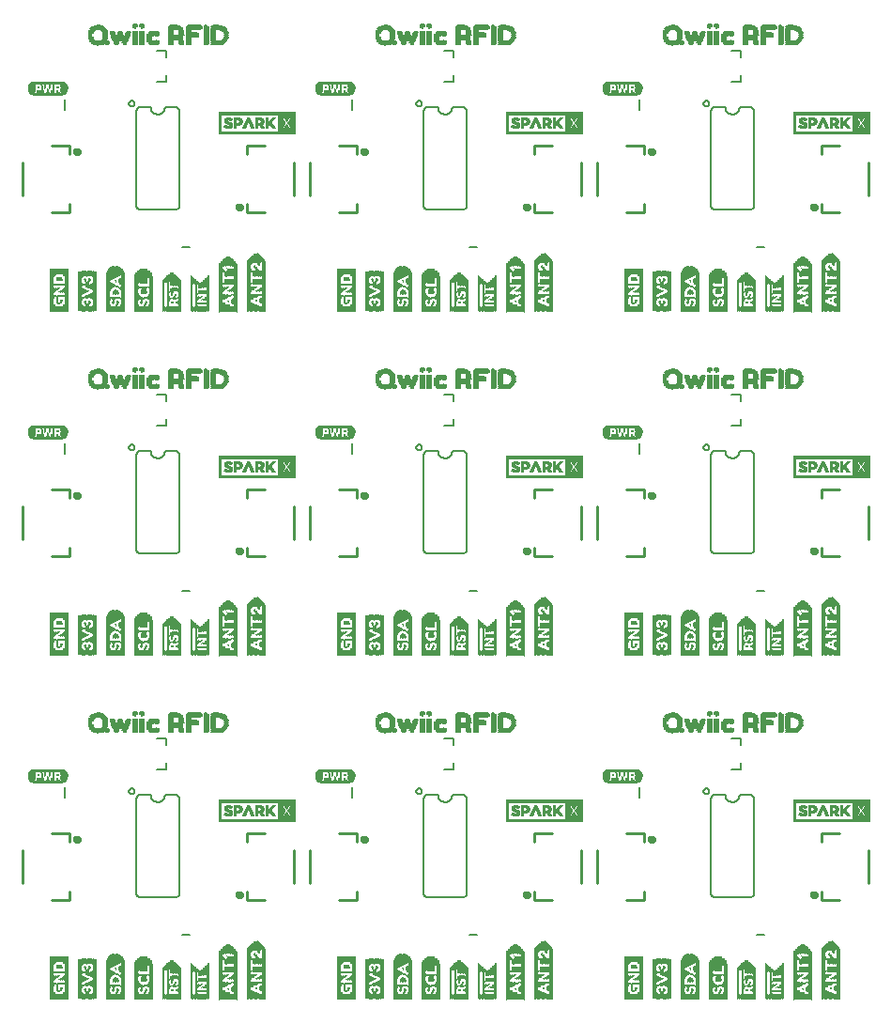
<source format=gto>
G75*
%MOIN*%
%OFA0B0*%
%FSLAX25Y25*%
%IPPOS*%
%LPD*%
%AMOC8*
5,1,8,0,0,1.08239X$1,22.5*
%
%ADD10C,0.01000*%
%ADD11C,0.01575*%
%ADD12C,0.00500*%
%ADD13C,0.00800*%
%ADD14C,0.00039*%
%ADD15R,0.00157X0.11024*%
%ADD16R,0.00157X0.11181*%
%ADD17R,0.00157X0.11496*%
%ADD18R,0.00157X0.11654*%
%ADD19R,0.00157X0.01732*%
%ADD20R,0.00157X0.01575*%
%ADD21R,0.00157X0.01890*%
%ADD22R,0.00157X0.02047*%
%ADD23R,0.00157X0.02362*%
%ADD24R,0.00157X0.12756*%
%ADD25R,0.00157X0.12913*%
%ADD26R,0.00157X0.13071*%
%ADD27R,0.00157X0.13228*%
%ADD28R,0.00157X0.00630*%
%ADD29R,0.00157X0.02992*%
%ADD30R,0.00157X0.01102*%
%ADD31R,0.00157X0.00315*%
%ADD32R,0.00157X0.00787*%
%ADD33R,0.00157X0.00157*%
%ADD34R,0.00157X0.03150*%
%ADD35R,0.00157X0.03307*%
%ADD36R,0.00157X0.01417*%
%ADD37R,0.00157X0.04409*%
%ADD38R,0.00157X0.04567*%
%ADD39R,0.00157X0.00945*%
%ADD40R,0.00157X0.02835*%
%ADD41R,0.00157X0.02677*%
%ADD42R,0.00157X0.00472*%
%ADD43R,0.00157X0.01260*%
%ADD44R,0.00157X0.04252*%
%ADD45R,0.00157X0.04094*%
%ADD46R,0.00157X0.03937*%
%ADD47R,0.00157X0.03780*%
%ADD48R,0.00157X0.03622*%
%ADD49R,0.00157X0.03465*%
%ADD50R,0.00157X0.11811*%
%ADD51R,0.00157X0.13858*%
%ADD52R,0.00157X0.14331*%
%ADD53R,0.00157X0.14646*%
%ADD54R,0.00157X0.14961*%
%ADD55R,0.00157X0.15118*%
%ADD56R,0.00157X0.15276*%
%ADD57R,0.00157X0.15433*%
%ADD58R,0.00157X0.11969*%
%ADD59R,0.00157X0.02520*%
%ADD60R,0.00157X0.02205*%
%ADD61R,0.00157X0.13386*%
%ADD62R,0.00157X0.13701*%
%ADD63R,0.00157X0.14016*%
%ADD64R,0.00157X0.14173*%
%ADD65R,0.00157X0.14488*%
%ADD66R,0.00157X0.07087*%
%ADD67R,0.00157X0.04882*%
%ADD68R,0.00157X0.05039*%
%ADD69R,0.00157X0.05197*%
%ADD70R,0.00157X0.12598*%
%ADD71R,0.00157X0.12441*%
%ADD72R,0.00157X0.12283*%
%ADD73R,0.00157X0.10866*%
%ADD74R,0.00157X0.10709*%
%ADD75R,0.00157X0.12126*%
%ADD76R,0.00157X0.17008*%
%ADD77R,0.00157X0.17165*%
%ADD78R,0.00157X0.17480*%
%ADD79R,0.00157X0.17638*%
%ADD80R,0.00157X0.17795*%
%ADD81R,0.00157X0.17953*%
%ADD82R,0.00157X0.18110*%
%ADD83R,0.00157X0.18268*%
%ADD84R,0.00157X0.18425*%
%ADD85R,0.00157X0.18583*%
%ADD86R,0.00157X0.18740*%
%ADD87R,0.00157X0.18898*%
%ADD88R,0.00157X0.19055*%
%ADD89R,0.01378X0.00276*%
%ADD90R,0.01654X0.00276*%
%ADD91R,0.01929X0.00276*%
%ADD92R,0.02480X0.00276*%
%ADD93R,0.04409X0.00276*%
%ADD94R,0.00551X0.00276*%
%ADD95R,0.02205X0.00276*%
%ADD96R,0.03307X0.00315*%
%ADD97R,0.01929X0.00315*%
%ADD98R,0.04134X0.00315*%
%ADD99R,0.05512X0.00315*%
%ADD100R,0.01654X0.00315*%
%ADD101R,0.03858X0.00315*%
%ADD102R,0.04134X0.00276*%
%ADD103R,0.04685X0.00276*%
%ADD104R,0.05787X0.00276*%
%ADD105R,0.04685X0.00236*%
%ADD106R,0.01929X0.00236*%
%ADD107R,0.04961X0.00236*%
%ADD108R,0.05787X0.00236*%
%ADD109R,0.05236X0.00236*%
%ADD110R,0.05236X0.00315*%
%ADD111R,0.05787X0.00315*%
%ADD112R,0.00827X0.00276*%
%ADD113R,0.05512X0.00276*%
%ADD114R,0.06063X0.00276*%
%ADD115R,0.02480X0.00236*%
%ADD116R,0.02205X0.00236*%
%ADD117R,0.02756X0.00236*%
%ADD118R,0.02205X0.00315*%
%ADD119R,0.01378X0.00315*%
%ADD120R,0.00827X0.00315*%
%ADD121R,0.01102X0.00315*%
%ADD122R,0.03307X0.00276*%
%ADD123R,0.03858X0.00276*%
%ADD124R,0.06614X0.00315*%
%ADD125R,0.00551X0.00315*%
%ADD126R,0.04685X0.00315*%
%ADD127R,0.06339X0.00276*%
%ADD128R,0.05236X0.00276*%
%ADD129R,0.00276X0.00276*%
%ADD130R,0.02756X0.00276*%
%ADD131R,0.03031X0.00276*%
%ADD132R,0.06890X0.00276*%
%ADD133R,0.07165X0.00276*%
%ADD134R,0.06890X0.00236*%
%ADD135R,0.04134X0.00236*%
%ADD136R,0.06614X0.00276*%
%ADD137R,0.04961X0.00276*%
%ADD138R,0.01102X0.00236*%
%ADD139R,0.00827X0.00236*%
%ADD140R,0.01378X0.00236*%
%ADD141R,0.03583X0.00236*%
%ADD142R,0.10748X0.00118*%
%ADD143R,0.11457X0.00118*%
%ADD144R,0.11929X0.00079*%
%ADD145R,0.12402X0.00157*%
%ADD146R,0.12638X0.00118*%
%ADD147R,0.12874X0.00118*%
%ADD148R,0.13110X0.00079*%
%ADD149R,0.04961X0.00118*%
%ADD150R,0.03071X0.00118*%
%ADD151R,0.05079X0.00118*%
%ADD152R,0.02244X0.00157*%
%ADD153R,0.00945X0.00157*%
%ADD154R,0.01181X0.00157*%
%ADD155R,0.00472X0.00157*%
%ADD156R,0.02835X0.00157*%
%ADD157R,0.02244X0.00118*%
%ADD158R,0.00591X0.00118*%
%ADD159R,0.00945X0.00118*%
%ADD160R,0.00354X0.00118*%
%ADD161R,0.02598X0.00118*%
%ADD162R,0.02362X0.00118*%
%ADD163R,0.00472X0.00118*%
%ADD164R,0.00827X0.00118*%
%ADD165R,0.02480X0.00118*%
%ADD166R,0.02480X0.00157*%
%ADD167R,0.00236X0.00157*%
%ADD168R,0.00709X0.00157*%
%ADD169R,0.00354X0.00157*%
%ADD170R,0.00709X0.00118*%
%ADD171R,0.00236X0.00118*%
%ADD172R,0.02598X0.00157*%
%ADD173R,0.00591X0.00157*%
%ADD174R,0.00118X0.00157*%
%ADD175R,0.02717X0.00118*%
%ADD176R,0.02835X0.00118*%
%ADD177R,0.00827X0.00157*%
%ADD178R,0.01299X0.00118*%
%ADD179R,0.01654X0.00118*%
%ADD180R,0.01063X0.00118*%
%ADD181R,0.01063X0.00157*%
%ADD182R,0.01181X0.00118*%
%ADD183R,0.02126X0.00118*%
%ADD184R,0.02126X0.00157*%
%ADD185R,0.01417X0.00118*%
%ADD186R,0.13110X0.00118*%
%ADD187R,0.12402X0.00118*%
%ADD188R,0.11929X0.00118*%
D10*
X0046607Y0071939D02*
X0053103Y0071939D01*
X0053103Y0074892D01*
X0036371Y0077844D02*
X0036371Y0089656D01*
X0046607Y0095561D02*
X0053103Y0095561D01*
X0053103Y0092608D01*
X0115859Y0092608D02*
X0115859Y0095561D01*
X0122355Y0095561D01*
X0132591Y0089656D02*
X0132591Y0077844D01*
X0138371Y0077844D02*
X0138371Y0089656D01*
X0148607Y0095561D02*
X0155103Y0095561D01*
X0155103Y0092608D01*
X0155103Y0074892D02*
X0155103Y0071939D01*
X0148607Y0071939D01*
X0122355Y0071939D02*
X0115859Y0071939D01*
X0115859Y0074892D01*
X0217859Y0074892D02*
X0217859Y0071939D01*
X0224355Y0071939D01*
X0234591Y0077844D02*
X0234591Y0089656D01*
X0240371Y0089656D02*
X0240371Y0077844D01*
X0250607Y0071939D02*
X0257103Y0071939D01*
X0257103Y0074892D01*
X0257103Y0092608D02*
X0257103Y0095561D01*
X0250607Y0095561D01*
X0224355Y0095561D02*
X0217859Y0095561D01*
X0217859Y0092608D01*
X0217859Y0193939D02*
X0217859Y0196892D01*
X0217859Y0193939D02*
X0224355Y0193939D01*
X0234591Y0199844D02*
X0234591Y0211656D01*
X0240371Y0211656D02*
X0240371Y0199844D01*
X0250607Y0193939D02*
X0257103Y0193939D01*
X0257103Y0196892D01*
X0257103Y0214608D02*
X0257103Y0217561D01*
X0250607Y0217561D01*
X0224355Y0217561D02*
X0217859Y0217561D01*
X0217859Y0214608D01*
X0155103Y0214608D02*
X0155103Y0217561D01*
X0148607Y0217561D01*
X0138371Y0211656D02*
X0138371Y0199844D01*
X0132591Y0199844D02*
X0132591Y0211656D01*
X0122355Y0217561D02*
X0115859Y0217561D01*
X0115859Y0214608D01*
X0115859Y0196892D02*
X0115859Y0193939D01*
X0122355Y0193939D01*
X0148607Y0193939D02*
X0155103Y0193939D01*
X0155103Y0196892D01*
X0053103Y0196892D02*
X0053103Y0193939D01*
X0046607Y0193939D01*
X0036371Y0199844D02*
X0036371Y0211656D01*
X0046607Y0217561D02*
X0053103Y0217561D01*
X0053103Y0214608D01*
X0053103Y0315939D02*
X0046607Y0315939D01*
X0053103Y0315939D02*
X0053103Y0318892D01*
X0053103Y0336608D02*
X0053103Y0339561D01*
X0046607Y0339561D01*
X0036371Y0333656D02*
X0036371Y0321844D01*
X0115859Y0318892D02*
X0115859Y0315939D01*
X0122355Y0315939D01*
X0132591Y0321844D02*
X0132591Y0333656D01*
X0138371Y0333656D02*
X0138371Y0321844D01*
X0148607Y0315939D02*
X0155103Y0315939D01*
X0155103Y0318892D01*
X0155103Y0336608D02*
X0155103Y0339561D01*
X0148607Y0339561D01*
X0122355Y0339561D02*
X0115859Y0339561D01*
X0115859Y0336608D01*
X0217859Y0336608D02*
X0217859Y0339561D01*
X0224355Y0339561D01*
X0234591Y0333656D02*
X0234591Y0321844D01*
X0240371Y0321844D02*
X0240371Y0333656D01*
X0250607Y0339561D02*
X0257103Y0339561D01*
X0257103Y0336608D01*
X0257103Y0318892D02*
X0257103Y0315939D01*
X0250607Y0315939D01*
X0224355Y0315939D02*
X0217859Y0315939D01*
X0217859Y0318892D01*
X0319859Y0318892D02*
X0319859Y0315939D01*
X0326355Y0315939D01*
X0336591Y0321844D02*
X0336591Y0333656D01*
X0326355Y0339561D02*
X0319859Y0339561D01*
X0319859Y0336608D01*
X0319859Y0217561D02*
X0326355Y0217561D01*
X0319859Y0217561D02*
X0319859Y0214608D01*
X0336591Y0211656D02*
X0336591Y0199844D01*
X0326355Y0193939D02*
X0319859Y0193939D01*
X0319859Y0196892D01*
X0319859Y0095561D02*
X0326355Y0095561D01*
X0319859Y0095561D02*
X0319859Y0092608D01*
X0336591Y0089656D02*
X0336591Y0077844D01*
X0326355Y0071939D02*
X0319859Y0071939D01*
X0319859Y0074892D01*
D11*
X0316743Y0073907D02*
X0316745Y0073954D01*
X0316751Y0074000D01*
X0316760Y0074046D01*
X0316774Y0074090D01*
X0316791Y0074134D01*
X0316812Y0074175D01*
X0316836Y0074215D01*
X0316863Y0074253D01*
X0316894Y0074288D01*
X0316927Y0074321D01*
X0316963Y0074351D01*
X0317002Y0074377D01*
X0317042Y0074401D01*
X0317084Y0074420D01*
X0317128Y0074437D01*
X0317173Y0074449D01*
X0317219Y0074458D01*
X0317265Y0074463D01*
X0317312Y0074464D01*
X0317358Y0074461D01*
X0317404Y0074454D01*
X0317450Y0074443D01*
X0317494Y0074429D01*
X0317537Y0074411D01*
X0317578Y0074389D01*
X0317618Y0074364D01*
X0317655Y0074336D01*
X0317690Y0074305D01*
X0317722Y0074271D01*
X0317751Y0074234D01*
X0317776Y0074196D01*
X0317799Y0074155D01*
X0317818Y0074112D01*
X0317833Y0074068D01*
X0317845Y0074023D01*
X0317853Y0073977D01*
X0317857Y0073930D01*
X0317857Y0073884D01*
X0317853Y0073837D01*
X0317845Y0073791D01*
X0317833Y0073746D01*
X0317818Y0073702D01*
X0317799Y0073659D01*
X0317776Y0073618D01*
X0317751Y0073580D01*
X0317722Y0073543D01*
X0317690Y0073509D01*
X0317655Y0073478D01*
X0317618Y0073450D01*
X0317579Y0073425D01*
X0317537Y0073403D01*
X0317494Y0073385D01*
X0317450Y0073371D01*
X0317404Y0073360D01*
X0317358Y0073353D01*
X0317312Y0073350D01*
X0317265Y0073351D01*
X0317219Y0073356D01*
X0317173Y0073365D01*
X0317128Y0073377D01*
X0317084Y0073394D01*
X0317042Y0073413D01*
X0317002Y0073437D01*
X0316963Y0073463D01*
X0316927Y0073493D01*
X0316894Y0073526D01*
X0316863Y0073561D01*
X0316836Y0073599D01*
X0316812Y0073639D01*
X0316791Y0073680D01*
X0316774Y0073724D01*
X0316760Y0073768D01*
X0316751Y0073814D01*
X0316745Y0073860D01*
X0316743Y0073907D01*
X0259105Y0093593D02*
X0259107Y0093640D01*
X0259113Y0093686D01*
X0259122Y0093732D01*
X0259136Y0093776D01*
X0259153Y0093820D01*
X0259174Y0093861D01*
X0259198Y0093901D01*
X0259225Y0093939D01*
X0259256Y0093974D01*
X0259289Y0094007D01*
X0259325Y0094037D01*
X0259364Y0094063D01*
X0259404Y0094087D01*
X0259446Y0094106D01*
X0259490Y0094123D01*
X0259535Y0094135D01*
X0259581Y0094144D01*
X0259627Y0094149D01*
X0259674Y0094150D01*
X0259720Y0094147D01*
X0259766Y0094140D01*
X0259812Y0094129D01*
X0259856Y0094115D01*
X0259899Y0094097D01*
X0259940Y0094075D01*
X0259980Y0094050D01*
X0260017Y0094022D01*
X0260052Y0093991D01*
X0260084Y0093957D01*
X0260113Y0093920D01*
X0260138Y0093882D01*
X0260161Y0093841D01*
X0260180Y0093798D01*
X0260195Y0093754D01*
X0260207Y0093709D01*
X0260215Y0093663D01*
X0260219Y0093616D01*
X0260219Y0093570D01*
X0260215Y0093523D01*
X0260207Y0093477D01*
X0260195Y0093432D01*
X0260180Y0093388D01*
X0260161Y0093345D01*
X0260138Y0093304D01*
X0260113Y0093266D01*
X0260084Y0093229D01*
X0260052Y0093195D01*
X0260017Y0093164D01*
X0259980Y0093136D01*
X0259941Y0093111D01*
X0259899Y0093089D01*
X0259856Y0093071D01*
X0259812Y0093057D01*
X0259766Y0093046D01*
X0259720Y0093039D01*
X0259674Y0093036D01*
X0259627Y0093037D01*
X0259581Y0093042D01*
X0259535Y0093051D01*
X0259490Y0093063D01*
X0259446Y0093080D01*
X0259404Y0093099D01*
X0259364Y0093123D01*
X0259325Y0093149D01*
X0259289Y0093179D01*
X0259256Y0093212D01*
X0259225Y0093247D01*
X0259198Y0093285D01*
X0259174Y0093325D01*
X0259153Y0093366D01*
X0259136Y0093410D01*
X0259122Y0093454D01*
X0259113Y0093500D01*
X0259107Y0093546D01*
X0259105Y0093593D01*
X0214743Y0073907D02*
X0214745Y0073954D01*
X0214751Y0074000D01*
X0214760Y0074046D01*
X0214774Y0074090D01*
X0214791Y0074134D01*
X0214812Y0074175D01*
X0214836Y0074215D01*
X0214863Y0074253D01*
X0214894Y0074288D01*
X0214927Y0074321D01*
X0214963Y0074351D01*
X0215002Y0074377D01*
X0215042Y0074401D01*
X0215084Y0074420D01*
X0215128Y0074437D01*
X0215173Y0074449D01*
X0215219Y0074458D01*
X0215265Y0074463D01*
X0215312Y0074464D01*
X0215358Y0074461D01*
X0215404Y0074454D01*
X0215450Y0074443D01*
X0215494Y0074429D01*
X0215537Y0074411D01*
X0215578Y0074389D01*
X0215618Y0074364D01*
X0215655Y0074336D01*
X0215690Y0074305D01*
X0215722Y0074271D01*
X0215751Y0074234D01*
X0215776Y0074196D01*
X0215799Y0074155D01*
X0215818Y0074112D01*
X0215833Y0074068D01*
X0215845Y0074023D01*
X0215853Y0073977D01*
X0215857Y0073930D01*
X0215857Y0073884D01*
X0215853Y0073837D01*
X0215845Y0073791D01*
X0215833Y0073746D01*
X0215818Y0073702D01*
X0215799Y0073659D01*
X0215776Y0073618D01*
X0215751Y0073580D01*
X0215722Y0073543D01*
X0215690Y0073509D01*
X0215655Y0073478D01*
X0215618Y0073450D01*
X0215579Y0073425D01*
X0215537Y0073403D01*
X0215494Y0073385D01*
X0215450Y0073371D01*
X0215404Y0073360D01*
X0215358Y0073353D01*
X0215312Y0073350D01*
X0215265Y0073351D01*
X0215219Y0073356D01*
X0215173Y0073365D01*
X0215128Y0073377D01*
X0215084Y0073394D01*
X0215042Y0073413D01*
X0215002Y0073437D01*
X0214963Y0073463D01*
X0214927Y0073493D01*
X0214894Y0073526D01*
X0214863Y0073561D01*
X0214836Y0073599D01*
X0214812Y0073639D01*
X0214791Y0073680D01*
X0214774Y0073724D01*
X0214760Y0073768D01*
X0214751Y0073814D01*
X0214745Y0073860D01*
X0214743Y0073907D01*
X0157105Y0093593D02*
X0157107Y0093640D01*
X0157113Y0093686D01*
X0157122Y0093732D01*
X0157136Y0093776D01*
X0157153Y0093820D01*
X0157174Y0093861D01*
X0157198Y0093901D01*
X0157225Y0093939D01*
X0157256Y0093974D01*
X0157289Y0094007D01*
X0157325Y0094037D01*
X0157364Y0094063D01*
X0157404Y0094087D01*
X0157446Y0094106D01*
X0157490Y0094123D01*
X0157535Y0094135D01*
X0157581Y0094144D01*
X0157627Y0094149D01*
X0157674Y0094150D01*
X0157720Y0094147D01*
X0157766Y0094140D01*
X0157812Y0094129D01*
X0157856Y0094115D01*
X0157899Y0094097D01*
X0157940Y0094075D01*
X0157980Y0094050D01*
X0158017Y0094022D01*
X0158052Y0093991D01*
X0158084Y0093957D01*
X0158113Y0093920D01*
X0158138Y0093882D01*
X0158161Y0093841D01*
X0158180Y0093798D01*
X0158195Y0093754D01*
X0158207Y0093709D01*
X0158215Y0093663D01*
X0158219Y0093616D01*
X0158219Y0093570D01*
X0158215Y0093523D01*
X0158207Y0093477D01*
X0158195Y0093432D01*
X0158180Y0093388D01*
X0158161Y0093345D01*
X0158138Y0093304D01*
X0158113Y0093266D01*
X0158084Y0093229D01*
X0158052Y0093195D01*
X0158017Y0093164D01*
X0157980Y0093136D01*
X0157941Y0093111D01*
X0157899Y0093089D01*
X0157856Y0093071D01*
X0157812Y0093057D01*
X0157766Y0093046D01*
X0157720Y0093039D01*
X0157674Y0093036D01*
X0157627Y0093037D01*
X0157581Y0093042D01*
X0157535Y0093051D01*
X0157490Y0093063D01*
X0157446Y0093080D01*
X0157404Y0093099D01*
X0157364Y0093123D01*
X0157325Y0093149D01*
X0157289Y0093179D01*
X0157256Y0093212D01*
X0157225Y0093247D01*
X0157198Y0093285D01*
X0157174Y0093325D01*
X0157153Y0093366D01*
X0157136Y0093410D01*
X0157122Y0093454D01*
X0157113Y0093500D01*
X0157107Y0093546D01*
X0157105Y0093593D01*
X0112743Y0073907D02*
X0112745Y0073954D01*
X0112751Y0074000D01*
X0112760Y0074046D01*
X0112774Y0074090D01*
X0112791Y0074134D01*
X0112812Y0074175D01*
X0112836Y0074215D01*
X0112863Y0074253D01*
X0112894Y0074288D01*
X0112927Y0074321D01*
X0112963Y0074351D01*
X0113002Y0074377D01*
X0113042Y0074401D01*
X0113084Y0074420D01*
X0113128Y0074437D01*
X0113173Y0074449D01*
X0113219Y0074458D01*
X0113265Y0074463D01*
X0113312Y0074464D01*
X0113358Y0074461D01*
X0113404Y0074454D01*
X0113450Y0074443D01*
X0113494Y0074429D01*
X0113537Y0074411D01*
X0113578Y0074389D01*
X0113618Y0074364D01*
X0113655Y0074336D01*
X0113690Y0074305D01*
X0113722Y0074271D01*
X0113751Y0074234D01*
X0113776Y0074196D01*
X0113799Y0074155D01*
X0113818Y0074112D01*
X0113833Y0074068D01*
X0113845Y0074023D01*
X0113853Y0073977D01*
X0113857Y0073930D01*
X0113857Y0073884D01*
X0113853Y0073837D01*
X0113845Y0073791D01*
X0113833Y0073746D01*
X0113818Y0073702D01*
X0113799Y0073659D01*
X0113776Y0073618D01*
X0113751Y0073580D01*
X0113722Y0073543D01*
X0113690Y0073509D01*
X0113655Y0073478D01*
X0113618Y0073450D01*
X0113579Y0073425D01*
X0113537Y0073403D01*
X0113494Y0073385D01*
X0113450Y0073371D01*
X0113404Y0073360D01*
X0113358Y0073353D01*
X0113312Y0073350D01*
X0113265Y0073351D01*
X0113219Y0073356D01*
X0113173Y0073365D01*
X0113128Y0073377D01*
X0113084Y0073394D01*
X0113042Y0073413D01*
X0113002Y0073437D01*
X0112963Y0073463D01*
X0112927Y0073493D01*
X0112894Y0073526D01*
X0112863Y0073561D01*
X0112836Y0073599D01*
X0112812Y0073639D01*
X0112791Y0073680D01*
X0112774Y0073724D01*
X0112760Y0073768D01*
X0112751Y0073814D01*
X0112745Y0073860D01*
X0112743Y0073907D01*
X0055105Y0093593D02*
X0055107Y0093640D01*
X0055113Y0093686D01*
X0055122Y0093732D01*
X0055136Y0093776D01*
X0055153Y0093820D01*
X0055174Y0093861D01*
X0055198Y0093901D01*
X0055225Y0093939D01*
X0055256Y0093974D01*
X0055289Y0094007D01*
X0055325Y0094037D01*
X0055364Y0094063D01*
X0055404Y0094087D01*
X0055446Y0094106D01*
X0055490Y0094123D01*
X0055535Y0094135D01*
X0055581Y0094144D01*
X0055627Y0094149D01*
X0055674Y0094150D01*
X0055720Y0094147D01*
X0055766Y0094140D01*
X0055812Y0094129D01*
X0055856Y0094115D01*
X0055899Y0094097D01*
X0055940Y0094075D01*
X0055980Y0094050D01*
X0056017Y0094022D01*
X0056052Y0093991D01*
X0056084Y0093957D01*
X0056113Y0093920D01*
X0056138Y0093882D01*
X0056161Y0093841D01*
X0056180Y0093798D01*
X0056195Y0093754D01*
X0056207Y0093709D01*
X0056215Y0093663D01*
X0056219Y0093616D01*
X0056219Y0093570D01*
X0056215Y0093523D01*
X0056207Y0093477D01*
X0056195Y0093432D01*
X0056180Y0093388D01*
X0056161Y0093345D01*
X0056138Y0093304D01*
X0056113Y0093266D01*
X0056084Y0093229D01*
X0056052Y0093195D01*
X0056017Y0093164D01*
X0055980Y0093136D01*
X0055941Y0093111D01*
X0055899Y0093089D01*
X0055856Y0093071D01*
X0055812Y0093057D01*
X0055766Y0093046D01*
X0055720Y0093039D01*
X0055674Y0093036D01*
X0055627Y0093037D01*
X0055581Y0093042D01*
X0055535Y0093051D01*
X0055490Y0093063D01*
X0055446Y0093080D01*
X0055404Y0093099D01*
X0055364Y0093123D01*
X0055325Y0093149D01*
X0055289Y0093179D01*
X0055256Y0093212D01*
X0055225Y0093247D01*
X0055198Y0093285D01*
X0055174Y0093325D01*
X0055153Y0093366D01*
X0055136Y0093410D01*
X0055122Y0093454D01*
X0055113Y0093500D01*
X0055107Y0093546D01*
X0055105Y0093593D01*
X0112743Y0195907D02*
X0112745Y0195954D01*
X0112751Y0196000D01*
X0112760Y0196046D01*
X0112774Y0196090D01*
X0112791Y0196134D01*
X0112812Y0196175D01*
X0112836Y0196215D01*
X0112863Y0196253D01*
X0112894Y0196288D01*
X0112927Y0196321D01*
X0112963Y0196351D01*
X0113002Y0196377D01*
X0113042Y0196401D01*
X0113084Y0196420D01*
X0113128Y0196437D01*
X0113173Y0196449D01*
X0113219Y0196458D01*
X0113265Y0196463D01*
X0113312Y0196464D01*
X0113358Y0196461D01*
X0113404Y0196454D01*
X0113450Y0196443D01*
X0113494Y0196429D01*
X0113537Y0196411D01*
X0113578Y0196389D01*
X0113618Y0196364D01*
X0113655Y0196336D01*
X0113690Y0196305D01*
X0113722Y0196271D01*
X0113751Y0196234D01*
X0113776Y0196196D01*
X0113799Y0196155D01*
X0113818Y0196112D01*
X0113833Y0196068D01*
X0113845Y0196023D01*
X0113853Y0195977D01*
X0113857Y0195930D01*
X0113857Y0195884D01*
X0113853Y0195837D01*
X0113845Y0195791D01*
X0113833Y0195746D01*
X0113818Y0195702D01*
X0113799Y0195659D01*
X0113776Y0195618D01*
X0113751Y0195580D01*
X0113722Y0195543D01*
X0113690Y0195509D01*
X0113655Y0195478D01*
X0113618Y0195450D01*
X0113579Y0195425D01*
X0113537Y0195403D01*
X0113494Y0195385D01*
X0113450Y0195371D01*
X0113404Y0195360D01*
X0113358Y0195353D01*
X0113312Y0195350D01*
X0113265Y0195351D01*
X0113219Y0195356D01*
X0113173Y0195365D01*
X0113128Y0195377D01*
X0113084Y0195394D01*
X0113042Y0195413D01*
X0113002Y0195437D01*
X0112963Y0195463D01*
X0112927Y0195493D01*
X0112894Y0195526D01*
X0112863Y0195561D01*
X0112836Y0195599D01*
X0112812Y0195639D01*
X0112791Y0195680D01*
X0112774Y0195724D01*
X0112760Y0195768D01*
X0112751Y0195814D01*
X0112745Y0195860D01*
X0112743Y0195907D01*
X0157105Y0215593D02*
X0157107Y0215640D01*
X0157113Y0215686D01*
X0157122Y0215732D01*
X0157136Y0215776D01*
X0157153Y0215820D01*
X0157174Y0215861D01*
X0157198Y0215901D01*
X0157225Y0215939D01*
X0157256Y0215974D01*
X0157289Y0216007D01*
X0157325Y0216037D01*
X0157364Y0216063D01*
X0157404Y0216087D01*
X0157446Y0216106D01*
X0157490Y0216123D01*
X0157535Y0216135D01*
X0157581Y0216144D01*
X0157627Y0216149D01*
X0157674Y0216150D01*
X0157720Y0216147D01*
X0157766Y0216140D01*
X0157812Y0216129D01*
X0157856Y0216115D01*
X0157899Y0216097D01*
X0157940Y0216075D01*
X0157980Y0216050D01*
X0158017Y0216022D01*
X0158052Y0215991D01*
X0158084Y0215957D01*
X0158113Y0215920D01*
X0158138Y0215882D01*
X0158161Y0215841D01*
X0158180Y0215798D01*
X0158195Y0215754D01*
X0158207Y0215709D01*
X0158215Y0215663D01*
X0158219Y0215616D01*
X0158219Y0215570D01*
X0158215Y0215523D01*
X0158207Y0215477D01*
X0158195Y0215432D01*
X0158180Y0215388D01*
X0158161Y0215345D01*
X0158138Y0215304D01*
X0158113Y0215266D01*
X0158084Y0215229D01*
X0158052Y0215195D01*
X0158017Y0215164D01*
X0157980Y0215136D01*
X0157941Y0215111D01*
X0157899Y0215089D01*
X0157856Y0215071D01*
X0157812Y0215057D01*
X0157766Y0215046D01*
X0157720Y0215039D01*
X0157674Y0215036D01*
X0157627Y0215037D01*
X0157581Y0215042D01*
X0157535Y0215051D01*
X0157490Y0215063D01*
X0157446Y0215080D01*
X0157404Y0215099D01*
X0157364Y0215123D01*
X0157325Y0215149D01*
X0157289Y0215179D01*
X0157256Y0215212D01*
X0157225Y0215247D01*
X0157198Y0215285D01*
X0157174Y0215325D01*
X0157153Y0215366D01*
X0157136Y0215410D01*
X0157122Y0215454D01*
X0157113Y0215500D01*
X0157107Y0215546D01*
X0157105Y0215593D01*
X0214743Y0195907D02*
X0214745Y0195954D01*
X0214751Y0196000D01*
X0214760Y0196046D01*
X0214774Y0196090D01*
X0214791Y0196134D01*
X0214812Y0196175D01*
X0214836Y0196215D01*
X0214863Y0196253D01*
X0214894Y0196288D01*
X0214927Y0196321D01*
X0214963Y0196351D01*
X0215002Y0196377D01*
X0215042Y0196401D01*
X0215084Y0196420D01*
X0215128Y0196437D01*
X0215173Y0196449D01*
X0215219Y0196458D01*
X0215265Y0196463D01*
X0215312Y0196464D01*
X0215358Y0196461D01*
X0215404Y0196454D01*
X0215450Y0196443D01*
X0215494Y0196429D01*
X0215537Y0196411D01*
X0215578Y0196389D01*
X0215618Y0196364D01*
X0215655Y0196336D01*
X0215690Y0196305D01*
X0215722Y0196271D01*
X0215751Y0196234D01*
X0215776Y0196196D01*
X0215799Y0196155D01*
X0215818Y0196112D01*
X0215833Y0196068D01*
X0215845Y0196023D01*
X0215853Y0195977D01*
X0215857Y0195930D01*
X0215857Y0195884D01*
X0215853Y0195837D01*
X0215845Y0195791D01*
X0215833Y0195746D01*
X0215818Y0195702D01*
X0215799Y0195659D01*
X0215776Y0195618D01*
X0215751Y0195580D01*
X0215722Y0195543D01*
X0215690Y0195509D01*
X0215655Y0195478D01*
X0215618Y0195450D01*
X0215579Y0195425D01*
X0215537Y0195403D01*
X0215494Y0195385D01*
X0215450Y0195371D01*
X0215404Y0195360D01*
X0215358Y0195353D01*
X0215312Y0195350D01*
X0215265Y0195351D01*
X0215219Y0195356D01*
X0215173Y0195365D01*
X0215128Y0195377D01*
X0215084Y0195394D01*
X0215042Y0195413D01*
X0215002Y0195437D01*
X0214963Y0195463D01*
X0214927Y0195493D01*
X0214894Y0195526D01*
X0214863Y0195561D01*
X0214836Y0195599D01*
X0214812Y0195639D01*
X0214791Y0195680D01*
X0214774Y0195724D01*
X0214760Y0195768D01*
X0214751Y0195814D01*
X0214745Y0195860D01*
X0214743Y0195907D01*
X0259105Y0215593D02*
X0259107Y0215640D01*
X0259113Y0215686D01*
X0259122Y0215732D01*
X0259136Y0215776D01*
X0259153Y0215820D01*
X0259174Y0215861D01*
X0259198Y0215901D01*
X0259225Y0215939D01*
X0259256Y0215974D01*
X0259289Y0216007D01*
X0259325Y0216037D01*
X0259364Y0216063D01*
X0259404Y0216087D01*
X0259446Y0216106D01*
X0259490Y0216123D01*
X0259535Y0216135D01*
X0259581Y0216144D01*
X0259627Y0216149D01*
X0259674Y0216150D01*
X0259720Y0216147D01*
X0259766Y0216140D01*
X0259812Y0216129D01*
X0259856Y0216115D01*
X0259899Y0216097D01*
X0259940Y0216075D01*
X0259980Y0216050D01*
X0260017Y0216022D01*
X0260052Y0215991D01*
X0260084Y0215957D01*
X0260113Y0215920D01*
X0260138Y0215882D01*
X0260161Y0215841D01*
X0260180Y0215798D01*
X0260195Y0215754D01*
X0260207Y0215709D01*
X0260215Y0215663D01*
X0260219Y0215616D01*
X0260219Y0215570D01*
X0260215Y0215523D01*
X0260207Y0215477D01*
X0260195Y0215432D01*
X0260180Y0215388D01*
X0260161Y0215345D01*
X0260138Y0215304D01*
X0260113Y0215266D01*
X0260084Y0215229D01*
X0260052Y0215195D01*
X0260017Y0215164D01*
X0259980Y0215136D01*
X0259941Y0215111D01*
X0259899Y0215089D01*
X0259856Y0215071D01*
X0259812Y0215057D01*
X0259766Y0215046D01*
X0259720Y0215039D01*
X0259674Y0215036D01*
X0259627Y0215037D01*
X0259581Y0215042D01*
X0259535Y0215051D01*
X0259490Y0215063D01*
X0259446Y0215080D01*
X0259404Y0215099D01*
X0259364Y0215123D01*
X0259325Y0215149D01*
X0259289Y0215179D01*
X0259256Y0215212D01*
X0259225Y0215247D01*
X0259198Y0215285D01*
X0259174Y0215325D01*
X0259153Y0215366D01*
X0259136Y0215410D01*
X0259122Y0215454D01*
X0259113Y0215500D01*
X0259107Y0215546D01*
X0259105Y0215593D01*
X0316743Y0195907D02*
X0316745Y0195954D01*
X0316751Y0196000D01*
X0316760Y0196046D01*
X0316774Y0196090D01*
X0316791Y0196134D01*
X0316812Y0196175D01*
X0316836Y0196215D01*
X0316863Y0196253D01*
X0316894Y0196288D01*
X0316927Y0196321D01*
X0316963Y0196351D01*
X0317002Y0196377D01*
X0317042Y0196401D01*
X0317084Y0196420D01*
X0317128Y0196437D01*
X0317173Y0196449D01*
X0317219Y0196458D01*
X0317265Y0196463D01*
X0317312Y0196464D01*
X0317358Y0196461D01*
X0317404Y0196454D01*
X0317450Y0196443D01*
X0317494Y0196429D01*
X0317537Y0196411D01*
X0317578Y0196389D01*
X0317618Y0196364D01*
X0317655Y0196336D01*
X0317690Y0196305D01*
X0317722Y0196271D01*
X0317751Y0196234D01*
X0317776Y0196196D01*
X0317799Y0196155D01*
X0317818Y0196112D01*
X0317833Y0196068D01*
X0317845Y0196023D01*
X0317853Y0195977D01*
X0317857Y0195930D01*
X0317857Y0195884D01*
X0317853Y0195837D01*
X0317845Y0195791D01*
X0317833Y0195746D01*
X0317818Y0195702D01*
X0317799Y0195659D01*
X0317776Y0195618D01*
X0317751Y0195580D01*
X0317722Y0195543D01*
X0317690Y0195509D01*
X0317655Y0195478D01*
X0317618Y0195450D01*
X0317579Y0195425D01*
X0317537Y0195403D01*
X0317494Y0195385D01*
X0317450Y0195371D01*
X0317404Y0195360D01*
X0317358Y0195353D01*
X0317312Y0195350D01*
X0317265Y0195351D01*
X0317219Y0195356D01*
X0317173Y0195365D01*
X0317128Y0195377D01*
X0317084Y0195394D01*
X0317042Y0195413D01*
X0317002Y0195437D01*
X0316963Y0195463D01*
X0316927Y0195493D01*
X0316894Y0195526D01*
X0316863Y0195561D01*
X0316836Y0195599D01*
X0316812Y0195639D01*
X0316791Y0195680D01*
X0316774Y0195724D01*
X0316760Y0195768D01*
X0316751Y0195814D01*
X0316745Y0195860D01*
X0316743Y0195907D01*
X0316743Y0317907D02*
X0316745Y0317954D01*
X0316751Y0318000D01*
X0316760Y0318046D01*
X0316774Y0318090D01*
X0316791Y0318134D01*
X0316812Y0318175D01*
X0316836Y0318215D01*
X0316863Y0318253D01*
X0316894Y0318288D01*
X0316927Y0318321D01*
X0316963Y0318351D01*
X0317002Y0318377D01*
X0317042Y0318401D01*
X0317084Y0318420D01*
X0317128Y0318437D01*
X0317173Y0318449D01*
X0317219Y0318458D01*
X0317265Y0318463D01*
X0317312Y0318464D01*
X0317358Y0318461D01*
X0317404Y0318454D01*
X0317450Y0318443D01*
X0317494Y0318429D01*
X0317537Y0318411D01*
X0317578Y0318389D01*
X0317618Y0318364D01*
X0317655Y0318336D01*
X0317690Y0318305D01*
X0317722Y0318271D01*
X0317751Y0318234D01*
X0317776Y0318196D01*
X0317799Y0318155D01*
X0317818Y0318112D01*
X0317833Y0318068D01*
X0317845Y0318023D01*
X0317853Y0317977D01*
X0317857Y0317930D01*
X0317857Y0317884D01*
X0317853Y0317837D01*
X0317845Y0317791D01*
X0317833Y0317746D01*
X0317818Y0317702D01*
X0317799Y0317659D01*
X0317776Y0317618D01*
X0317751Y0317580D01*
X0317722Y0317543D01*
X0317690Y0317509D01*
X0317655Y0317478D01*
X0317618Y0317450D01*
X0317579Y0317425D01*
X0317537Y0317403D01*
X0317494Y0317385D01*
X0317450Y0317371D01*
X0317404Y0317360D01*
X0317358Y0317353D01*
X0317312Y0317350D01*
X0317265Y0317351D01*
X0317219Y0317356D01*
X0317173Y0317365D01*
X0317128Y0317377D01*
X0317084Y0317394D01*
X0317042Y0317413D01*
X0317002Y0317437D01*
X0316963Y0317463D01*
X0316927Y0317493D01*
X0316894Y0317526D01*
X0316863Y0317561D01*
X0316836Y0317599D01*
X0316812Y0317639D01*
X0316791Y0317680D01*
X0316774Y0317724D01*
X0316760Y0317768D01*
X0316751Y0317814D01*
X0316745Y0317860D01*
X0316743Y0317907D01*
X0259105Y0337593D02*
X0259107Y0337640D01*
X0259113Y0337686D01*
X0259122Y0337732D01*
X0259136Y0337776D01*
X0259153Y0337820D01*
X0259174Y0337861D01*
X0259198Y0337901D01*
X0259225Y0337939D01*
X0259256Y0337974D01*
X0259289Y0338007D01*
X0259325Y0338037D01*
X0259364Y0338063D01*
X0259404Y0338087D01*
X0259446Y0338106D01*
X0259490Y0338123D01*
X0259535Y0338135D01*
X0259581Y0338144D01*
X0259627Y0338149D01*
X0259674Y0338150D01*
X0259720Y0338147D01*
X0259766Y0338140D01*
X0259812Y0338129D01*
X0259856Y0338115D01*
X0259899Y0338097D01*
X0259940Y0338075D01*
X0259980Y0338050D01*
X0260017Y0338022D01*
X0260052Y0337991D01*
X0260084Y0337957D01*
X0260113Y0337920D01*
X0260138Y0337882D01*
X0260161Y0337841D01*
X0260180Y0337798D01*
X0260195Y0337754D01*
X0260207Y0337709D01*
X0260215Y0337663D01*
X0260219Y0337616D01*
X0260219Y0337570D01*
X0260215Y0337523D01*
X0260207Y0337477D01*
X0260195Y0337432D01*
X0260180Y0337388D01*
X0260161Y0337345D01*
X0260138Y0337304D01*
X0260113Y0337266D01*
X0260084Y0337229D01*
X0260052Y0337195D01*
X0260017Y0337164D01*
X0259980Y0337136D01*
X0259941Y0337111D01*
X0259899Y0337089D01*
X0259856Y0337071D01*
X0259812Y0337057D01*
X0259766Y0337046D01*
X0259720Y0337039D01*
X0259674Y0337036D01*
X0259627Y0337037D01*
X0259581Y0337042D01*
X0259535Y0337051D01*
X0259490Y0337063D01*
X0259446Y0337080D01*
X0259404Y0337099D01*
X0259364Y0337123D01*
X0259325Y0337149D01*
X0259289Y0337179D01*
X0259256Y0337212D01*
X0259225Y0337247D01*
X0259198Y0337285D01*
X0259174Y0337325D01*
X0259153Y0337366D01*
X0259136Y0337410D01*
X0259122Y0337454D01*
X0259113Y0337500D01*
X0259107Y0337546D01*
X0259105Y0337593D01*
X0214743Y0317907D02*
X0214745Y0317954D01*
X0214751Y0318000D01*
X0214760Y0318046D01*
X0214774Y0318090D01*
X0214791Y0318134D01*
X0214812Y0318175D01*
X0214836Y0318215D01*
X0214863Y0318253D01*
X0214894Y0318288D01*
X0214927Y0318321D01*
X0214963Y0318351D01*
X0215002Y0318377D01*
X0215042Y0318401D01*
X0215084Y0318420D01*
X0215128Y0318437D01*
X0215173Y0318449D01*
X0215219Y0318458D01*
X0215265Y0318463D01*
X0215312Y0318464D01*
X0215358Y0318461D01*
X0215404Y0318454D01*
X0215450Y0318443D01*
X0215494Y0318429D01*
X0215537Y0318411D01*
X0215578Y0318389D01*
X0215618Y0318364D01*
X0215655Y0318336D01*
X0215690Y0318305D01*
X0215722Y0318271D01*
X0215751Y0318234D01*
X0215776Y0318196D01*
X0215799Y0318155D01*
X0215818Y0318112D01*
X0215833Y0318068D01*
X0215845Y0318023D01*
X0215853Y0317977D01*
X0215857Y0317930D01*
X0215857Y0317884D01*
X0215853Y0317837D01*
X0215845Y0317791D01*
X0215833Y0317746D01*
X0215818Y0317702D01*
X0215799Y0317659D01*
X0215776Y0317618D01*
X0215751Y0317580D01*
X0215722Y0317543D01*
X0215690Y0317509D01*
X0215655Y0317478D01*
X0215618Y0317450D01*
X0215579Y0317425D01*
X0215537Y0317403D01*
X0215494Y0317385D01*
X0215450Y0317371D01*
X0215404Y0317360D01*
X0215358Y0317353D01*
X0215312Y0317350D01*
X0215265Y0317351D01*
X0215219Y0317356D01*
X0215173Y0317365D01*
X0215128Y0317377D01*
X0215084Y0317394D01*
X0215042Y0317413D01*
X0215002Y0317437D01*
X0214963Y0317463D01*
X0214927Y0317493D01*
X0214894Y0317526D01*
X0214863Y0317561D01*
X0214836Y0317599D01*
X0214812Y0317639D01*
X0214791Y0317680D01*
X0214774Y0317724D01*
X0214760Y0317768D01*
X0214751Y0317814D01*
X0214745Y0317860D01*
X0214743Y0317907D01*
X0157105Y0337593D02*
X0157107Y0337640D01*
X0157113Y0337686D01*
X0157122Y0337732D01*
X0157136Y0337776D01*
X0157153Y0337820D01*
X0157174Y0337861D01*
X0157198Y0337901D01*
X0157225Y0337939D01*
X0157256Y0337974D01*
X0157289Y0338007D01*
X0157325Y0338037D01*
X0157364Y0338063D01*
X0157404Y0338087D01*
X0157446Y0338106D01*
X0157490Y0338123D01*
X0157535Y0338135D01*
X0157581Y0338144D01*
X0157627Y0338149D01*
X0157674Y0338150D01*
X0157720Y0338147D01*
X0157766Y0338140D01*
X0157812Y0338129D01*
X0157856Y0338115D01*
X0157899Y0338097D01*
X0157940Y0338075D01*
X0157980Y0338050D01*
X0158017Y0338022D01*
X0158052Y0337991D01*
X0158084Y0337957D01*
X0158113Y0337920D01*
X0158138Y0337882D01*
X0158161Y0337841D01*
X0158180Y0337798D01*
X0158195Y0337754D01*
X0158207Y0337709D01*
X0158215Y0337663D01*
X0158219Y0337616D01*
X0158219Y0337570D01*
X0158215Y0337523D01*
X0158207Y0337477D01*
X0158195Y0337432D01*
X0158180Y0337388D01*
X0158161Y0337345D01*
X0158138Y0337304D01*
X0158113Y0337266D01*
X0158084Y0337229D01*
X0158052Y0337195D01*
X0158017Y0337164D01*
X0157980Y0337136D01*
X0157941Y0337111D01*
X0157899Y0337089D01*
X0157856Y0337071D01*
X0157812Y0337057D01*
X0157766Y0337046D01*
X0157720Y0337039D01*
X0157674Y0337036D01*
X0157627Y0337037D01*
X0157581Y0337042D01*
X0157535Y0337051D01*
X0157490Y0337063D01*
X0157446Y0337080D01*
X0157404Y0337099D01*
X0157364Y0337123D01*
X0157325Y0337149D01*
X0157289Y0337179D01*
X0157256Y0337212D01*
X0157225Y0337247D01*
X0157198Y0337285D01*
X0157174Y0337325D01*
X0157153Y0337366D01*
X0157136Y0337410D01*
X0157122Y0337454D01*
X0157113Y0337500D01*
X0157107Y0337546D01*
X0157105Y0337593D01*
X0112743Y0317907D02*
X0112745Y0317954D01*
X0112751Y0318000D01*
X0112760Y0318046D01*
X0112774Y0318090D01*
X0112791Y0318134D01*
X0112812Y0318175D01*
X0112836Y0318215D01*
X0112863Y0318253D01*
X0112894Y0318288D01*
X0112927Y0318321D01*
X0112963Y0318351D01*
X0113002Y0318377D01*
X0113042Y0318401D01*
X0113084Y0318420D01*
X0113128Y0318437D01*
X0113173Y0318449D01*
X0113219Y0318458D01*
X0113265Y0318463D01*
X0113312Y0318464D01*
X0113358Y0318461D01*
X0113404Y0318454D01*
X0113450Y0318443D01*
X0113494Y0318429D01*
X0113537Y0318411D01*
X0113578Y0318389D01*
X0113618Y0318364D01*
X0113655Y0318336D01*
X0113690Y0318305D01*
X0113722Y0318271D01*
X0113751Y0318234D01*
X0113776Y0318196D01*
X0113799Y0318155D01*
X0113818Y0318112D01*
X0113833Y0318068D01*
X0113845Y0318023D01*
X0113853Y0317977D01*
X0113857Y0317930D01*
X0113857Y0317884D01*
X0113853Y0317837D01*
X0113845Y0317791D01*
X0113833Y0317746D01*
X0113818Y0317702D01*
X0113799Y0317659D01*
X0113776Y0317618D01*
X0113751Y0317580D01*
X0113722Y0317543D01*
X0113690Y0317509D01*
X0113655Y0317478D01*
X0113618Y0317450D01*
X0113579Y0317425D01*
X0113537Y0317403D01*
X0113494Y0317385D01*
X0113450Y0317371D01*
X0113404Y0317360D01*
X0113358Y0317353D01*
X0113312Y0317350D01*
X0113265Y0317351D01*
X0113219Y0317356D01*
X0113173Y0317365D01*
X0113128Y0317377D01*
X0113084Y0317394D01*
X0113042Y0317413D01*
X0113002Y0317437D01*
X0112963Y0317463D01*
X0112927Y0317493D01*
X0112894Y0317526D01*
X0112863Y0317561D01*
X0112836Y0317599D01*
X0112812Y0317639D01*
X0112791Y0317680D01*
X0112774Y0317724D01*
X0112760Y0317768D01*
X0112751Y0317814D01*
X0112745Y0317860D01*
X0112743Y0317907D01*
X0055105Y0337593D02*
X0055107Y0337640D01*
X0055113Y0337686D01*
X0055122Y0337732D01*
X0055136Y0337776D01*
X0055153Y0337820D01*
X0055174Y0337861D01*
X0055198Y0337901D01*
X0055225Y0337939D01*
X0055256Y0337974D01*
X0055289Y0338007D01*
X0055325Y0338037D01*
X0055364Y0338063D01*
X0055404Y0338087D01*
X0055446Y0338106D01*
X0055490Y0338123D01*
X0055535Y0338135D01*
X0055581Y0338144D01*
X0055627Y0338149D01*
X0055674Y0338150D01*
X0055720Y0338147D01*
X0055766Y0338140D01*
X0055812Y0338129D01*
X0055856Y0338115D01*
X0055899Y0338097D01*
X0055940Y0338075D01*
X0055980Y0338050D01*
X0056017Y0338022D01*
X0056052Y0337991D01*
X0056084Y0337957D01*
X0056113Y0337920D01*
X0056138Y0337882D01*
X0056161Y0337841D01*
X0056180Y0337798D01*
X0056195Y0337754D01*
X0056207Y0337709D01*
X0056215Y0337663D01*
X0056219Y0337616D01*
X0056219Y0337570D01*
X0056215Y0337523D01*
X0056207Y0337477D01*
X0056195Y0337432D01*
X0056180Y0337388D01*
X0056161Y0337345D01*
X0056138Y0337304D01*
X0056113Y0337266D01*
X0056084Y0337229D01*
X0056052Y0337195D01*
X0056017Y0337164D01*
X0055980Y0337136D01*
X0055941Y0337111D01*
X0055899Y0337089D01*
X0055856Y0337071D01*
X0055812Y0337057D01*
X0055766Y0337046D01*
X0055720Y0337039D01*
X0055674Y0337036D01*
X0055627Y0337037D01*
X0055581Y0337042D01*
X0055535Y0337051D01*
X0055490Y0337063D01*
X0055446Y0337080D01*
X0055404Y0337099D01*
X0055364Y0337123D01*
X0055325Y0337149D01*
X0055289Y0337179D01*
X0055256Y0337212D01*
X0055225Y0337247D01*
X0055198Y0337285D01*
X0055174Y0337325D01*
X0055153Y0337366D01*
X0055136Y0337410D01*
X0055122Y0337454D01*
X0055113Y0337500D01*
X0055107Y0337546D01*
X0055105Y0337593D01*
X0055105Y0215593D02*
X0055107Y0215640D01*
X0055113Y0215686D01*
X0055122Y0215732D01*
X0055136Y0215776D01*
X0055153Y0215820D01*
X0055174Y0215861D01*
X0055198Y0215901D01*
X0055225Y0215939D01*
X0055256Y0215974D01*
X0055289Y0216007D01*
X0055325Y0216037D01*
X0055364Y0216063D01*
X0055404Y0216087D01*
X0055446Y0216106D01*
X0055490Y0216123D01*
X0055535Y0216135D01*
X0055581Y0216144D01*
X0055627Y0216149D01*
X0055674Y0216150D01*
X0055720Y0216147D01*
X0055766Y0216140D01*
X0055812Y0216129D01*
X0055856Y0216115D01*
X0055899Y0216097D01*
X0055940Y0216075D01*
X0055980Y0216050D01*
X0056017Y0216022D01*
X0056052Y0215991D01*
X0056084Y0215957D01*
X0056113Y0215920D01*
X0056138Y0215882D01*
X0056161Y0215841D01*
X0056180Y0215798D01*
X0056195Y0215754D01*
X0056207Y0215709D01*
X0056215Y0215663D01*
X0056219Y0215616D01*
X0056219Y0215570D01*
X0056215Y0215523D01*
X0056207Y0215477D01*
X0056195Y0215432D01*
X0056180Y0215388D01*
X0056161Y0215345D01*
X0056138Y0215304D01*
X0056113Y0215266D01*
X0056084Y0215229D01*
X0056052Y0215195D01*
X0056017Y0215164D01*
X0055980Y0215136D01*
X0055941Y0215111D01*
X0055899Y0215089D01*
X0055856Y0215071D01*
X0055812Y0215057D01*
X0055766Y0215046D01*
X0055720Y0215039D01*
X0055674Y0215036D01*
X0055627Y0215037D01*
X0055581Y0215042D01*
X0055535Y0215051D01*
X0055490Y0215063D01*
X0055446Y0215080D01*
X0055404Y0215099D01*
X0055364Y0215123D01*
X0055325Y0215149D01*
X0055289Y0215179D01*
X0055256Y0215212D01*
X0055225Y0215247D01*
X0055198Y0215285D01*
X0055174Y0215325D01*
X0055153Y0215366D01*
X0055136Y0215410D01*
X0055122Y0215454D01*
X0055113Y0215500D01*
X0055107Y0215546D01*
X0055105Y0215593D01*
D12*
X0051231Y0230375D02*
X0051231Y0234125D01*
X0153231Y0234125D02*
X0153231Y0230375D01*
X0255231Y0230375D02*
X0255231Y0234125D01*
X0255231Y0352375D02*
X0255231Y0356125D01*
X0153231Y0356125D02*
X0153231Y0352375D01*
X0051231Y0352375D02*
X0051231Y0356125D01*
X0051231Y0112125D02*
X0051231Y0108375D01*
X0153231Y0108375D02*
X0153231Y0112125D01*
X0255231Y0112125D02*
X0255231Y0108375D01*
D13*
X0278106Y0110625D02*
X0278108Y0110688D01*
X0278114Y0110750D01*
X0278124Y0110812D01*
X0278137Y0110874D01*
X0278155Y0110934D01*
X0278176Y0110993D01*
X0278201Y0111051D01*
X0278230Y0111107D01*
X0278262Y0111161D01*
X0278297Y0111213D01*
X0278335Y0111262D01*
X0278377Y0111310D01*
X0278421Y0111354D01*
X0278469Y0111396D01*
X0278518Y0111434D01*
X0278570Y0111469D01*
X0278624Y0111501D01*
X0278680Y0111530D01*
X0278738Y0111555D01*
X0278797Y0111576D01*
X0278857Y0111594D01*
X0278919Y0111607D01*
X0278981Y0111617D01*
X0279043Y0111623D01*
X0279106Y0111625D01*
X0279169Y0111623D01*
X0279231Y0111617D01*
X0279293Y0111607D01*
X0279355Y0111594D01*
X0279415Y0111576D01*
X0279474Y0111555D01*
X0279532Y0111530D01*
X0279588Y0111501D01*
X0279642Y0111469D01*
X0279694Y0111434D01*
X0279743Y0111396D01*
X0279791Y0111354D01*
X0279835Y0111310D01*
X0279877Y0111262D01*
X0279915Y0111213D01*
X0279950Y0111161D01*
X0279982Y0111107D01*
X0280011Y0111051D01*
X0280036Y0110993D01*
X0280057Y0110934D01*
X0280075Y0110874D01*
X0280088Y0110812D01*
X0280098Y0110750D01*
X0280104Y0110688D01*
X0280106Y0110625D01*
X0280104Y0110562D01*
X0280098Y0110500D01*
X0280088Y0110438D01*
X0280075Y0110376D01*
X0280057Y0110316D01*
X0280036Y0110257D01*
X0280011Y0110199D01*
X0279982Y0110143D01*
X0279950Y0110089D01*
X0279915Y0110037D01*
X0279877Y0109988D01*
X0279835Y0109940D01*
X0279791Y0109896D01*
X0279743Y0109854D01*
X0279694Y0109816D01*
X0279642Y0109781D01*
X0279588Y0109749D01*
X0279532Y0109720D01*
X0279474Y0109695D01*
X0279415Y0109674D01*
X0279355Y0109656D01*
X0279293Y0109643D01*
X0279231Y0109633D01*
X0279169Y0109627D01*
X0279106Y0109625D01*
X0279043Y0109627D01*
X0278981Y0109633D01*
X0278919Y0109643D01*
X0278857Y0109656D01*
X0278797Y0109674D01*
X0278738Y0109695D01*
X0278680Y0109720D01*
X0278624Y0109749D01*
X0278570Y0109781D01*
X0278518Y0109816D01*
X0278469Y0109854D01*
X0278421Y0109896D01*
X0278377Y0109940D01*
X0278335Y0109988D01*
X0278297Y0110037D01*
X0278262Y0110089D01*
X0278230Y0110143D01*
X0278201Y0110199D01*
X0278176Y0110257D01*
X0278155Y0110316D01*
X0278137Y0110376D01*
X0278124Y0110438D01*
X0278114Y0110500D01*
X0278108Y0110562D01*
X0278106Y0110625D01*
X0280819Y0107950D02*
X0280819Y0074156D01*
X0280831Y0074086D01*
X0280848Y0074016D01*
X0280868Y0073948D01*
X0280892Y0073881D01*
X0280919Y0073815D01*
X0280950Y0073750D01*
X0280984Y0073688D01*
X0281022Y0073627D01*
X0281063Y0073569D01*
X0281107Y0073512D01*
X0281154Y0073459D01*
X0281204Y0073408D01*
X0281256Y0073359D01*
X0281311Y0073314D01*
X0281369Y0073271D01*
X0281428Y0073232D01*
X0281490Y0073196D01*
X0281554Y0073164D01*
X0281619Y0073135D01*
X0281685Y0073109D01*
X0281753Y0073088D01*
X0281823Y0073069D01*
X0281892Y0073055D01*
X0281963Y0073045D01*
X0282034Y0073038D01*
X0282105Y0073035D01*
X0282177Y0073036D01*
X0282248Y0073041D01*
X0282319Y0073050D01*
X0294644Y0073050D01*
X0294720Y0073052D01*
X0294795Y0073058D01*
X0294871Y0073067D01*
X0294946Y0073081D01*
X0295020Y0073098D01*
X0295093Y0073119D01*
X0295165Y0073143D01*
X0295235Y0073171D01*
X0295304Y0073203D01*
X0295372Y0073238D01*
X0295437Y0073277D01*
X0295501Y0073319D01*
X0295562Y0073364D01*
X0295621Y0073412D01*
X0295677Y0073463D01*
X0295731Y0073517D01*
X0295782Y0073573D01*
X0295830Y0073632D01*
X0295875Y0073693D01*
X0295917Y0073757D01*
X0295956Y0073822D01*
X0295991Y0073890D01*
X0296023Y0073959D01*
X0296051Y0074029D01*
X0296075Y0074101D01*
X0296096Y0074174D01*
X0296113Y0074248D01*
X0296127Y0074323D01*
X0296136Y0074399D01*
X0296142Y0074474D01*
X0296144Y0074550D01*
X0296144Y0107950D01*
X0296132Y0108031D01*
X0296117Y0108111D01*
X0296098Y0108190D01*
X0296076Y0108268D01*
X0296049Y0108345D01*
X0296020Y0108421D01*
X0295986Y0108495D01*
X0295949Y0108567D01*
X0295909Y0108638D01*
X0295865Y0108706D01*
X0295818Y0108773D01*
X0295768Y0108837D01*
X0295715Y0108898D01*
X0295659Y0108957D01*
X0295600Y0109014D01*
X0295539Y0109067D01*
X0295475Y0109118D01*
X0295409Y0109165D01*
X0295341Y0109209D01*
X0295271Y0109250D01*
X0295199Y0109288D01*
X0295125Y0109322D01*
X0295049Y0109352D01*
X0294973Y0109379D01*
X0294895Y0109402D01*
X0294816Y0109422D01*
X0294736Y0109437D01*
X0294655Y0109449D01*
X0294575Y0109457D01*
X0294493Y0109461D01*
X0294412Y0109462D01*
X0294331Y0109458D01*
X0294250Y0109451D01*
X0294200Y0109450D02*
X0290881Y0109450D01*
X0290881Y0109250D02*
X0290879Y0109152D01*
X0290873Y0109054D01*
X0290864Y0108956D01*
X0290850Y0108859D01*
X0290833Y0108762D01*
X0290812Y0108666D01*
X0290787Y0108571D01*
X0290759Y0108477D01*
X0290726Y0108385D01*
X0290691Y0108293D01*
X0290651Y0108203D01*
X0290609Y0108115D01*
X0290562Y0108028D01*
X0290513Y0107944D01*
X0290460Y0107861D01*
X0290404Y0107781D01*
X0290344Y0107702D01*
X0290282Y0107626D01*
X0290217Y0107553D01*
X0290149Y0107482D01*
X0290078Y0107414D01*
X0290005Y0107349D01*
X0289929Y0107287D01*
X0289850Y0107227D01*
X0289770Y0107171D01*
X0289687Y0107118D01*
X0289603Y0107069D01*
X0289516Y0107022D01*
X0289428Y0106980D01*
X0289338Y0106940D01*
X0289246Y0106905D01*
X0289154Y0106872D01*
X0289060Y0106844D01*
X0288965Y0106819D01*
X0288869Y0106798D01*
X0288772Y0106781D01*
X0288675Y0106767D01*
X0288577Y0106758D01*
X0288479Y0106752D01*
X0288381Y0106750D01*
X0288283Y0106752D01*
X0288185Y0106758D01*
X0288087Y0106767D01*
X0287990Y0106781D01*
X0287893Y0106798D01*
X0287797Y0106819D01*
X0287702Y0106844D01*
X0287608Y0106872D01*
X0287516Y0106905D01*
X0287424Y0106940D01*
X0287334Y0106980D01*
X0287246Y0107022D01*
X0287159Y0107069D01*
X0287075Y0107118D01*
X0286992Y0107171D01*
X0286912Y0107227D01*
X0286833Y0107287D01*
X0286757Y0107349D01*
X0286684Y0107414D01*
X0286613Y0107482D01*
X0286545Y0107553D01*
X0286480Y0107626D01*
X0286418Y0107702D01*
X0286358Y0107781D01*
X0286302Y0107861D01*
X0286249Y0107944D01*
X0286200Y0108028D01*
X0286153Y0108115D01*
X0286111Y0108203D01*
X0286071Y0108293D01*
X0286036Y0108385D01*
X0286003Y0108477D01*
X0285975Y0108571D01*
X0285950Y0108666D01*
X0285929Y0108762D01*
X0285912Y0108859D01*
X0285898Y0108956D01*
X0285889Y0109054D01*
X0285883Y0109152D01*
X0285881Y0109250D01*
X0285881Y0109450D02*
X0281925Y0109450D01*
X0281925Y0109449D02*
X0281855Y0109437D01*
X0281785Y0109420D01*
X0281717Y0109400D01*
X0281649Y0109377D01*
X0281583Y0109349D01*
X0281519Y0109318D01*
X0281457Y0109284D01*
X0281396Y0109246D01*
X0281337Y0109206D01*
X0281281Y0109162D01*
X0281228Y0109115D01*
X0281176Y0109065D01*
X0281128Y0109012D01*
X0281083Y0108957D01*
X0281040Y0108900D01*
X0281001Y0108840D01*
X0280965Y0108778D01*
X0280933Y0108715D01*
X0280904Y0108650D01*
X0280878Y0108583D01*
X0280856Y0108515D01*
X0280838Y0108446D01*
X0280824Y0108376D01*
X0280814Y0108305D01*
X0280807Y0108234D01*
X0280804Y0108163D01*
X0280805Y0108092D01*
X0280810Y0108020D01*
X0280819Y0107950D01*
X0288088Y0118238D02*
X0291237Y0118238D01*
X0291237Y0120600D01*
X0291237Y0126900D02*
X0291237Y0129262D01*
X0288088Y0129262D01*
X0297081Y0181650D02*
X0299781Y0181650D01*
X0294644Y0195050D02*
X0282319Y0195050D01*
X0282248Y0195041D01*
X0282177Y0195036D01*
X0282105Y0195035D01*
X0282034Y0195038D01*
X0281963Y0195045D01*
X0281892Y0195055D01*
X0281823Y0195069D01*
X0281753Y0195088D01*
X0281685Y0195109D01*
X0281619Y0195135D01*
X0281554Y0195164D01*
X0281490Y0195196D01*
X0281428Y0195232D01*
X0281369Y0195271D01*
X0281311Y0195314D01*
X0281256Y0195359D01*
X0281204Y0195408D01*
X0281154Y0195459D01*
X0281107Y0195512D01*
X0281063Y0195569D01*
X0281022Y0195627D01*
X0280984Y0195688D01*
X0280950Y0195750D01*
X0280919Y0195815D01*
X0280892Y0195881D01*
X0280868Y0195948D01*
X0280848Y0196016D01*
X0280831Y0196086D01*
X0280819Y0196156D01*
X0280819Y0229950D01*
X0280810Y0230020D01*
X0280805Y0230092D01*
X0280804Y0230163D01*
X0280807Y0230234D01*
X0280814Y0230305D01*
X0280824Y0230376D01*
X0280838Y0230446D01*
X0280856Y0230515D01*
X0280878Y0230583D01*
X0280904Y0230650D01*
X0280933Y0230715D01*
X0280965Y0230778D01*
X0281001Y0230840D01*
X0281040Y0230900D01*
X0281083Y0230957D01*
X0281128Y0231012D01*
X0281176Y0231065D01*
X0281228Y0231115D01*
X0281281Y0231162D01*
X0281337Y0231206D01*
X0281396Y0231246D01*
X0281457Y0231284D01*
X0281519Y0231318D01*
X0281583Y0231349D01*
X0281649Y0231377D01*
X0281717Y0231400D01*
X0281785Y0231420D01*
X0281855Y0231437D01*
X0281925Y0231449D01*
X0281925Y0231450D02*
X0285881Y0231450D01*
X0285881Y0231250D02*
X0285883Y0231152D01*
X0285889Y0231054D01*
X0285898Y0230956D01*
X0285912Y0230859D01*
X0285929Y0230762D01*
X0285950Y0230666D01*
X0285975Y0230571D01*
X0286003Y0230477D01*
X0286036Y0230385D01*
X0286071Y0230293D01*
X0286111Y0230203D01*
X0286153Y0230115D01*
X0286200Y0230028D01*
X0286249Y0229944D01*
X0286302Y0229861D01*
X0286358Y0229781D01*
X0286418Y0229702D01*
X0286480Y0229626D01*
X0286545Y0229553D01*
X0286613Y0229482D01*
X0286684Y0229414D01*
X0286757Y0229349D01*
X0286833Y0229287D01*
X0286912Y0229227D01*
X0286992Y0229171D01*
X0287075Y0229118D01*
X0287159Y0229069D01*
X0287246Y0229022D01*
X0287334Y0228980D01*
X0287424Y0228940D01*
X0287516Y0228905D01*
X0287608Y0228872D01*
X0287702Y0228844D01*
X0287797Y0228819D01*
X0287893Y0228798D01*
X0287990Y0228781D01*
X0288087Y0228767D01*
X0288185Y0228758D01*
X0288283Y0228752D01*
X0288381Y0228750D01*
X0288479Y0228752D01*
X0288577Y0228758D01*
X0288675Y0228767D01*
X0288772Y0228781D01*
X0288869Y0228798D01*
X0288965Y0228819D01*
X0289060Y0228844D01*
X0289154Y0228872D01*
X0289246Y0228905D01*
X0289338Y0228940D01*
X0289428Y0228980D01*
X0289516Y0229022D01*
X0289603Y0229069D01*
X0289687Y0229118D01*
X0289770Y0229171D01*
X0289850Y0229227D01*
X0289929Y0229287D01*
X0290005Y0229349D01*
X0290078Y0229414D01*
X0290149Y0229482D01*
X0290217Y0229553D01*
X0290282Y0229626D01*
X0290344Y0229702D01*
X0290404Y0229781D01*
X0290460Y0229861D01*
X0290513Y0229944D01*
X0290562Y0230028D01*
X0290609Y0230115D01*
X0290651Y0230203D01*
X0290691Y0230293D01*
X0290726Y0230385D01*
X0290759Y0230477D01*
X0290787Y0230571D01*
X0290812Y0230666D01*
X0290833Y0230762D01*
X0290850Y0230859D01*
X0290864Y0230956D01*
X0290873Y0231054D01*
X0290879Y0231152D01*
X0290881Y0231250D01*
X0290881Y0231450D02*
X0294200Y0231450D01*
X0294250Y0231451D02*
X0294331Y0231458D01*
X0294412Y0231462D01*
X0294493Y0231461D01*
X0294575Y0231457D01*
X0294655Y0231449D01*
X0294736Y0231437D01*
X0294816Y0231422D01*
X0294895Y0231402D01*
X0294973Y0231379D01*
X0295049Y0231352D01*
X0295125Y0231322D01*
X0295199Y0231288D01*
X0295271Y0231250D01*
X0295341Y0231209D01*
X0295409Y0231165D01*
X0295475Y0231118D01*
X0295539Y0231067D01*
X0295600Y0231014D01*
X0295659Y0230957D01*
X0295715Y0230898D01*
X0295768Y0230837D01*
X0295818Y0230773D01*
X0295865Y0230706D01*
X0295909Y0230638D01*
X0295949Y0230567D01*
X0295986Y0230495D01*
X0296020Y0230421D01*
X0296049Y0230345D01*
X0296076Y0230268D01*
X0296098Y0230190D01*
X0296117Y0230111D01*
X0296132Y0230031D01*
X0296144Y0229950D01*
X0296144Y0196550D01*
X0296142Y0196474D01*
X0296136Y0196399D01*
X0296127Y0196323D01*
X0296113Y0196248D01*
X0296096Y0196174D01*
X0296075Y0196101D01*
X0296051Y0196029D01*
X0296023Y0195959D01*
X0295991Y0195890D01*
X0295956Y0195822D01*
X0295917Y0195757D01*
X0295875Y0195693D01*
X0295830Y0195632D01*
X0295782Y0195573D01*
X0295731Y0195517D01*
X0295677Y0195463D01*
X0295621Y0195412D01*
X0295562Y0195364D01*
X0295501Y0195319D01*
X0295437Y0195277D01*
X0295372Y0195238D01*
X0295304Y0195203D01*
X0295235Y0195171D01*
X0295165Y0195143D01*
X0295093Y0195119D01*
X0295020Y0195098D01*
X0294946Y0195081D01*
X0294871Y0195067D01*
X0294795Y0195058D01*
X0294720Y0195052D01*
X0294644Y0195050D01*
X0278106Y0232625D02*
X0278108Y0232688D01*
X0278114Y0232750D01*
X0278124Y0232812D01*
X0278137Y0232874D01*
X0278155Y0232934D01*
X0278176Y0232993D01*
X0278201Y0233051D01*
X0278230Y0233107D01*
X0278262Y0233161D01*
X0278297Y0233213D01*
X0278335Y0233262D01*
X0278377Y0233310D01*
X0278421Y0233354D01*
X0278469Y0233396D01*
X0278518Y0233434D01*
X0278570Y0233469D01*
X0278624Y0233501D01*
X0278680Y0233530D01*
X0278738Y0233555D01*
X0278797Y0233576D01*
X0278857Y0233594D01*
X0278919Y0233607D01*
X0278981Y0233617D01*
X0279043Y0233623D01*
X0279106Y0233625D01*
X0279169Y0233623D01*
X0279231Y0233617D01*
X0279293Y0233607D01*
X0279355Y0233594D01*
X0279415Y0233576D01*
X0279474Y0233555D01*
X0279532Y0233530D01*
X0279588Y0233501D01*
X0279642Y0233469D01*
X0279694Y0233434D01*
X0279743Y0233396D01*
X0279791Y0233354D01*
X0279835Y0233310D01*
X0279877Y0233262D01*
X0279915Y0233213D01*
X0279950Y0233161D01*
X0279982Y0233107D01*
X0280011Y0233051D01*
X0280036Y0232993D01*
X0280057Y0232934D01*
X0280075Y0232874D01*
X0280088Y0232812D01*
X0280098Y0232750D01*
X0280104Y0232688D01*
X0280106Y0232625D01*
X0280104Y0232562D01*
X0280098Y0232500D01*
X0280088Y0232438D01*
X0280075Y0232376D01*
X0280057Y0232316D01*
X0280036Y0232257D01*
X0280011Y0232199D01*
X0279982Y0232143D01*
X0279950Y0232089D01*
X0279915Y0232037D01*
X0279877Y0231988D01*
X0279835Y0231940D01*
X0279791Y0231896D01*
X0279743Y0231854D01*
X0279694Y0231816D01*
X0279642Y0231781D01*
X0279588Y0231749D01*
X0279532Y0231720D01*
X0279474Y0231695D01*
X0279415Y0231674D01*
X0279355Y0231656D01*
X0279293Y0231643D01*
X0279231Y0231633D01*
X0279169Y0231627D01*
X0279106Y0231625D01*
X0279043Y0231627D01*
X0278981Y0231633D01*
X0278919Y0231643D01*
X0278857Y0231656D01*
X0278797Y0231674D01*
X0278738Y0231695D01*
X0278680Y0231720D01*
X0278624Y0231749D01*
X0278570Y0231781D01*
X0278518Y0231816D01*
X0278469Y0231854D01*
X0278421Y0231896D01*
X0278377Y0231940D01*
X0278335Y0231988D01*
X0278297Y0232037D01*
X0278262Y0232089D01*
X0278230Y0232143D01*
X0278201Y0232199D01*
X0278176Y0232257D01*
X0278155Y0232316D01*
X0278137Y0232376D01*
X0278124Y0232438D01*
X0278114Y0232500D01*
X0278108Y0232562D01*
X0278106Y0232625D01*
X0288088Y0240238D02*
X0291237Y0240238D01*
X0291237Y0242600D01*
X0291237Y0248900D02*
X0291237Y0251262D01*
X0288088Y0251262D01*
X0297081Y0303650D02*
X0299781Y0303650D01*
X0294644Y0317050D02*
X0282319Y0317050D01*
X0282248Y0317041D01*
X0282177Y0317036D01*
X0282105Y0317035D01*
X0282034Y0317038D01*
X0281963Y0317045D01*
X0281892Y0317055D01*
X0281823Y0317069D01*
X0281753Y0317088D01*
X0281685Y0317109D01*
X0281619Y0317135D01*
X0281554Y0317164D01*
X0281490Y0317196D01*
X0281428Y0317232D01*
X0281369Y0317271D01*
X0281311Y0317314D01*
X0281256Y0317359D01*
X0281204Y0317408D01*
X0281154Y0317459D01*
X0281107Y0317512D01*
X0281063Y0317569D01*
X0281022Y0317627D01*
X0280984Y0317688D01*
X0280950Y0317750D01*
X0280919Y0317815D01*
X0280892Y0317881D01*
X0280868Y0317948D01*
X0280848Y0318016D01*
X0280831Y0318086D01*
X0280819Y0318156D01*
X0280819Y0351950D01*
X0280810Y0352020D01*
X0280805Y0352092D01*
X0280804Y0352163D01*
X0280807Y0352234D01*
X0280814Y0352305D01*
X0280824Y0352376D01*
X0280838Y0352446D01*
X0280856Y0352515D01*
X0280878Y0352583D01*
X0280904Y0352650D01*
X0280933Y0352715D01*
X0280965Y0352778D01*
X0281001Y0352840D01*
X0281040Y0352900D01*
X0281083Y0352957D01*
X0281128Y0353012D01*
X0281176Y0353065D01*
X0281228Y0353115D01*
X0281281Y0353162D01*
X0281337Y0353206D01*
X0281396Y0353246D01*
X0281457Y0353284D01*
X0281519Y0353318D01*
X0281583Y0353349D01*
X0281649Y0353377D01*
X0281717Y0353400D01*
X0281785Y0353420D01*
X0281855Y0353437D01*
X0281925Y0353449D01*
X0281925Y0353450D02*
X0285881Y0353450D01*
X0285881Y0353250D02*
X0285883Y0353152D01*
X0285889Y0353054D01*
X0285898Y0352956D01*
X0285912Y0352859D01*
X0285929Y0352762D01*
X0285950Y0352666D01*
X0285975Y0352571D01*
X0286003Y0352477D01*
X0286036Y0352385D01*
X0286071Y0352293D01*
X0286111Y0352203D01*
X0286153Y0352115D01*
X0286200Y0352028D01*
X0286249Y0351944D01*
X0286302Y0351861D01*
X0286358Y0351781D01*
X0286418Y0351702D01*
X0286480Y0351626D01*
X0286545Y0351553D01*
X0286613Y0351482D01*
X0286684Y0351414D01*
X0286757Y0351349D01*
X0286833Y0351287D01*
X0286912Y0351227D01*
X0286992Y0351171D01*
X0287075Y0351118D01*
X0287159Y0351069D01*
X0287246Y0351022D01*
X0287334Y0350980D01*
X0287424Y0350940D01*
X0287516Y0350905D01*
X0287608Y0350872D01*
X0287702Y0350844D01*
X0287797Y0350819D01*
X0287893Y0350798D01*
X0287990Y0350781D01*
X0288087Y0350767D01*
X0288185Y0350758D01*
X0288283Y0350752D01*
X0288381Y0350750D01*
X0288479Y0350752D01*
X0288577Y0350758D01*
X0288675Y0350767D01*
X0288772Y0350781D01*
X0288869Y0350798D01*
X0288965Y0350819D01*
X0289060Y0350844D01*
X0289154Y0350872D01*
X0289246Y0350905D01*
X0289338Y0350940D01*
X0289428Y0350980D01*
X0289516Y0351022D01*
X0289603Y0351069D01*
X0289687Y0351118D01*
X0289770Y0351171D01*
X0289850Y0351227D01*
X0289929Y0351287D01*
X0290005Y0351349D01*
X0290078Y0351414D01*
X0290149Y0351482D01*
X0290217Y0351553D01*
X0290282Y0351626D01*
X0290344Y0351702D01*
X0290404Y0351781D01*
X0290460Y0351861D01*
X0290513Y0351944D01*
X0290562Y0352028D01*
X0290609Y0352115D01*
X0290651Y0352203D01*
X0290691Y0352293D01*
X0290726Y0352385D01*
X0290759Y0352477D01*
X0290787Y0352571D01*
X0290812Y0352666D01*
X0290833Y0352762D01*
X0290850Y0352859D01*
X0290864Y0352956D01*
X0290873Y0353054D01*
X0290879Y0353152D01*
X0290881Y0353250D01*
X0290881Y0353450D02*
X0294200Y0353450D01*
X0294250Y0353451D02*
X0294331Y0353458D01*
X0294412Y0353462D01*
X0294493Y0353461D01*
X0294575Y0353457D01*
X0294655Y0353449D01*
X0294736Y0353437D01*
X0294816Y0353422D01*
X0294895Y0353402D01*
X0294973Y0353379D01*
X0295049Y0353352D01*
X0295125Y0353322D01*
X0295199Y0353288D01*
X0295271Y0353250D01*
X0295341Y0353209D01*
X0295409Y0353165D01*
X0295475Y0353118D01*
X0295539Y0353067D01*
X0295600Y0353014D01*
X0295659Y0352957D01*
X0295715Y0352898D01*
X0295768Y0352837D01*
X0295818Y0352773D01*
X0295865Y0352706D01*
X0295909Y0352638D01*
X0295949Y0352567D01*
X0295986Y0352495D01*
X0296020Y0352421D01*
X0296049Y0352345D01*
X0296076Y0352268D01*
X0296098Y0352190D01*
X0296117Y0352111D01*
X0296132Y0352031D01*
X0296144Y0351950D01*
X0296144Y0318550D01*
X0296142Y0318474D01*
X0296136Y0318399D01*
X0296127Y0318323D01*
X0296113Y0318248D01*
X0296096Y0318174D01*
X0296075Y0318101D01*
X0296051Y0318029D01*
X0296023Y0317959D01*
X0295991Y0317890D01*
X0295956Y0317822D01*
X0295917Y0317757D01*
X0295875Y0317693D01*
X0295830Y0317632D01*
X0295782Y0317573D01*
X0295731Y0317517D01*
X0295677Y0317463D01*
X0295621Y0317412D01*
X0295562Y0317364D01*
X0295501Y0317319D01*
X0295437Y0317277D01*
X0295372Y0317238D01*
X0295304Y0317203D01*
X0295235Y0317171D01*
X0295165Y0317143D01*
X0295093Y0317119D01*
X0295020Y0317098D01*
X0294946Y0317081D01*
X0294871Y0317067D01*
X0294795Y0317058D01*
X0294720Y0317052D01*
X0294644Y0317050D01*
X0278106Y0354625D02*
X0278108Y0354688D01*
X0278114Y0354750D01*
X0278124Y0354812D01*
X0278137Y0354874D01*
X0278155Y0354934D01*
X0278176Y0354993D01*
X0278201Y0355051D01*
X0278230Y0355107D01*
X0278262Y0355161D01*
X0278297Y0355213D01*
X0278335Y0355262D01*
X0278377Y0355310D01*
X0278421Y0355354D01*
X0278469Y0355396D01*
X0278518Y0355434D01*
X0278570Y0355469D01*
X0278624Y0355501D01*
X0278680Y0355530D01*
X0278738Y0355555D01*
X0278797Y0355576D01*
X0278857Y0355594D01*
X0278919Y0355607D01*
X0278981Y0355617D01*
X0279043Y0355623D01*
X0279106Y0355625D01*
X0279169Y0355623D01*
X0279231Y0355617D01*
X0279293Y0355607D01*
X0279355Y0355594D01*
X0279415Y0355576D01*
X0279474Y0355555D01*
X0279532Y0355530D01*
X0279588Y0355501D01*
X0279642Y0355469D01*
X0279694Y0355434D01*
X0279743Y0355396D01*
X0279791Y0355354D01*
X0279835Y0355310D01*
X0279877Y0355262D01*
X0279915Y0355213D01*
X0279950Y0355161D01*
X0279982Y0355107D01*
X0280011Y0355051D01*
X0280036Y0354993D01*
X0280057Y0354934D01*
X0280075Y0354874D01*
X0280088Y0354812D01*
X0280098Y0354750D01*
X0280104Y0354688D01*
X0280106Y0354625D01*
X0280104Y0354562D01*
X0280098Y0354500D01*
X0280088Y0354438D01*
X0280075Y0354376D01*
X0280057Y0354316D01*
X0280036Y0354257D01*
X0280011Y0354199D01*
X0279982Y0354143D01*
X0279950Y0354089D01*
X0279915Y0354037D01*
X0279877Y0353988D01*
X0279835Y0353940D01*
X0279791Y0353896D01*
X0279743Y0353854D01*
X0279694Y0353816D01*
X0279642Y0353781D01*
X0279588Y0353749D01*
X0279532Y0353720D01*
X0279474Y0353695D01*
X0279415Y0353674D01*
X0279355Y0353656D01*
X0279293Y0353643D01*
X0279231Y0353633D01*
X0279169Y0353627D01*
X0279106Y0353625D01*
X0279043Y0353627D01*
X0278981Y0353633D01*
X0278919Y0353643D01*
X0278857Y0353656D01*
X0278797Y0353674D01*
X0278738Y0353695D01*
X0278680Y0353720D01*
X0278624Y0353749D01*
X0278570Y0353781D01*
X0278518Y0353816D01*
X0278469Y0353854D01*
X0278421Y0353896D01*
X0278377Y0353940D01*
X0278335Y0353988D01*
X0278297Y0354037D01*
X0278262Y0354089D01*
X0278230Y0354143D01*
X0278201Y0354199D01*
X0278176Y0354257D01*
X0278155Y0354316D01*
X0278137Y0354376D01*
X0278124Y0354438D01*
X0278114Y0354500D01*
X0278108Y0354562D01*
X0278106Y0354625D01*
X0288088Y0362238D02*
X0291237Y0362238D01*
X0291237Y0364600D01*
X0291237Y0370900D02*
X0291237Y0373262D01*
X0288088Y0373262D01*
X0197781Y0303650D02*
X0195081Y0303650D01*
X0192644Y0317050D02*
X0180319Y0317050D01*
X0180248Y0317041D01*
X0180177Y0317036D01*
X0180105Y0317035D01*
X0180034Y0317038D01*
X0179963Y0317045D01*
X0179892Y0317055D01*
X0179823Y0317069D01*
X0179753Y0317088D01*
X0179685Y0317109D01*
X0179619Y0317135D01*
X0179554Y0317164D01*
X0179490Y0317196D01*
X0179428Y0317232D01*
X0179369Y0317271D01*
X0179311Y0317314D01*
X0179256Y0317359D01*
X0179204Y0317408D01*
X0179154Y0317459D01*
X0179107Y0317512D01*
X0179063Y0317569D01*
X0179022Y0317627D01*
X0178984Y0317688D01*
X0178950Y0317750D01*
X0178919Y0317815D01*
X0178892Y0317881D01*
X0178868Y0317948D01*
X0178848Y0318016D01*
X0178831Y0318086D01*
X0178819Y0318156D01*
X0178819Y0351950D01*
X0178810Y0352020D01*
X0178805Y0352092D01*
X0178804Y0352163D01*
X0178807Y0352234D01*
X0178814Y0352305D01*
X0178824Y0352376D01*
X0178838Y0352446D01*
X0178856Y0352515D01*
X0178878Y0352583D01*
X0178904Y0352650D01*
X0178933Y0352715D01*
X0178965Y0352778D01*
X0179001Y0352840D01*
X0179040Y0352900D01*
X0179083Y0352957D01*
X0179128Y0353012D01*
X0179176Y0353065D01*
X0179228Y0353115D01*
X0179281Y0353162D01*
X0179337Y0353206D01*
X0179396Y0353246D01*
X0179457Y0353284D01*
X0179519Y0353318D01*
X0179583Y0353349D01*
X0179649Y0353377D01*
X0179717Y0353400D01*
X0179785Y0353420D01*
X0179855Y0353437D01*
X0179925Y0353449D01*
X0179925Y0353450D02*
X0183881Y0353450D01*
X0183881Y0353250D02*
X0183883Y0353152D01*
X0183889Y0353054D01*
X0183898Y0352956D01*
X0183912Y0352859D01*
X0183929Y0352762D01*
X0183950Y0352666D01*
X0183975Y0352571D01*
X0184003Y0352477D01*
X0184036Y0352385D01*
X0184071Y0352293D01*
X0184111Y0352203D01*
X0184153Y0352115D01*
X0184200Y0352028D01*
X0184249Y0351944D01*
X0184302Y0351861D01*
X0184358Y0351781D01*
X0184418Y0351702D01*
X0184480Y0351626D01*
X0184545Y0351553D01*
X0184613Y0351482D01*
X0184684Y0351414D01*
X0184757Y0351349D01*
X0184833Y0351287D01*
X0184912Y0351227D01*
X0184992Y0351171D01*
X0185075Y0351118D01*
X0185159Y0351069D01*
X0185246Y0351022D01*
X0185334Y0350980D01*
X0185424Y0350940D01*
X0185516Y0350905D01*
X0185608Y0350872D01*
X0185702Y0350844D01*
X0185797Y0350819D01*
X0185893Y0350798D01*
X0185990Y0350781D01*
X0186087Y0350767D01*
X0186185Y0350758D01*
X0186283Y0350752D01*
X0186381Y0350750D01*
X0186479Y0350752D01*
X0186577Y0350758D01*
X0186675Y0350767D01*
X0186772Y0350781D01*
X0186869Y0350798D01*
X0186965Y0350819D01*
X0187060Y0350844D01*
X0187154Y0350872D01*
X0187246Y0350905D01*
X0187338Y0350940D01*
X0187428Y0350980D01*
X0187516Y0351022D01*
X0187603Y0351069D01*
X0187687Y0351118D01*
X0187770Y0351171D01*
X0187850Y0351227D01*
X0187929Y0351287D01*
X0188005Y0351349D01*
X0188078Y0351414D01*
X0188149Y0351482D01*
X0188217Y0351553D01*
X0188282Y0351626D01*
X0188344Y0351702D01*
X0188404Y0351781D01*
X0188460Y0351861D01*
X0188513Y0351944D01*
X0188562Y0352028D01*
X0188609Y0352115D01*
X0188651Y0352203D01*
X0188691Y0352293D01*
X0188726Y0352385D01*
X0188759Y0352477D01*
X0188787Y0352571D01*
X0188812Y0352666D01*
X0188833Y0352762D01*
X0188850Y0352859D01*
X0188864Y0352956D01*
X0188873Y0353054D01*
X0188879Y0353152D01*
X0188881Y0353250D01*
X0188881Y0353450D02*
X0192200Y0353450D01*
X0192250Y0353451D02*
X0192331Y0353458D01*
X0192412Y0353462D01*
X0192493Y0353461D01*
X0192575Y0353457D01*
X0192655Y0353449D01*
X0192736Y0353437D01*
X0192816Y0353422D01*
X0192895Y0353402D01*
X0192973Y0353379D01*
X0193049Y0353352D01*
X0193125Y0353322D01*
X0193199Y0353288D01*
X0193271Y0353250D01*
X0193341Y0353209D01*
X0193409Y0353165D01*
X0193475Y0353118D01*
X0193539Y0353067D01*
X0193600Y0353014D01*
X0193659Y0352957D01*
X0193715Y0352898D01*
X0193768Y0352837D01*
X0193818Y0352773D01*
X0193865Y0352706D01*
X0193909Y0352638D01*
X0193949Y0352567D01*
X0193986Y0352495D01*
X0194020Y0352421D01*
X0194049Y0352345D01*
X0194076Y0352268D01*
X0194098Y0352190D01*
X0194117Y0352111D01*
X0194132Y0352031D01*
X0194144Y0351950D01*
X0194144Y0318550D01*
X0194142Y0318474D01*
X0194136Y0318399D01*
X0194127Y0318323D01*
X0194113Y0318248D01*
X0194096Y0318174D01*
X0194075Y0318101D01*
X0194051Y0318029D01*
X0194023Y0317959D01*
X0193991Y0317890D01*
X0193956Y0317822D01*
X0193917Y0317757D01*
X0193875Y0317693D01*
X0193830Y0317632D01*
X0193782Y0317573D01*
X0193731Y0317517D01*
X0193677Y0317463D01*
X0193621Y0317412D01*
X0193562Y0317364D01*
X0193501Y0317319D01*
X0193437Y0317277D01*
X0193372Y0317238D01*
X0193304Y0317203D01*
X0193235Y0317171D01*
X0193165Y0317143D01*
X0193093Y0317119D01*
X0193020Y0317098D01*
X0192946Y0317081D01*
X0192871Y0317067D01*
X0192795Y0317058D01*
X0192720Y0317052D01*
X0192644Y0317050D01*
X0176106Y0354625D02*
X0176108Y0354688D01*
X0176114Y0354750D01*
X0176124Y0354812D01*
X0176137Y0354874D01*
X0176155Y0354934D01*
X0176176Y0354993D01*
X0176201Y0355051D01*
X0176230Y0355107D01*
X0176262Y0355161D01*
X0176297Y0355213D01*
X0176335Y0355262D01*
X0176377Y0355310D01*
X0176421Y0355354D01*
X0176469Y0355396D01*
X0176518Y0355434D01*
X0176570Y0355469D01*
X0176624Y0355501D01*
X0176680Y0355530D01*
X0176738Y0355555D01*
X0176797Y0355576D01*
X0176857Y0355594D01*
X0176919Y0355607D01*
X0176981Y0355617D01*
X0177043Y0355623D01*
X0177106Y0355625D01*
X0177169Y0355623D01*
X0177231Y0355617D01*
X0177293Y0355607D01*
X0177355Y0355594D01*
X0177415Y0355576D01*
X0177474Y0355555D01*
X0177532Y0355530D01*
X0177588Y0355501D01*
X0177642Y0355469D01*
X0177694Y0355434D01*
X0177743Y0355396D01*
X0177791Y0355354D01*
X0177835Y0355310D01*
X0177877Y0355262D01*
X0177915Y0355213D01*
X0177950Y0355161D01*
X0177982Y0355107D01*
X0178011Y0355051D01*
X0178036Y0354993D01*
X0178057Y0354934D01*
X0178075Y0354874D01*
X0178088Y0354812D01*
X0178098Y0354750D01*
X0178104Y0354688D01*
X0178106Y0354625D01*
X0178104Y0354562D01*
X0178098Y0354500D01*
X0178088Y0354438D01*
X0178075Y0354376D01*
X0178057Y0354316D01*
X0178036Y0354257D01*
X0178011Y0354199D01*
X0177982Y0354143D01*
X0177950Y0354089D01*
X0177915Y0354037D01*
X0177877Y0353988D01*
X0177835Y0353940D01*
X0177791Y0353896D01*
X0177743Y0353854D01*
X0177694Y0353816D01*
X0177642Y0353781D01*
X0177588Y0353749D01*
X0177532Y0353720D01*
X0177474Y0353695D01*
X0177415Y0353674D01*
X0177355Y0353656D01*
X0177293Y0353643D01*
X0177231Y0353633D01*
X0177169Y0353627D01*
X0177106Y0353625D01*
X0177043Y0353627D01*
X0176981Y0353633D01*
X0176919Y0353643D01*
X0176857Y0353656D01*
X0176797Y0353674D01*
X0176738Y0353695D01*
X0176680Y0353720D01*
X0176624Y0353749D01*
X0176570Y0353781D01*
X0176518Y0353816D01*
X0176469Y0353854D01*
X0176421Y0353896D01*
X0176377Y0353940D01*
X0176335Y0353988D01*
X0176297Y0354037D01*
X0176262Y0354089D01*
X0176230Y0354143D01*
X0176201Y0354199D01*
X0176176Y0354257D01*
X0176155Y0354316D01*
X0176137Y0354376D01*
X0176124Y0354438D01*
X0176114Y0354500D01*
X0176108Y0354562D01*
X0176106Y0354625D01*
X0186088Y0362238D02*
X0189237Y0362238D01*
X0189237Y0364600D01*
X0189237Y0370900D02*
X0189237Y0373262D01*
X0186088Y0373262D01*
X0095781Y0303650D02*
X0093081Y0303650D01*
X0090644Y0317050D02*
X0078319Y0317050D01*
X0078248Y0317041D01*
X0078177Y0317036D01*
X0078105Y0317035D01*
X0078034Y0317038D01*
X0077963Y0317045D01*
X0077892Y0317055D01*
X0077823Y0317069D01*
X0077753Y0317088D01*
X0077685Y0317109D01*
X0077619Y0317135D01*
X0077554Y0317164D01*
X0077490Y0317196D01*
X0077428Y0317232D01*
X0077369Y0317271D01*
X0077311Y0317314D01*
X0077256Y0317359D01*
X0077204Y0317408D01*
X0077154Y0317459D01*
X0077107Y0317512D01*
X0077063Y0317569D01*
X0077022Y0317627D01*
X0076984Y0317688D01*
X0076950Y0317750D01*
X0076919Y0317815D01*
X0076892Y0317881D01*
X0076868Y0317948D01*
X0076848Y0318016D01*
X0076831Y0318086D01*
X0076819Y0318156D01*
X0076819Y0351950D01*
X0076810Y0352020D01*
X0076805Y0352092D01*
X0076804Y0352163D01*
X0076807Y0352234D01*
X0076814Y0352305D01*
X0076824Y0352376D01*
X0076838Y0352446D01*
X0076856Y0352515D01*
X0076878Y0352583D01*
X0076904Y0352650D01*
X0076933Y0352715D01*
X0076965Y0352778D01*
X0077001Y0352840D01*
X0077040Y0352900D01*
X0077083Y0352957D01*
X0077128Y0353012D01*
X0077176Y0353065D01*
X0077228Y0353115D01*
X0077281Y0353162D01*
X0077337Y0353206D01*
X0077396Y0353246D01*
X0077457Y0353284D01*
X0077519Y0353318D01*
X0077583Y0353349D01*
X0077649Y0353377D01*
X0077717Y0353400D01*
X0077785Y0353420D01*
X0077855Y0353437D01*
X0077925Y0353449D01*
X0077925Y0353450D02*
X0081881Y0353450D01*
X0081881Y0353250D02*
X0081883Y0353152D01*
X0081889Y0353054D01*
X0081898Y0352956D01*
X0081912Y0352859D01*
X0081929Y0352762D01*
X0081950Y0352666D01*
X0081975Y0352571D01*
X0082003Y0352477D01*
X0082036Y0352385D01*
X0082071Y0352293D01*
X0082111Y0352203D01*
X0082153Y0352115D01*
X0082200Y0352028D01*
X0082249Y0351944D01*
X0082302Y0351861D01*
X0082358Y0351781D01*
X0082418Y0351702D01*
X0082480Y0351626D01*
X0082545Y0351553D01*
X0082613Y0351482D01*
X0082684Y0351414D01*
X0082757Y0351349D01*
X0082833Y0351287D01*
X0082912Y0351227D01*
X0082992Y0351171D01*
X0083075Y0351118D01*
X0083159Y0351069D01*
X0083246Y0351022D01*
X0083334Y0350980D01*
X0083424Y0350940D01*
X0083516Y0350905D01*
X0083608Y0350872D01*
X0083702Y0350844D01*
X0083797Y0350819D01*
X0083893Y0350798D01*
X0083990Y0350781D01*
X0084087Y0350767D01*
X0084185Y0350758D01*
X0084283Y0350752D01*
X0084381Y0350750D01*
X0084479Y0350752D01*
X0084577Y0350758D01*
X0084675Y0350767D01*
X0084772Y0350781D01*
X0084869Y0350798D01*
X0084965Y0350819D01*
X0085060Y0350844D01*
X0085154Y0350872D01*
X0085246Y0350905D01*
X0085338Y0350940D01*
X0085428Y0350980D01*
X0085516Y0351022D01*
X0085603Y0351069D01*
X0085687Y0351118D01*
X0085770Y0351171D01*
X0085850Y0351227D01*
X0085929Y0351287D01*
X0086005Y0351349D01*
X0086078Y0351414D01*
X0086149Y0351482D01*
X0086217Y0351553D01*
X0086282Y0351626D01*
X0086344Y0351702D01*
X0086404Y0351781D01*
X0086460Y0351861D01*
X0086513Y0351944D01*
X0086562Y0352028D01*
X0086609Y0352115D01*
X0086651Y0352203D01*
X0086691Y0352293D01*
X0086726Y0352385D01*
X0086759Y0352477D01*
X0086787Y0352571D01*
X0086812Y0352666D01*
X0086833Y0352762D01*
X0086850Y0352859D01*
X0086864Y0352956D01*
X0086873Y0353054D01*
X0086879Y0353152D01*
X0086881Y0353250D01*
X0086881Y0353450D02*
X0090200Y0353450D01*
X0090250Y0353451D02*
X0090331Y0353458D01*
X0090412Y0353462D01*
X0090493Y0353461D01*
X0090575Y0353457D01*
X0090655Y0353449D01*
X0090736Y0353437D01*
X0090816Y0353422D01*
X0090895Y0353402D01*
X0090973Y0353379D01*
X0091049Y0353352D01*
X0091125Y0353322D01*
X0091199Y0353288D01*
X0091271Y0353250D01*
X0091341Y0353209D01*
X0091409Y0353165D01*
X0091475Y0353118D01*
X0091539Y0353067D01*
X0091600Y0353014D01*
X0091659Y0352957D01*
X0091715Y0352898D01*
X0091768Y0352837D01*
X0091818Y0352773D01*
X0091865Y0352706D01*
X0091909Y0352638D01*
X0091949Y0352567D01*
X0091986Y0352495D01*
X0092020Y0352421D01*
X0092049Y0352345D01*
X0092076Y0352268D01*
X0092098Y0352190D01*
X0092117Y0352111D01*
X0092132Y0352031D01*
X0092144Y0351950D01*
X0092144Y0318550D01*
X0092142Y0318474D01*
X0092136Y0318399D01*
X0092127Y0318323D01*
X0092113Y0318248D01*
X0092096Y0318174D01*
X0092075Y0318101D01*
X0092051Y0318029D01*
X0092023Y0317959D01*
X0091991Y0317890D01*
X0091956Y0317822D01*
X0091917Y0317757D01*
X0091875Y0317693D01*
X0091830Y0317632D01*
X0091782Y0317573D01*
X0091731Y0317517D01*
X0091677Y0317463D01*
X0091621Y0317412D01*
X0091562Y0317364D01*
X0091501Y0317319D01*
X0091437Y0317277D01*
X0091372Y0317238D01*
X0091304Y0317203D01*
X0091235Y0317171D01*
X0091165Y0317143D01*
X0091093Y0317119D01*
X0091020Y0317098D01*
X0090946Y0317081D01*
X0090871Y0317067D01*
X0090795Y0317058D01*
X0090720Y0317052D01*
X0090644Y0317050D01*
X0074106Y0354625D02*
X0074108Y0354688D01*
X0074114Y0354750D01*
X0074124Y0354812D01*
X0074137Y0354874D01*
X0074155Y0354934D01*
X0074176Y0354993D01*
X0074201Y0355051D01*
X0074230Y0355107D01*
X0074262Y0355161D01*
X0074297Y0355213D01*
X0074335Y0355262D01*
X0074377Y0355310D01*
X0074421Y0355354D01*
X0074469Y0355396D01*
X0074518Y0355434D01*
X0074570Y0355469D01*
X0074624Y0355501D01*
X0074680Y0355530D01*
X0074738Y0355555D01*
X0074797Y0355576D01*
X0074857Y0355594D01*
X0074919Y0355607D01*
X0074981Y0355617D01*
X0075043Y0355623D01*
X0075106Y0355625D01*
X0075169Y0355623D01*
X0075231Y0355617D01*
X0075293Y0355607D01*
X0075355Y0355594D01*
X0075415Y0355576D01*
X0075474Y0355555D01*
X0075532Y0355530D01*
X0075588Y0355501D01*
X0075642Y0355469D01*
X0075694Y0355434D01*
X0075743Y0355396D01*
X0075791Y0355354D01*
X0075835Y0355310D01*
X0075877Y0355262D01*
X0075915Y0355213D01*
X0075950Y0355161D01*
X0075982Y0355107D01*
X0076011Y0355051D01*
X0076036Y0354993D01*
X0076057Y0354934D01*
X0076075Y0354874D01*
X0076088Y0354812D01*
X0076098Y0354750D01*
X0076104Y0354688D01*
X0076106Y0354625D01*
X0076104Y0354562D01*
X0076098Y0354500D01*
X0076088Y0354438D01*
X0076075Y0354376D01*
X0076057Y0354316D01*
X0076036Y0354257D01*
X0076011Y0354199D01*
X0075982Y0354143D01*
X0075950Y0354089D01*
X0075915Y0354037D01*
X0075877Y0353988D01*
X0075835Y0353940D01*
X0075791Y0353896D01*
X0075743Y0353854D01*
X0075694Y0353816D01*
X0075642Y0353781D01*
X0075588Y0353749D01*
X0075532Y0353720D01*
X0075474Y0353695D01*
X0075415Y0353674D01*
X0075355Y0353656D01*
X0075293Y0353643D01*
X0075231Y0353633D01*
X0075169Y0353627D01*
X0075106Y0353625D01*
X0075043Y0353627D01*
X0074981Y0353633D01*
X0074919Y0353643D01*
X0074857Y0353656D01*
X0074797Y0353674D01*
X0074738Y0353695D01*
X0074680Y0353720D01*
X0074624Y0353749D01*
X0074570Y0353781D01*
X0074518Y0353816D01*
X0074469Y0353854D01*
X0074421Y0353896D01*
X0074377Y0353940D01*
X0074335Y0353988D01*
X0074297Y0354037D01*
X0074262Y0354089D01*
X0074230Y0354143D01*
X0074201Y0354199D01*
X0074176Y0354257D01*
X0074155Y0354316D01*
X0074137Y0354376D01*
X0074124Y0354438D01*
X0074114Y0354500D01*
X0074108Y0354562D01*
X0074106Y0354625D01*
X0084088Y0362238D02*
X0087237Y0362238D01*
X0087237Y0364600D01*
X0087237Y0370900D02*
X0087237Y0373262D01*
X0084088Y0373262D01*
X0084088Y0251262D02*
X0087237Y0251262D01*
X0087237Y0248900D01*
X0087237Y0242600D02*
X0087237Y0240238D01*
X0084088Y0240238D01*
X0081881Y0231250D02*
X0081883Y0231152D01*
X0081889Y0231054D01*
X0081898Y0230956D01*
X0081912Y0230859D01*
X0081929Y0230762D01*
X0081950Y0230666D01*
X0081975Y0230571D01*
X0082003Y0230477D01*
X0082036Y0230385D01*
X0082071Y0230293D01*
X0082111Y0230203D01*
X0082153Y0230115D01*
X0082200Y0230028D01*
X0082249Y0229944D01*
X0082302Y0229861D01*
X0082358Y0229781D01*
X0082418Y0229702D01*
X0082480Y0229626D01*
X0082545Y0229553D01*
X0082613Y0229482D01*
X0082684Y0229414D01*
X0082757Y0229349D01*
X0082833Y0229287D01*
X0082912Y0229227D01*
X0082992Y0229171D01*
X0083075Y0229118D01*
X0083159Y0229069D01*
X0083246Y0229022D01*
X0083334Y0228980D01*
X0083424Y0228940D01*
X0083516Y0228905D01*
X0083608Y0228872D01*
X0083702Y0228844D01*
X0083797Y0228819D01*
X0083893Y0228798D01*
X0083990Y0228781D01*
X0084087Y0228767D01*
X0084185Y0228758D01*
X0084283Y0228752D01*
X0084381Y0228750D01*
X0084479Y0228752D01*
X0084577Y0228758D01*
X0084675Y0228767D01*
X0084772Y0228781D01*
X0084869Y0228798D01*
X0084965Y0228819D01*
X0085060Y0228844D01*
X0085154Y0228872D01*
X0085246Y0228905D01*
X0085338Y0228940D01*
X0085428Y0228980D01*
X0085516Y0229022D01*
X0085603Y0229069D01*
X0085687Y0229118D01*
X0085770Y0229171D01*
X0085850Y0229227D01*
X0085929Y0229287D01*
X0086005Y0229349D01*
X0086078Y0229414D01*
X0086149Y0229482D01*
X0086217Y0229553D01*
X0086282Y0229626D01*
X0086344Y0229702D01*
X0086404Y0229781D01*
X0086460Y0229861D01*
X0086513Y0229944D01*
X0086562Y0230028D01*
X0086609Y0230115D01*
X0086651Y0230203D01*
X0086691Y0230293D01*
X0086726Y0230385D01*
X0086759Y0230477D01*
X0086787Y0230571D01*
X0086812Y0230666D01*
X0086833Y0230762D01*
X0086850Y0230859D01*
X0086864Y0230956D01*
X0086873Y0231054D01*
X0086879Y0231152D01*
X0086881Y0231250D01*
X0086881Y0231450D02*
X0090200Y0231450D01*
X0090250Y0231451D02*
X0090331Y0231458D01*
X0090412Y0231462D01*
X0090493Y0231461D01*
X0090575Y0231457D01*
X0090655Y0231449D01*
X0090736Y0231437D01*
X0090816Y0231422D01*
X0090895Y0231402D01*
X0090973Y0231379D01*
X0091049Y0231352D01*
X0091125Y0231322D01*
X0091199Y0231288D01*
X0091271Y0231250D01*
X0091341Y0231209D01*
X0091409Y0231165D01*
X0091475Y0231118D01*
X0091539Y0231067D01*
X0091600Y0231014D01*
X0091659Y0230957D01*
X0091715Y0230898D01*
X0091768Y0230837D01*
X0091818Y0230773D01*
X0091865Y0230706D01*
X0091909Y0230638D01*
X0091949Y0230567D01*
X0091986Y0230495D01*
X0092020Y0230421D01*
X0092049Y0230345D01*
X0092076Y0230268D01*
X0092098Y0230190D01*
X0092117Y0230111D01*
X0092132Y0230031D01*
X0092144Y0229950D01*
X0092144Y0196550D01*
X0092142Y0196474D01*
X0092136Y0196399D01*
X0092127Y0196323D01*
X0092113Y0196248D01*
X0092096Y0196174D01*
X0092075Y0196101D01*
X0092051Y0196029D01*
X0092023Y0195959D01*
X0091991Y0195890D01*
X0091956Y0195822D01*
X0091917Y0195757D01*
X0091875Y0195693D01*
X0091830Y0195632D01*
X0091782Y0195573D01*
X0091731Y0195517D01*
X0091677Y0195463D01*
X0091621Y0195412D01*
X0091562Y0195364D01*
X0091501Y0195319D01*
X0091437Y0195277D01*
X0091372Y0195238D01*
X0091304Y0195203D01*
X0091235Y0195171D01*
X0091165Y0195143D01*
X0091093Y0195119D01*
X0091020Y0195098D01*
X0090946Y0195081D01*
X0090871Y0195067D01*
X0090795Y0195058D01*
X0090720Y0195052D01*
X0090644Y0195050D01*
X0078319Y0195050D01*
X0078248Y0195041D01*
X0078177Y0195036D01*
X0078105Y0195035D01*
X0078034Y0195038D01*
X0077963Y0195045D01*
X0077892Y0195055D01*
X0077823Y0195069D01*
X0077753Y0195088D01*
X0077685Y0195109D01*
X0077619Y0195135D01*
X0077554Y0195164D01*
X0077490Y0195196D01*
X0077428Y0195232D01*
X0077369Y0195271D01*
X0077311Y0195314D01*
X0077256Y0195359D01*
X0077204Y0195408D01*
X0077154Y0195459D01*
X0077107Y0195512D01*
X0077063Y0195569D01*
X0077022Y0195627D01*
X0076984Y0195688D01*
X0076950Y0195750D01*
X0076919Y0195815D01*
X0076892Y0195881D01*
X0076868Y0195948D01*
X0076848Y0196016D01*
X0076831Y0196086D01*
X0076819Y0196156D01*
X0076819Y0229950D01*
X0076810Y0230020D01*
X0076805Y0230092D01*
X0076804Y0230163D01*
X0076807Y0230234D01*
X0076814Y0230305D01*
X0076824Y0230376D01*
X0076838Y0230446D01*
X0076856Y0230515D01*
X0076878Y0230583D01*
X0076904Y0230650D01*
X0076933Y0230715D01*
X0076965Y0230778D01*
X0077001Y0230840D01*
X0077040Y0230900D01*
X0077083Y0230957D01*
X0077128Y0231012D01*
X0077176Y0231065D01*
X0077228Y0231115D01*
X0077281Y0231162D01*
X0077337Y0231206D01*
X0077396Y0231246D01*
X0077457Y0231284D01*
X0077519Y0231318D01*
X0077583Y0231349D01*
X0077649Y0231377D01*
X0077717Y0231400D01*
X0077785Y0231420D01*
X0077855Y0231437D01*
X0077925Y0231449D01*
X0077925Y0231450D02*
X0081881Y0231450D01*
X0074106Y0232625D02*
X0074108Y0232688D01*
X0074114Y0232750D01*
X0074124Y0232812D01*
X0074137Y0232874D01*
X0074155Y0232934D01*
X0074176Y0232993D01*
X0074201Y0233051D01*
X0074230Y0233107D01*
X0074262Y0233161D01*
X0074297Y0233213D01*
X0074335Y0233262D01*
X0074377Y0233310D01*
X0074421Y0233354D01*
X0074469Y0233396D01*
X0074518Y0233434D01*
X0074570Y0233469D01*
X0074624Y0233501D01*
X0074680Y0233530D01*
X0074738Y0233555D01*
X0074797Y0233576D01*
X0074857Y0233594D01*
X0074919Y0233607D01*
X0074981Y0233617D01*
X0075043Y0233623D01*
X0075106Y0233625D01*
X0075169Y0233623D01*
X0075231Y0233617D01*
X0075293Y0233607D01*
X0075355Y0233594D01*
X0075415Y0233576D01*
X0075474Y0233555D01*
X0075532Y0233530D01*
X0075588Y0233501D01*
X0075642Y0233469D01*
X0075694Y0233434D01*
X0075743Y0233396D01*
X0075791Y0233354D01*
X0075835Y0233310D01*
X0075877Y0233262D01*
X0075915Y0233213D01*
X0075950Y0233161D01*
X0075982Y0233107D01*
X0076011Y0233051D01*
X0076036Y0232993D01*
X0076057Y0232934D01*
X0076075Y0232874D01*
X0076088Y0232812D01*
X0076098Y0232750D01*
X0076104Y0232688D01*
X0076106Y0232625D01*
X0076104Y0232562D01*
X0076098Y0232500D01*
X0076088Y0232438D01*
X0076075Y0232376D01*
X0076057Y0232316D01*
X0076036Y0232257D01*
X0076011Y0232199D01*
X0075982Y0232143D01*
X0075950Y0232089D01*
X0075915Y0232037D01*
X0075877Y0231988D01*
X0075835Y0231940D01*
X0075791Y0231896D01*
X0075743Y0231854D01*
X0075694Y0231816D01*
X0075642Y0231781D01*
X0075588Y0231749D01*
X0075532Y0231720D01*
X0075474Y0231695D01*
X0075415Y0231674D01*
X0075355Y0231656D01*
X0075293Y0231643D01*
X0075231Y0231633D01*
X0075169Y0231627D01*
X0075106Y0231625D01*
X0075043Y0231627D01*
X0074981Y0231633D01*
X0074919Y0231643D01*
X0074857Y0231656D01*
X0074797Y0231674D01*
X0074738Y0231695D01*
X0074680Y0231720D01*
X0074624Y0231749D01*
X0074570Y0231781D01*
X0074518Y0231816D01*
X0074469Y0231854D01*
X0074421Y0231896D01*
X0074377Y0231940D01*
X0074335Y0231988D01*
X0074297Y0232037D01*
X0074262Y0232089D01*
X0074230Y0232143D01*
X0074201Y0232199D01*
X0074176Y0232257D01*
X0074155Y0232316D01*
X0074137Y0232376D01*
X0074124Y0232438D01*
X0074114Y0232500D01*
X0074108Y0232562D01*
X0074106Y0232625D01*
X0093081Y0181650D02*
X0095781Y0181650D01*
X0087237Y0129262D02*
X0084088Y0129262D01*
X0087237Y0129262D02*
X0087237Y0126900D01*
X0087237Y0120600D02*
X0087237Y0118238D01*
X0084088Y0118238D01*
X0081881Y0109250D02*
X0081883Y0109152D01*
X0081889Y0109054D01*
X0081898Y0108956D01*
X0081912Y0108859D01*
X0081929Y0108762D01*
X0081950Y0108666D01*
X0081975Y0108571D01*
X0082003Y0108477D01*
X0082036Y0108385D01*
X0082071Y0108293D01*
X0082111Y0108203D01*
X0082153Y0108115D01*
X0082200Y0108028D01*
X0082249Y0107944D01*
X0082302Y0107861D01*
X0082358Y0107781D01*
X0082418Y0107702D01*
X0082480Y0107626D01*
X0082545Y0107553D01*
X0082613Y0107482D01*
X0082684Y0107414D01*
X0082757Y0107349D01*
X0082833Y0107287D01*
X0082912Y0107227D01*
X0082992Y0107171D01*
X0083075Y0107118D01*
X0083159Y0107069D01*
X0083246Y0107022D01*
X0083334Y0106980D01*
X0083424Y0106940D01*
X0083516Y0106905D01*
X0083608Y0106872D01*
X0083702Y0106844D01*
X0083797Y0106819D01*
X0083893Y0106798D01*
X0083990Y0106781D01*
X0084087Y0106767D01*
X0084185Y0106758D01*
X0084283Y0106752D01*
X0084381Y0106750D01*
X0084479Y0106752D01*
X0084577Y0106758D01*
X0084675Y0106767D01*
X0084772Y0106781D01*
X0084869Y0106798D01*
X0084965Y0106819D01*
X0085060Y0106844D01*
X0085154Y0106872D01*
X0085246Y0106905D01*
X0085338Y0106940D01*
X0085428Y0106980D01*
X0085516Y0107022D01*
X0085603Y0107069D01*
X0085687Y0107118D01*
X0085770Y0107171D01*
X0085850Y0107227D01*
X0085929Y0107287D01*
X0086005Y0107349D01*
X0086078Y0107414D01*
X0086149Y0107482D01*
X0086217Y0107553D01*
X0086282Y0107626D01*
X0086344Y0107702D01*
X0086404Y0107781D01*
X0086460Y0107861D01*
X0086513Y0107944D01*
X0086562Y0108028D01*
X0086609Y0108115D01*
X0086651Y0108203D01*
X0086691Y0108293D01*
X0086726Y0108385D01*
X0086759Y0108477D01*
X0086787Y0108571D01*
X0086812Y0108666D01*
X0086833Y0108762D01*
X0086850Y0108859D01*
X0086864Y0108956D01*
X0086873Y0109054D01*
X0086879Y0109152D01*
X0086881Y0109250D01*
X0086881Y0109450D02*
X0090200Y0109450D01*
X0090250Y0109451D02*
X0090331Y0109458D01*
X0090412Y0109462D01*
X0090493Y0109461D01*
X0090575Y0109457D01*
X0090655Y0109449D01*
X0090736Y0109437D01*
X0090816Y0109422D01*
X0090895Y0109402D01*
X0090973Y0109379D01*
X0091049Y0109352D01*
X0091125Y0109322D01*
X0091199Y0109288D01*
X0091271Y0109250D01*
X0091341Y0109209D01*
X0091409Y0109165D01*
X0091475Y0109118D01*
X0091539Y0109067D01*
X0091600Y0109014D01*
X0091659Y0108957D01*
X0091715Y0108898D01*
X0091768Y0108837D01*
X0091818Y0108773D01*
X0091865Y0108706D01*
X0091909Y0108638D01*
X0091949Y0108567D01*
X0091986Y0108495D01*
X0092020Y0108421D01*
X0092049Y0108345D01*
X0092076Y0108268D01*
X0092098Y0108190D01*
X0092117Y0108111D01*
X0092132Y0108031D01*
X0092144Y0107950D01*
X0092144Y0074550D01*
X0092142Y0074474D01*
X0092136Y0074399D01*
X0092127Y0074323D01*
X0092113Y0074248D01*
X0092096Y0074174D01*
X0092075Y0074101D01*
X0092051Y0074029D01*
X0092023Y0073959D01*
X0091991Y0073890D01*
X0091956Y0073822D01*
X0091917Y0073757D01*
X0091875Y0073693D01*
X0091830Y0073632D01*
X0091782Y0073573D01*
X0091731Y0073517D01*
X0091677Y0073463D01*
X0091621Y0073412D01*
X0091562Y0073364D01*
X0091501Y0073319D01*
X0091437Y0073277D01*
X0091372Y0073238D01*
X0091304Y0073203D01*
X0091235Y0073171D01*
X0091165Y0073143D01*
X0091093Y0073119D01*
X0091020Y0073098D01*
X0090946Y0073081D01*
X0090871Y0073067D01*
X0090795Y0073058D01*
X0090720Y0073052D01*
X0090644Y0073050D01*
X0078319Y0073050D01*
X0078248Y0073041D01*
X0078177Y0073036D01*
X0078105Y0073035D01*
X0078034Y0073038D01*
X0077963Y0073045D01*
X0077892Y0073055D01*
X0077823Y0073069D01*
X0077753Y0073088D01*
X0077685Y0073109D01*
X0077619Y0073135D01*
X0077554Y0073164D01*
X0077490Y0073196D01*
X0077428Y0073232D01*
X0077369Y0073271D01*
X0077311Y0073314D01*
X0077256Y0073359D01*
X0077204Y0073408D01*
X0077154Y0073459D01*
X0077107Y0073512D01*
X0077063Y0073569D01*
X0077022Y0073627D01*
X0076984Y0073688D01*
X0076950Y0073750D01*
X0076919Y0073815D01*
X0076892Y0073881D01*
X0076868Y0073948D01*
X0076848Y0074016D01*
X0076831Y0074086D01*
X0076819Y0074156D01*
X0076819Y0107950D01*
X0076810Y0108020D01*
X0076805Y0108092D01*
X0076804Y0108163D01*
X0076807Y0108234D01*
X0076814Y0108305D01*
X0076824Y0108376D01*
X0076838Y0108446D01*
X0076856Y0108515D01*
X0076878Y0108583D01*
X0076904Y0108650D01*
X0076933Y0108715D01*
X0076965Y0108778D01*
X0077001Y0108840D01*
X0077040Y0108900D01*
X0077083Y0108957D01*
X0077128Y0109012D01*
X0077176Y0109065D01*
X0077228Y0109115D01*
X0077281Y0109162D01*
X0077337Y0109206D01*
X0077396Y0109246D01*
X0077457Y0109284D01*
X0077519Y0109318D01*
X0077583Y0109349D01*
X0077649Y0109377D01*
X0077717Y0109400D01*
X0077785Y0109420D01*
X0077855Y0109437D01*
X0077925Y0109449D01*
X0077925Y0109450D02*
X0081881Y0109450D01*
X0074106Y0110625D02*
X0074108Y0110688D01*
X0074114Y0110750D01*
X0074124Y0110812D01*
X0074137Y0110874D01*
X0074155Y0110934D01*
X0074176Y0110993D01*
X0074201Y0111051D01*
X0074230Y0111107D01*
X0074262Y0111161D01*
X0074297Y0111213D01*
X0074335Y0111262D01*
X0074377Y0111310D01*
X0074421Y0111354D01*
X0074469Y0111396D01*
X0074518Y0111434D01*
X0074570Y0111469D01*
X0074624Y0111501D01*
X0074680Y0111530D01*
X0074738Y0111555D01*
X0074797Y0111576D01*
X0074857Y0111594D01*
X0074919Y0111607D01*
X0074981Y0111617D01*
X0075043Y0111623D01*
X0075106Y0111625D01*
X0075169Y0111623D01*
X0075231Y0111617D01*
X0075293Y0111607D01*
X0075355Y0111594D01*
X0075415Y0111576D01*
X0075474Y0111555D01*
X0075532Y0111530D01*
X0075588Y0111501D01*
X0075642Y0111469D01*
X0075694Y0111434D01*
X0075743Y0111396D01*
X0075791Y0111354D01*
X0075835Y0111310D01*
X0075877Y0111262D01*
X0075915Y0111213D01*
X0075950Y0111161D01*
X0075982Y0111107D01*
X0076011Y0111051D01*
X0076036Y0110993D01*
X0076057Y0110934D01*
X0076075Y0110874D01*
X0076088Y0110812D01*
X0076098Y0110750D01*
X0076104Y0110688D01*
X0076106Y0110625D01*
X0076104Y0110562D01*
X0076098Y0110500D01*
X0076088Y0110438D01*
X0076075Y0110376D01*
X0076057Y0110316D01*
X0076036Y0110257D01*
X0076011Y0110199D01*
X0075982Y0110143D01*
X0075950Y0110089D01*
X0075915Y0110037D01*
X0075877Y0109988D01*
X0075835Y0109940D01*
X0075791Y0109896D01*
X0075743Y0109854D01*
X0075694Y0109816D01*
X0075642Y0109781D01*
X0075588Y0109749D01*
X0075532Y0109720D01*
X0075474Y0109695D01*
X0075415Y0109674D01*
X0075355Y0109656D01*
X0075293Y0109643D01*
X0075231Y0109633D01*
X0075169Y0109627D01*
X0075106Y0109625D01*
X0075043Y0109627D01*
X0074981Y0109633D01*
X0074919Y0109643D01*
X0074857Y0109656D01*
X0074797Y0109674D01*
X0074738Y0109695D01*
X0074680Y0109720D01*
X0074624Y0109749D01*
X0074570Y0109781D01*
X0074518Y0109816D01*
X0074469Y0109854D01*
X0074421Y0109896D01*
X0074377Y0109940D01*
X0074335Y0109988D01*
X0074297Y0110037D01*
X0074262Y0110089D01*
X0074230Y0110143D01*
X0074201Y0110199D01*
X0074176Y0110257D01*
X0074155Y0110316D01*
X0074137Y0110376D01*
X0074124Y0110438D01*
X0074114Y0110500D01*
X0074108Y0110562D01*
X0074106Y0110625D01*
X0093081Y0059650D02*
X0095781Y0059650D01*
X0178819Y0074156D02*
X0178819Y0107950D01*
X0178810Y0108020D01*
X0178805Y0108092D01*
X0178804Y0108163D01*
X0178807Y0108234D01*
X0178814Y0108305D01*
X0178824Y0108376D01*
X0178838Y0108446D01*
X0178856Y0108515D01*
X0178878Y0108583D01*
X0178904Y0108650D01*
X0178933Y0108715D01*
X0178965Y0108778D01*
X0179001Y0108840D01*
X0179040Y0108900D01*
X0179083Y0108957D01*
X0179128Y0109012D01*
X0179176Y0109065D01*
X0179228Y0109115D01*
X0179281Y0109162D01*
X0179337Y0109206D01*
X0179396Y0109246D01*
X0179457Y0109284D01*
X0179519Y0109318D01*
X0179583Y0109349D01*
X0179649Y0109377D01*
X0179717Y0109400D01*
X0179785Y0109420D01*
X0179855Y0109437D01*
X0179925Y0109449D01*
X0179925Y0109450D02*
X0183881Y0109450D01*
X0183881Y0109250D02*
X0183883Y0109152D01*
X0183889Y0109054D01*
X0183898Y0108956D01*
X0183912Y0108859D01*
X0183929Y0108762D01*
X0183950Y0108666D01*
X0183975Y0108571D01*
X0184003Y0108477D01*
X0184036Y0108385D01*
X0184071Y0108293D01*
X0184111Y0108203D01*
X0184153Y0108115D01*
X0184200Y0108028D01*
X0184249Y0107944D01*
X0184302Y0107861D01*
X0184358Y0107781D01*
X0184418Y0107702D01*
X0184480Y0107626D01*
X0184545Y0107553D01*
X0184613Y0107482D01*
X0184684Y0107414D01*
X0184757Y0107349D01*
X0184833Y0107287D01*
X0184912Y0107227D01*
X0184992Y0107171D01*
X0185075Y0107118D01*
X0185159Y0107069D01*
X0185246Y0107022D01*
X0185334Y0106980D01*
X0185424Y0106940D01*
X0185516Y0106905D01*
X0185608Y0106872D01*
X0185702Y0106844D01*
X0185797Y0106819D01*
X0185893Y0106798D01*
X0185990Y0106781D01*
X0186087Y0106767D01*
X0186185Y0106758D01*
X0186283Y0106752D01*
X0186381Y0106750D01*
X0186479Y0106752D01*
X0186577Y0106758D01*
X0186675Y0106767D01*
X0186772Y0106781D01*
X0186869Y0106798D01*
X0186965Y0106819D01*
X0187060Y0106844D01*
X0187154Y0106872D01*
X0187246Y0106905D01*
X0187338Y0106940D01*
X0187428Y0106980D01*
X0187516Y0107022D01*
X0187603Y0107069D01*
X0187687Y0107118D01*
X0187770Y0107171D01*
X0187850Y0107227D01*
X0187929Y0107287D01*
X0188005Y0107349D01*
X0188078Y0107414D01*
X0188149Y0107482D01*
X0188217Y0107553D01*
X0188282Y0107626D01*
X0188344Y0107702D01*
X0188404Y0107781D01*
X0188460Y0107861D01*
X0188513Y0107944D01*
X0188562Y0108028D01*
X0188609Y0108115D01*
X0188651Y0108203D01*
X0188691Y0108293D01*
X0188726Y0108385D01*
X0188759Y0108477D01*
X0188787Y0108571D01*
X0188812Y0108666D01*
X0188833Y0108762D01*
X0188850Y0108859D01*
X0188864Y0108956D01*
X0188873Y0109054D01*
X0188879Y0109152D01*
X0188881Y0109250D01*
X0188881Y0109450D02*
X0192200Y0109450D01*
X0192250Y0109451D02*
X0192331Y0109458D01*
X0192412Y0109462D01*
X0192493Y0109461D01*
X0192575Y0109457D01*
X0192655Y0109449D01*
X0192736Y0109437D01*
X0192816Y0109422D01*
X0192895Y0109402D01*
X0192973Y0109379D01*
X0193049Y0109352D01*
X0193125Y0109322D01*
X0193199Y0109288D01*
X0193271Y0109250D01*
X0193341Y0109209D01*
X0193409Y0109165D01*
X0193475Y0109118D01*
X0193539Y0109067D01*
X0193600Y0109014D01*
X0193659Y0108957D01*
X0193715Y0108898D01*
X0193768Y0108837D01*
X0193818Y0108773D01*
X0193865Y0108706D01*
X0193909Y0108638D01*
X0193949Y0108567D01*
X0193986Y0108495D01*
X0194020Y0108421D01*
X0194049Y0108345D01*
X0194076Y0108268D01*
X0194098Y0108190D01*
X0194117Y0108111D01*
X0194132Y0108031D01*
X0194144Y0107950D01*
X0194144Y0074550D01*
X0194142Y0074474D01*
X0194136Y0074399D01*
X0194127Y0074323D01*
X0194113Y0074248D01*
X0194096Y0074174D01*
X0194075Y0074101D01*
X0194051Y0074029D01*
X0194023Y0073959D01*
X0193991Y0073890D01*
X0193956Y0073822D01*
X0193917Y0073757D01*
X0193875Y0073693D01*
X0193830Y0073632D01*
X0193782Y0073573D01*
X0193731Y0073517D01*
X0193677Y0073463D01*
X0193621Y0073412D01*
X0193562Y0073364D01*
X0193501Y0073319D01*
X0193437Y0073277D01*
X0193372Y0073238D01*
X0193304Y0073203D01*
X0193235Y0073171D01*
X0193165Y0073143D01*
X0193093Y0073119D01*
X0193020Y0073098D01*
X0192946Y0073081D01*
X0192871Y0073067D01*
X0192795Y0073058D01*
X0192720Y0073052D01*
X0192644Y0073050D01*
X0180319Y0073050D01*
X0180248Y0073041D01*
X0180177Y0073036D01*
X0180105Y0073035D01*
X0180034Y0073038D01*
X0179963Y0073045D01*
X0179892Y0073055D01*
X0179823Y0073069D01*
X0179753Y0073088D01*
X0179685Y0073109D01*
X0179619Y0073135D01*
X0179554Y0073164D01*
X0179490Y0073196D01*
X0179428Y0073232D01*
X0179369Y0073271D01*
X0179311Y0073314D01*
X0179256Y0073359D01*
X0179204Y0073408D01*
X0179154Y0073459D01*
X0179107Y0073512D01*
X0179063Y0073569D01*
X0179022Y0073627D01*
X0178984Y0073688D01*
X0178950Y0073750D01*
X0178919Y0073815D01*
X0178892Y0073881D01*
X0178868Y0073948D01*
X0178848Y0074016D01*
X0178831Y0074086D01*
X0178819Y0074156D01*
X0195081Y0059650D02*
X0197781Y0059650D01*
X0176106Y0110625D02*
X0176108Y0110688D01*
X0176114Y0110750D01*
X0176124Y0110812D01*
X0176137Y0110874D01*
X0176155Y0110934D01*
X0176176Y0110993D01*
X0176201Y0111051D01*
X0176230Y0111107D01*
X0176262Y0111161D01*
X0176297Y0111213D01*
X0176335Y0111262D01*
X0176377Y0111310D01*
X0176421Y0111354D01*
X0176469Y0111396D01*
X0176518Y0111434D01*
X0176570Y0111469D01*
X0176624Y0111501D01*
X0176680Y0111530D01*
X0176738Y0111555D01*
X0176797Y0111576D01*
X0176857Y0111594D01*
X0176919Y0111607D01*
X0176981Y0111617D01*
X0177043Y0111623D01*
X0177106Y0111625D01*
X0177169Y0111623D01*
X0177231Y0111617D01*
X0177293Y0111607D01*
X0177355Y0111594D01*
X0177415Y0111576D01*
X0177474Y0111555D01*
X0177532Y0111530D01*
X0177588Y0111501D01*
X0177642Y0111469D01*
X0177694Y0111434D01*
X0177743Y0111396D01*
X0177791Y0111354D01*
X0177835Y0111310D01*
X0177877Y0111262D01*
X0177915Y0111213D01*
X0177950Y0111161D01*
X0177982Y0111107D01*
X0178011Y0111051D01*
X0178036Y0110993D01*
X0178057Y0110934D01*
X0178075Y0110874D01*
X0178088Y0110812D01*
X0178098Y0110750D01*
X0178104Y0110688D01*
X0178106Y0110625D01*
X0178104Y0110562D01*
X0178098Y0110500D01*
X0178088Y0110438D01*
X0178075Y0110376D01*
X0178057Y0110316D01*
X0178036Y0110257D01*
X0178011Y0110199D01*
X0177982Y0110143D01*
X0177950Y0110089D01*
X0177915Y0110037D01*
X0177877Y0109988D01*
X0177835Y0109940D01*
X0177791Y0109896D01*
X0177743Y0109854D01*
X0177694Y0109816D01*
X0177642Y0109781D01*
X0177588Y0109749D01*
X0177532Y0109720D01*
X0177474Y0109695D01*
X0177415Y0109674D01*
X0177355Y0109656D01*
X0177293Y0109643D01*
X0177231Y0109633D01*
X0177169Y0109627D01*
X0177106Y0109625D01*
X0177043Y0109627D01*
X0176981Y0109633D01*
X0176919Y0109643D01*
X0176857Y0109656D01*
X0176797Y0109674D01*
X0176738Y0109695D01*
X0176680Y0109720D01*
X0176624Y0109749D01*
X0176570Y0109781D01*
X0176518Y0109816D01*
X0176469Y0109854D01*
X0176421Y0109896D01*
X0176377Y0109940D01*
X0176335Y0109988D01*
X0176297Y0110037D01*
X0176262Y0110089D01*
X0176230Y0110143D01*
X0176201Y0110199D01*
X0176176Y0110257D01*
X0176155Y0110316D01*
X0176137Y0110376D01*
X0176124Y0110438D01*
X0176114Y0110500D01*
X0176108Y0110562D01*
X0176106Y0110625D01*
X0186088Y0118238D02*
X0189237Y0118238D01*
X0189237Y0120600D01*
X0189237Y0126900D02*
X0189237Y0129262D01*
X0186088Y0129262D01*
X0195081Y0181650D02*
X0197781Y0181650D01*
X0192644Y0195050D02*
X0180319Y0195050D01*
X0180248Y0195041D01*
X0180177Y0195036D01*
X0180105Y0195035D01*
X0180034Y0195038D01*
X0179963Y0195045D01*
X0179892Y0195055D01*
X0179823Y0195069D01*
X0179753Y0195088D01*
X0179685Y0195109D01*
X0179619Y0195135D01*
X0179554Y0195164D01*
X0179490Y0195196D01*
X0179428Y0195232D01*
X0179369Y0195271D01*
X0179311Y0195314D01*
X0179256Y0195359D01*
X0179204Y0195408D01*
X0179154Y0195459D01*
X0179107Y0195512D01*
X0179063Y0195569D01*
X0179022Y0195627D01*
X0178984Y0195688D01*
X0178950Y0195750D01*
X0178919Y0195815D01*
X0178892Y0195881D01*
X0178868Y0195948D01*
X0178848Y0196016D01*
X0178831Y0196086D01*
X0178819Y0196156D01*
X0178819Y0229950D01*
X0178810Y0230020D01*
X0178805Y0230092D01*
X0178804Y0230163D01*
X0178807Y0230234D01*
X0178814Y0230305D01*
X0178824Y0230376D01*
X0178838Y0230446D01*
X0178856Y0230515D01*
X0178878Y0230583D01*
X0178904Y0230650D01*
X0178933Y0230715D01*
X0178965Y0230778D01*
X0179001Y0230840D01*
X0179040Y0230900D01*
X0179083Y0230957D01*
X0179128Y0231012D01*
X0179176Y0231065D01*
X0179228Y0231115D01*
X0179281Y0231162D01*
X0179337Y0231206D01*
X0179396Y0231246D01*
X0179457Y0231284D01*
X0179519Y0231318D01*
X0179583Y0231349D01*
X0179649Y0231377D01*
X0179717Y0231400D01*
X0179785Y0231420D01*
X0179855Y0231437D01*
X0179925Y0231449D01*
X0179925Y0231450D02*
X0183881Y0231450D01*
X0183881Y0231250D02*
X0183883Y0231152D01*
X0183889Y0231054D01*
X0183898Y0230956D01*
X0183912Y0230859D01*
X0183929Y0230762D01*
X0183950Y0230666D01*
X0183975Y0230571D01*
X0184003Y0230477D01*
X0184036Y0230385D01*
X0184071Y0230293D01*
X0184111Y0230203D01*
X0184153Y0230115D01*
X0184200Y0230028D01*
X0184249Y0229944D01*
X0184302Y0229861D01*
X0184358Y0229781D01*
X0184418Y0229702D01*
X0184480Y0229626D01*
X0184545Y0229553D01*
X0184613Y0229482D01*
X0184684Y0229414D01*
X0184757Y0229349D01*
X0184833Y0229287D01*
X0184912Y0229227D01*
X0184992Y0229171D01*
X0185075Y0229118D01*
X0185159Y0229069D01*
X0185246Y0229022D01*
X0185334Y0228980D01*
X0185424Y0228940D01*
X0185516Y0228905D01*
X0185608Y0228872D01*
X0185702Y0228844D01*
X0185797Y0228819D01*
X0185893Y0228798D01*
X0185990Y0228781D01*
X0186087Y0228767D01*
X0186185Y0228758D01*
X0186283Y0228752D01*
X0186381Y0228750D01*
X0186479Y0228752D01*
X0186577Y0228758D01*
X0186675Y0228767D01*
X0186772Y0228781D01*
X0186869Y0228798D01*
X0186965Y0228819D01*
X0187060Y0228844D01*
X0187154Y0228872D01*
X0187246Y0228905D01*
X0187338Y0228940D01*
X0187428Y0228980D01*
X0187516Y0229022D01*
X0187603Y0229069D01*
X0187687Y0229118D01*
X0187770Y0229171D01*
X0187850Y0229227D01*
X0187929Y0229287D01*
X0188005Y0229349D01*
X0188078Y0229414D01*
X0188149Y0229482D01*
X0188217Y0229553D01*
X0188282Y0229626D01*
X0188344Y0229702D01*
X0188404Y0229781D01*
X0188460Y0229861D01*
X0188513Y0229944D01*
X0188562Y0230028D01*
X0188609Y0230115D01*
X0188651Y0230203D01*
X0188691Y0230293D01*
X0188726Y0230385D01*
X0188759Y0230477D01*
X0188787Y0230571D01*
X0188812Y0230666D01*
X0188833Y0230762D01*
X0188850Y0230859D01*
X0188864Y0230956D01*
X0188873Y0231054D01*
X0188879Y0231152D01*
X0188881Y0231250D01*
X0188881Y0231450D02*
X0192200Y0231450D01*
X0192250Y0231451D02*
X0192331Y0231458D01*
X0192412Y0231462D01*
X0192493Y0231461D01*
X0192575Y0231457D01*
X0192655Y0231449D01*
X0192736Y0231437D01*
X0192816Y0231422D01*
X0192895Y0231402D01*
X0192973Y0231379D01*
X0193049Y0231352D01*
X0193125Y0231322D01*
X0193199Y0231288D01*
X0193271Y0231250D01*
X0193341Y0231209D01*
X0193409Y0231165D01*
X0193475Y0231118D01*
X0193539Y0231067D01*
X0193600Y0231014D01*
X0193659Y0230957D01*
X0193715Y0230898D01*
X0193768Y0230837D01*
X0193818Y0230773D01*
X0193865Y0230706D01*
X0193909Y0230638D01*
X0193949Y0230567D01*
X0193986Y0230495D01*
X0194020Y0230421D01*
X0194049Y0230345D01*
X0194076Y0230268D01*
X0194098Y0230190D01*
X0194117Y0230111D01*
X0194132Y0230031D01*
X0194144Y0229950D01*
X0194144Y0196550D01*
X0194142Y0196474D01*
X0194136Y0196399D01*
X0194127Y0196323D01*
X0194113Y0196248D01*
X0194096Y0196174D01*
X0194075Y0196101D01*
X0194051Y0196029D01*
X0194023Y0195959D01*
X0193991Y0195890D01*
X0193956Y0195822D01*
X0193917Y0195757D01*
X0193875Y0195693D01*
X0193830Y0195632D01*
X0193782Y0195573D01*
X0193731Y0195517D01*
X0193677Y0195463D01*
X0193621Y0195412D01*
X0193562Y0195364D01*
X0193501Y0195319D01*
X0193437Y0195277D01*
X0193372Y0195238D01*
X0193304Y0195203D01*
X0193235Y0195171D01*
X0193165Y0195143D01*
X0193093Y0195119D01*
X0193020Y0195098D01*
X0192946Y0195081D01*
X0192871Y0195067D01*
X0192795Y0195058D01*
X0192720Y0195052D01*
X0192644Y0195050D01*
X0176106Y0232625D02*
X0176108Y0232688D01*
X0176114Y0232750D01*
X0176124Y0232812D01*
X0176137Y0232874D01*
X0176155Y0232934D01*
X0176176Y0232993D01*
X0176201Y0233051D01*
X0176230Y0233107D01*
X0176262Y0233161D01*
X0176297Y0233213D01*
X0176335Y0233262D01*
X0176377Y0233310D01*
X0176421Y0233354D01*
X0176469Y0233396D01*
X0176518Y0233434D01*
X0176570Y0233469D01*
X0176624Y0233501D01*
X0176680Y0233530D01*
X0176738Y0233555D01*
X0176797Y0233576D01*
X0176857Y0233594D01*
X0176919Y0233607D01*
X0176981Y0233617D01*
X0177043Y0233623D01*
X0177106Y0233625D01*
X0177169Y0233623D01*
X0177231Y0233617D01*
X0177293Y0233607D01*
X0177355Y0233594D01*
X0177415Y0233576D01*
X0177474Y0233555D01*
X0177532Y0233530D01*
X0177588Y0233501D01*
X0177642Y0233469D01*
X0177694Y0233434D01*
X0177743Y0233396D01*
X0177791Y0233354D01*
X0177835Y0233310D01*
X0177877Y0233262D01*
X0177915Y0233213D01*
X0177950Y0233161D01*
X0177982Y0233107D01*
X0178011Y0233051D01*
X0178036Y0232993D01*
X0178057Y0232934D01*
X0178075Y0232874D01*
X0178088Y0232812D01*
X0178098Y0232750D01*
X0178104Y0232688D01*
X0178106Y0232625D01*
X0178104Y0232562D01*
X0178098Y0232500D01*
X0178088Y0232438D01*
X0178075Y0232376D01*
X0178057Y0232316D01*
X0178036Y0232257D01*
X0178011Y0232199D01*
X0177982Y0232143D01*
X0177950Y0232089D01*
X0177915Y0232037D01*
X0177877Y0231988D01*
X0177835Y0231940D01*
X0177791Y0231896D01*
X0177743Y0231854D01*
X0177694Y0231816D01*
X0177642Y0231781D01*
X0177588Y0231749D01*
X0177532Y0231720D01*
X0177474Y0231695D01*
X0177415Y0231674D01*
X0177355Y0231656D01*
X0177293Y0231643D01*
X0177231Y0231633D01*
X0177169Y0231627D01*
X0177106Y0231625D01*
X0177043Y0231627D01*
X0176981Y0231633D01*
X0176919Y0231643D01*
X0176857Y0231656D01*
X0176797Y0231674D01*
X0176738Y0231695D01*
X0176680Y0231720D01*
X0176624Y0231749D01*
X0176570Y0231781D01*
X0176518Y0231816D01*
X0176469Y0231854D01*
X0176421Y0231896D01*
X0176377Y0231940D01*
X0176335Y0231988D01*
X0176297Y0232037D01*
X0176262Y0232089D01*
X0176230Y0232143D01*
X0176201Y0232199D01*
X0176176Y0232257D01*
X0176155Y0232316D01*
X0176137Y0232376D01*
X0176124Y0232438D01*
X0176114Y0232500D01*
X0176108Y0232562D01*
X0176106Y0232625D01*
X0186088Y0240238D02*
X0189237Y0240238D01*
X0189237Y0242600D01*
X0189237Y0248900D02*
X0189237Y0251262D01*
X0186088Y0251262D01*
X0297081Y0059650D02*
X0299781Y0059650D01*
D14*
X0309981Y0100013D02*
X0330706Y0100013D01*
X0336981Y0100013D01*
X0336981Y0103386D01*
X0334717Y0103386D01*
X0335704Y0101938D01*
X0334767Y0101938D01*
X0333955Y0103180D01*
X0333136Y0101938D01*
X0332232Y0101938D01*
X0333226Y0103386D01*
X0330949Y0103386D01*
X0330949Y0100707D01*
X0330706Y0100707D01*
X0330706Y0100013D01*
X0330706Y0100707D01*
X0310675Y0100707D01*
X0310675Y0106793D01*
X0330949Y0106793D01*
X0330949Y0103386D01*
X0333226Y0103386D01*
X0333496Y0103780D01*
X0332286Y0105559D01*
X0333217Y0105559D01*
X0333979Y0104384D01*
X0334746Y0105559D01*
X0335650Y0105559D01*
X0334441Y0103791D01*
X0334717Y0103386D01*
X0336981Y0103386D01*
X0336981Y0107487D01*
X0330949Y0107487D01*
X0309981Y0107487D01*
X0309981Y0100013D01*
X0309981Y0100043D02*
X0330706Y0100043D01*
X0336981Y0100043D01*
X0336981Y0100081D02*
X0330706Y0100081D01*
X0309981Y0100081D01*
X0309981Y0100119D02*
X0330706Y0100119D01*
X0336981Y0100119D01*
X0336981Y0100156D02*
X0330706Y0100156D01*
X0309981Y0100156D01*
X0309981Y0100194D02*
X0330706Y0100194D01*
X0336981Y0100194D01*
X0336981Y0100232D02*
X0330706Y0100232D01*
X0309981Y0100232D01*
X0309981Y0100270D02*
X0330706Y0100270D01*
X0336981Y0100270D01*
X0336981Y0100308D02*
X0330706Y0100308D01*
X0309981Y0100308D01*
X0309981Y0100346D02*
X0330706Y0100346D01*
X0336981Y0100346D01*
X0336981Y0100384D02*
X0330706Y0100384D01*
X0309981Y0100384D01*
X0309981Y0100422D02*
X0330706Y0100422D01*
X0336981Y0100422D01*
X0336981Y0100459D02*
X0330706Y0100459D01*
X0309981Y0100459D01*
X0309981Y0100497D02*
X0330706Y0100497D01*
X0336981Y0100497D01*
X0336981Y0100535D02*
X0330706Y0100535D01*
X0309981Y0100535D01*
X0309981Y0100573D02*
X0330706Y0100573D01*
X0336981Y0100573D01*
X0336981Y0100611D02*
X0330706Y0100611D01*
X0309981Y0100611D01*
X0309981Y0100649D02*
X0330706Y0100649D01*
X0336981Y0100649D01*
X0336981Y0100687D02*
X0330706Y0100687D01*
X0309981Y0100687D01*
X0309981Y0100725D02*
X0310675Y0100725D01*
X0310675Y0100763D02*
X0309981Y0100763D01*
X0309981Y0100800D02*
X0310675Y0100800D01*
X0310675Y0100838D02*
X0309981Y0100838D01*
X0309981Y0100876D02*
X0310675Y0100876D01*
X0310675Y0100914D02*
X0309981Y0100914D01*
X0309981Y0100952D02*
X0310675Y0100952D01*
X0310675Y0100990D02*
X0309981Y0100990D01*
X0309981Y0101028D02*
X0310675Y0101028D01*
X0310675Y0101066D02*
X0309981Y0101066D01*
X0309981Y0101103D02*
X0310675Y0101103D01*
X0310675Y0101141D02*
X0309981Y0101141D01*
X0309981Y0101179D02*
X0310675Y0101179D01*
X0310675Y0101217D02*
X0309981Y0101217D01*
X0309981Y0101255D02*
X0310675Y0101255D01*
X0310675Y0101293D02*
X0309981Y0101293D01*
X0309981Y0101331D02*
X0310675Y0101331D01*
X0310675Y0101369D02*
X0309981Y0101369D01*
X0309981Y0101407D02*
X0310675Y0101407D01*
X0310675Y0101444D02*
X0309981Y0101444D01*
X0309981Y0101482D02*
X0310675Y0101482D01*
X0310675Y0101520D02*
X0309981Y0101520D01*
X0309981Y0101558D02*
X0310675Y0101558D01*
X0310675Y0101596D02*
X0309981Y0101596D01*
X0309981Y0101634D02*
X0310675Y0101634D01*
X0310675Y0101672D02*
X0309981Y0101672D01*
X0309981Y0101710D02*
X0310675Y0101710D01*
X0310675Y0101747D02*
X0309981Y0101747D01*
X0309981Y0101785D02*
X0310675Y0101785D01*
X0310675Y0101823D02*
X0309981Y0101823D01*
X0309981Y0101861D02*
X0310675Y0101861D01*
X0310675Y0101899D02*
X0309981Y0101899D01*
X0309981Y0101937D02*
X0310675Y0101937D01*
X0310675Y0101975D02*
X0309981Y0101975D01*
X0309981Y0102013D02*
X0310675Y0102013D01*
X0310675Y0102051D02*
X0309981Y0102051D01*
X0309981Y0102088D02*
X0310675Y0102088D01*
X0310675Y0102126D02*
X0309981Y0102126D01*
X0309981Y0102164D02*
X0310675Y0102164D01*
X0310675Y0102202D02*
X0309981Y0102202D01*
X0309981Y0102240D02*
X0310675Y0102240D01*
X0310675Y0102278D02*
X0309981Y0102278D01*
X0309981Y0102316D02*
X0310675Y0102316D01*
X0310675Y0102354D02*
X0309981Y0102354D01*
X0309981Y0102391D02*
X0310675Y0102391D01*
X0310675Y0102429D02*
X0309981Y0102429D01*
X0309981Y0102467D02*
X0310675Y0102467D01*
X0310675Y0102505D02*
X0309981Y0102505D01*
X0309981Y0102543D02*
X0310675Y0102543D01*
X0310675Y0102581D02*
X0309981Y0102581D01*
X0309981Y0102619D02*
X0310675Y0102619D01*
X0310675Y0102657D02*
X0309981Y0102657D01*
X0309981Y0102694D02*
X0310675Y0102694D01*
X0310675Y0102732D02*
X0309981Y0102732D01*
X0309981Y0102770D02*
X0310675Y0102770D01*
X0310675Y0102808D02*
X0309981Y0102808D01*
X0309981Y0102846D02*
X0310675Y0102846D01*
X0310675Y0102884D02*
X0309981Y0102884D01*
X0309981Y0102922D02*
X0310675Y0102922D01*
X0310675Y0102960D02*
X0309981Y0102960D01*
X0309981Y0102998D02*
X0310675Y0102998D01*
X0310675Y0103035D02*
X0309981Y0103035D01*
X0309981Y0103073D02*
X0310675Y0103073D01*
X0310675Y0103111D02*
X0309981Y0103111D01*
X0309981Y0103149D02*
X0310675Y0103149D01*
X0310675Y0103187D02*
X0309981Y0103187D01*
X0309981Y0103225D02*
X0310675Y0103225D01*
X0310675Y0103263D02*
X0309981Y0103263D01*
X0309981Y0103301D02*
X0310675Y0103301D01*
X0310675Y0103338D02*
X0309981Y0103338D01*
X0309981Y0103376D02*
X0310675Y0103376D01*
X0310675Y0103414D02*
X0309981Y0103414D01*
X0309981Y0103452D02*
X0310675Y0103452D01*
X0310675Y0103490D02*
X0309981Y0103490D01*
X0309981Y0103528D02*
X0310675Y0103528D01*
X0310675Y0103566D02*
X0309981Y0103566D01*
X0309981Y0103604D02*
X0310675Y0103604D01*
X0310675Y0103642D02*
X0309981Y0103642D01*
X0309981Y0103679D02*
X0310675Y0103679D01*
X0310675Y0103717D02*
X0309981Y0103717D01*
X0309981Y0103755D02*
X0310675Y0103755D01*
X0310675Y0103793D02*
X0309981Y0103793D01*
X0309981Y0103831D02*
X0310675Y0103831D01*
X0310675Y0103869D02*
X0309981Y0103869D01*
X0309981Y0103907D02*
X0310675Y0103907D01*
X0310675Y0103945D02*
X0309981Y0103945D01*
X0309981Y0103982D02*
X0310675Y0103982D01*
X0310675Y0104020D02*
X0309981Y0104020D01*
X0309981Y0104058D02*
X0310675Y0104058D01*
X0310675Y0104096D02*
X0309981Y0104096D01*
X0309981Y0104134D02*
X0310675Y0104134D01*
X0310675Y0104172D02*
X0309981Y0104172D01*
X0309981Y0104210D02*
X0310675Y0104210D01*
X0310675Y0104248D02*
X0309981Y0104248D01*
X0309981Y0104286D02*
X0310675Y0104286D01*
X0310675Y0104323D02*
X0309981Y0104323D01*
X0309981Y0104361D02*
X0310675Y0104361D01*
X0310675Y0104399D02*
X0309981Y0104399D01*
X0309981Y0104437D02*
X0310675Y0104437D01*
X0310675Y0104475D02*
X0309981Y0104475D01*
X0309981Y0104513D02*
X0310675Y0104513D01*
X0310675Y0104551D02*
X0309981Y0104551D01*
X0309981Y0104589D02*
X0310675Y0104589D01*
X0310675Y0104626D02*
X0309981Y0104626D01*
X0309981Y0104664D02*
X0310675Y0104664D01*
X0310675Y0104702D02*
X0309981Y0104702D01*
X0309981Y0104740D02*
X0310675Y0104740D01*
X0310675Y0104778D02*
X0309981Y0104778D01*
X0309981Y0104816D02*
X0310675Y0104816D01*
X0310675Y0104854D02*
X0309981Y0104854D01*
X0309981Y0104892D02*
X0310675Y0104892D01*
X0310675Y0104929D02*
X0309981Y0104929D01*
X0309981Y0104967D02*
X0310675Y0104967D01*
X0310675Y0105005D02*
X0309981Y0105005D01*
X0309981Y0105043D02*
X0310675Y0105043D01*
X0310675Y0105081D02*
X0309981Y0105081D01*
X0309981Y0105119D02*
X0310675Y0105119D01*
X0310675Y0105157D02*
X0309981Y0105157D01*
X0309981Y0105195D02*
X0310675Y0105195D01*
X0310675Y0105233D02*
X0309981Y0105233D01*
X0309981Y0105270D02*
X0310675Y0105270D01*
X0310675Y0105308D02*
X0309981Y0105308D01*
X0309981Y0105346D02*
X0310675Y0105346D01*
X0310675Y0105384D02*
X0309981Y0105384D01*
X0309981Y0105422D02*
X0310675Y0105422D01*
X0310675Y0105460D02*
X0309981Y0105460D01*
X0309981Y0105498D02*
X0310675Y0105498D01*
X0310675Y0105536D02*
X0309981Y0105536D01*
X0309981Y0105573D02*
X0310675Y0105573D01*
X0310675Y0105611D02*
X0309981Y0105611D01*
X0309981Y0105649D02*
X0310675Y0105649D01*
X0310675Y0105687D02*
X0309981Y0105687D01*
X0309981Y0105725D02*
X0310675Y0105725D01*
X0310675Y0105763D02*
X0309981Y0105763D01*
X0309981Y0105801D02*
X0310675Y0105801D01*
X0310675Y0105839D02*
X0309981Y0105839D01*
X0309981Y0105877D02*
X0310675Y0105877D01*
X0310675Y0105914D02*
X0309981Y0105914D01*
X0309981Y0105952D02*
X0310675Y0105952D01*
X0310675Y0105990D02*
X0309981Y0105990D01*
X0309981Y0106028D02*
X0310675Y0106028D01*
X0310675Y0106066D02*
X0309981Y0106066D01*
X0309981Y0106104D02*
X0310675Y0106104D01*
X0310675Y0106142D02*
X0309981Y0106142D01*
X0309981Y0106180D02*
X0310675Y0106180D01*
X0310675Y0106217D02*
X0309981Y0106217D01*
X0309981Y0106255D02*
X0310675Y0106255D01*
X0310675Y0106293D02*
X0309981Y0106293D01*
X0309981Y0106331D02*
X0310675Y0106331D01*
X0310675Y0106369D02*
X0309981Y0106369D01*
X0309981Y0106407D02*
X0310675Y0106407D01*
X0310675Y0106445D02*
X0309981Y0106445D01*
X0309981Y0106483D02*
X0310675Y0106483D01*
X0310675Y0106521D02*
X0309981Y0106521D01*
X0309981Y0106558D02*
X0310675Y0106558D01*
X0310675Y0106596D02*
X0309981Y0106596D01*
X0309981Y0106634D02*
X0310675Y0106634D01*
X0310675Y0106672D02*
X0309981Y0106672D01*
X0309981Y0106710D02*
X0310675Y0106710D01*
X0310675Y0106748D02*
X0309981Y0106748D01*
X0309981Y0106786D02*
X0310675Y0106786D01*
X0309981Y0106824D02*
X0336981Y0106824D01*
X0336981Y0106861D02*
X0309981Y0106861D01*
X0309981Y0106899D02*
X0336981Y0106899D01*
X0336981Y0106937D02*
X0309981Y0106937D01*
X0309981Y0106975D02*
X0336981Y0106975D01*
X0336981Y0107013D02*
X0309981Y0107013D01*
X0309981Y0107051D02*
X0336981Y0107051D01*
X0336981Y0107089D02*
X0309981Y0107089D01*
X0309981Y0107127D02*
X0336981Y0107127D01*
X0336981Y0107164D02*
X0309981Y0107164D01*
X0309981Y0107202D02*
X0336981Y0107202D01*
X0336981Y0107240D02*
X0309981Y0107240D01*
X0309981Y0107278D02*
X0336981Y0107278D01*
X0336981Y0107316D02*
X0309981Y0107316D01*
X0309981Y0107354D02*
X0336981Y0107354D01*
X0336981Y0107392D02*
X0309981Y0107392D01*
X0309981Y0107430D02*
X0336981Y0107430D01*
X0336981Y0107468D02*
X0309981Y0107468D01*
X0312292Y0105308D02*
X0312145Y0105149D01*
X0312033Y0104965D01*
X0311964Y0104754D01*
X0311953Y0104638D01*
X0311941Y0104517D01*
X0311941Y0104506D01*
X0311963Y0104259D01*
X0312028Y0104055D01*
X0312131Y0103889D01*
X0312268Y0103753D01*
X0312646Y0103548D01*
X0313146Y0103396D01*
X0313516Y0103288D01*
X0313740Y0103186D01*
X0313848Y0103075D01*
X0313877Y0102937D01*
X0313877Y0102927D01*
X0313843Y0102783D01*
X0313740Y0102675D01*
X0313575Y0102607D01*
X0313354Y0102584D01*
X0313055Y0102614D01*
X0312781Y0102702D01*
X0312523Y0102842D01*
X0312271Y0103024D01*
X0311801Y0102459D01*
X0312145Y0102202D01*
X0314324Y0102202D01*
X0314293Y0102170D02*
X0314449Y0102330D01*
X0314566Y0102522D01*
X0314639Y0102746D01*
X0314663Y0102999D01*
X0314663Y0103021D01*
X0314644Y0103242D01*
X0314587Y0103429D01*
X0314494Y0103588D01*
X0314363Y0103726D01*
X0314002Y0103942D01*
X0313510Y0104104D01*
X0313124Y0104212D01*
X0312884Y0104309D01*
X0312762Y0104425D01*
X0312730Y0104579D01*
X0312730Y0104590D01*
X0312741Y0104638D01*
X0311953Y0104638D01*
X0312741Y0104638D01*
X0312759Y0104713D01*
X0312846Y0104814D01*
X0312992Y0104882D01*
X0313194Y0104906D01*
X0313426Y0104882D01*
X0313659Y0104811D01*
X0313973Y0104638D01*
X0314134Y0104549D01*
X0314195Y0104638D01*
X0313973Y0104638D01*
X0314195Y0104638D01*
X0314547Y0105149D01*
X0314254Y0105345D01*
X0313934Y0105489D01*
X0313585Y0105578D01*
X0313202Y0105608D01*
X0312935Y0105588D01*
X0312692Y0105529D01*
X0312476Y0105435D01*
X0312292Y0105308D01*
X0312293Y0105308D02*
X0314309Y0105308D01*
X0314365Y0105270D02*
X0312257Y0105270D01*
X0312222Y0105233D02*
X0314422Y0105233D01*
X0314478Y0105195D02*
X0312187Y0105195D01*
X0312151Y0105157D02*
X0314535Y0105157D01*
X0314526Y0105119D02*
X0312126Y0105119D01*
X0312103Y0105081D02*
X0314500Y0105081D01*
X0314474Y0105043D02*
X0312080Y0105043D01*
X0312058Y0105005D02*
X0314448Y0105005D01*
X0314422Y0104967D02*
X0312035Y0104967D01*
X0312022Y0104929D02*
X0314396Y0104929D01*
X0314370Y0104892D02*
X0313330Y0104892D01*
X0313518Y0104854D02*
X0314344Y0104854D01*
X0314318Y0104816D02*
X0313643Y0104816D01*
X0313719Y0104778D02*
X0314291Y0104778D01*
X0314265Y0104740D02*
X0313788Y0104740D01*
X0313856Y0104702D02*
X0314239Y0104702D01*
X0314213Y0104664D02*
X0313925Y0104664D01*
X0313994Y0104626D02*
X0314187Y0104626D01*
X0314161Y0104589D02*
X0314062Y0104589D01*
X0314131Y0104551D02*
X0314135Y0104551D01*
X0313993Y0103945D02*
X0312096Y0103945D01*
X0312073Y0103982D02*
X0313878Y0103982D01*
X0313763Y0104020D02*
X0312049Y0104020D01*
X0312027Y0104058D02*
X0313648Y0104058D01*
X0313533Y0104096D02*
X0312015Y0104096D01*
X0312003Y0104134D02*
X0313402Y0104134D01*
X0313266Y0104172D02*
X0311991Y0104172D01*
X0311979Y0104210D02*
X0313131Y0104210D01*
X0313035Y0104248D02*
X0311967Y0104248D01*
X0311961Y0104286D02*
X0312942Y0104286D01*
X0312869Y0104323D02*
X0311958Y0104323D01*
X0311954Y0104361D02*
X0312829Y0104361D01*
X0312789Y0104399D02*
X0311951Y0104399D01*
X0311948Y0104437D02*
X0312760Y0104437D01*
X0312752Y0104475D02*
X0311944Y0104475D01*
X0311941Y0104513D02*
X0312744Y0104513D01*
X0312736Y0104551D02*
X0311945Y0104551D01*
X0311948Y0104589D02*
X0312730Y0104589D01*
X0312738Y0104626D02*
X0311952Y0104626D01*
X0311955Y0104664D02*
X0312747Y0104664D01*
X0312756Y0104702D02*
X0311959Y0104702D01*
X0311963Y0104740D02*
X0312782Y0104740D01*
X0312815Y0104778D02*
X0311972Y0104778D01*
X0311984Y0104816D02*
X0312850Y0104816D01*
X0312931Y0104854D02*
X0311997Y0104854D01*
X0312009Y0104892D02*
X0313075Y0104892D01*
X0312876Y0105573D02*
X0313601Y0105573D01*
X0313750Y0105536D02*
X0312718Y0105536D01*
X0312620Y0105498D02*
X0313899Y0105498D01*
X0313998Y0105460D02*
X0312533Y0105460D01*
X0312457Y0105422D02*
X0314083Y0105422D01*
X0314167Y0105384D02*
X0312403Y0105384D01*
X0312348Y0105346D02*
X0314251Y0105346D01*
X0315354Y0105346D02*
X0317676Y0105346D01*
X0317654Y0105362D02*
X0317417Y0105473D01*
X0317144Y0105541D01*
X0316834Y0105564D01*
X0315354Y0105564D01*
X0315354Y0104638D01*
X0316153Y0104638D01*
X0316153Y0104841D01*
X0316769Y0104841D01*
X0317038Y0104806D01*
X0317242Y0104700D01*
X0317289Y0104638D01*
X0318180Y0104638D01*
X0318127Y0104819D01*
X0318011Y0105034D01*
X0317852Y0105216D01*
X0317654Y0105362D01*
X0317607Y0105384D02*
X0315354Y0105384D01*
X0315354Y0105422D02*
X0317526Y0105422D01*
X0317445Y0105460D02*
X0315354Y0105460D01*
X0315354Y0105498D02*
X0317316Y0105498D01*
X0317164Y0105536D02*
X0315354Y0105536D01*
X0315354Y0105308D02*
X0317727Y0105308D01*
X0317778Y0105270D02*
X0315354Y0105270D01*
X0315354Y0105233D02*
X0317830Y0105233D01*
X0317870Y0105195D02*
X0315354Y0105195D01*
X0315354Y0105157D02*
X0317903Y0105157D01*
X0317936Y0105119D02*
X0315354Y0105119D01*
X0315354Y0105081D02*
X0317970Y0105081D01*
X0318003Y0105043D02*
X0315354Y0105043D01*
X0315354Y0105005D02*
X0318026Y0105005D01*
X0318047Y0104967D02*
X0315354Y0104967D01*
X0315354Y0104929D02*
X0318067Y0104929D01*
X0318088Y0104892D02*
X0315354Y0104892D01*
X0315354Y0104854D02*
X0318108Y0104854D01*
X0318128Y0104816D02*
X0316962Y0104816D01*
X0317092Y0104778D02*
X0318139Y0104778D01*
X0318150Y0104740D02*
X0317165Y0104740D01*
X0317238Y0104702D02*
X0318161Y0104702D01*
X0318172Y0104664D02*
X0317269Y0104664D01*
X0317289Y0104638D02*
X0317371Y0104529D01*
X0317414Y0104293D01*
X0317414Y0104282D01*
X0317374Y0104068D01*
X0317250Y0103890D01*
X0317051Y0103773D01*
X0316785Y0103734D01*
X0316153Y0103734D01*
X0316153Y0104638D01*
X0315354Y0104638D01*
X0315354Y0101944D01*
X0316151Y0101944D01*
X0316151Y0103029D01*
X0316756Y0103029D01*
X0317051Y0103049D01*
X0317328Y0103110D01*
X0317577Y0103211D01*
X0317792Y0103350D01*
X0317970Y0103531D01*
X0318106Y0103750D01*
X0318190Y0104007D01*
X0318219Y0104303D01*
X0318222Y0104298D01*
X0318222Y0104309D01*
X0318198Y0104576D01*
X0318180Y0104638D01*
X0317289Y0104638D01*
X0317297Y0104626D02*
X0318183Y0104626D01*
X0318194Y0104589D02*
X0317326Y0104589D01*
X0317355Y0104551D02*
X0318200Y0104551D01*
X0318203Y0104513D02*
X0317374Y0104513D01*
X0317381Y0104475D02*
X0318207Y0104475D01*
X0318210Y0104437D02*
X0317388Y0104437D01*
X0317395Y0104399D02*
X0318214Y0104399D01*
X0318217Y0104361D02*
X0317402Y0104361D01*
X0317409Y0104323D02*
X0318220Y0104323D01*
X0318217Y0104286D02*
X0317414Y0104286D01*
X0317408Y0104248D02*
X0318214Y0104248D01*
X0318210Y0104210D02*
X0317401Y0104210D01*
X0317393Y0104172D02*
X0318206Y0104172D01*
X0318203Y0104134D02*
X0317386Y0104134D01*
X0317379Y0104096D02*
X0318199Y0104096D01*
X0318195Y0104058D02*
X0317367Y0104058D01*
X0317340Y0104020D02*
X0318192Y0104020D01*
X0318182Y0103982D02*
X0317314Y0103982D01*
X0317287Y0103945D02*
X0318170Y0103945D01*
X0318157Y0103907D02*
X0317261Y0103907D01*
X0317213Y0103869D02*
X0318145Y0103869D01*
X0318132Y0103831D02*
X0317149Y0103831D01*
X0317085Y0103793D02*
X0318120Y0103793D01*
X0318107Y0103755D02*
X0316932Y0103755D01*
X0317160Y0103073D02*
X0315354Y0103073D01*
X0315354Y0103035D02*
X0316847Y0103035D01*
X0317331Y0103111D02*
X0315354Y0103111D01*
X0315354Y0103149D02*
X0317424Y0103149D01*
X0317518Y0103187D02*
X0315354Y0103187D01*
X0315354Y0103225D02*
X0317599Y0103225D01*
X0317657Y0103263D02*
X0315354Y0103263D01*
X0315354Y0103301D02*
X0317716Y0103301D01*
X0317774Y0103338D02*
X0315354Y0103338D01*
X0315354Y0103376D02*
X0317818Y0103376D01*
X0317855Y0103414D02*
X0315354Y0103414D01*
X0315354Y0103452D02*
X0317893Y0103452D01*
X0317930Y0103490D02*
X0315354Y0103490D01*
X0315354Y0103528D02*
X0317967Y0103528D01*
X0317992Y0103566D02*
X0315354Y0103566D01*
X0315354Y0103604D02*
X0318015Y0103604D01*
X0318039Y0103642D02*
X0315354Y0103642D01*
X0315354Y0103679D02*
X0318062Y0103679D01*
X0318085Y0103717D02*
X0315354Y0103717D01*
X0315354Y0103755D02*
X0316153Y0103755D01*
X0316153Y0103793D02*
X0315354Y0103793D01*
X0315354Y0103831D02*
X0316153Y0103831D01*
X0316153Y0103869D02*
X0315354Y0103869D01*
X0315354Y0103907D02*
X0316153Y0103907D01*
X0316153Y0103945D02*
X0315354Y0103945D01*
X0315354Y0103982D02*
X0316153Y0103982D01*
X0316153Y0104020D02*
X0315354Y0104020D01*
X0315354Y0104058D02*
X0316153Y0104058D01*
X0316153Y0104096D02*
X0315354Y0104096D01*
X0315354Y0104134D02*
X0316153Y0104134D01*
X0316153Y0104172D02*
X0315354Y0104172D01*
X0315354Y0104210D02*
X0316153Y0104210D01*
X0316153Y0104248D02*
X0315354Y0104248D01*
X0315354Y0104286D02*
X0316153Y0104286D01*
X0316153Y0104323D02*
X0315354Y0104323D01*
X0315354Y0104361D02*
X0316153Y0104361D01*
X0316153Y0104399D02*
X0315354Y0104399D01*
X0315354Y0104437D02*
X0316153Y0104437D01*
X0316153Y0104475D02*
X0315354Y0104475D01*
X0315354Y0104513D02*
X0316153Y0104513D01*
X0316153Y0104551D02*
X0315354Y0104551D01*
X0315354Y0104589D02*
X0316153Y0104589D01*
X0316153Y0104626D02*
X0315354Y0104626D01*
X0315354Y0104664D02*
X0316153Y0104664D01*
X0316153Y0104702D02*
X0315354Y0104702D01*
X0315354Y0104740D02*
X0316153Y0104740D01*
X0316153Y0104778D02*
X0315354Y0104778D01*
X0315354Y0104816D02*
X0316153Y0104816D01*
X0316151Y0102998D02*
X0315354Y0102998D01*
X0315354Y0102960D02*
X0316151Y0102960D01*
X0316151Y0102922D02*
X0315354Y0102922D01*
X0315354Y0102884D02*
X0316151Y0102884D01*
X0316151Y0102846D02*
X0315354Y0102846D01*
X0315354Y0102808D02*
X0316151Y0102808D01*
X0316151Y0102770D02*
X0315354Y0102770D01*
X0315354Y0102732D02*
X0316151Y0102732D01*
X0316151Y0102694D02*
X0315354Y0102694D01*
X0315354Y0102657D02*
X0316151Y0102657D01*
X0316151Y0102619D02*
X0315354Y0102619D01*
X0315354Y0102581D02*
X0316151Y0102581D01*
X0316151Y0102543D02*
X0315354Y0102543D01*
X0315354Y0102505D02*
X0316151Y0102505D01*
X0316151Y0102467D02*
X0315354Y0102467D01*
X0315354Y0102429D02*
X0316151Y0102429D01*
X0316151Y0102391D02*
X0315354Y0102391D01*
X0315354Y0102354D02*
X0316151Y0102354D01*
X0316151Y0102316D02*
X0315354Y0102316D01*
X0315354Y0102278D02*
X0316151Y0102278D01*
X0316151Y0102240D02*
X0315354Y0102240D01*
X0315354Y0102202D02*
X0316151Y0102202D01*
X0316151Y0102164D02*
X0315354Y0102164D01*
X0315354Y0102126D02*
X0316151Y0102126D01*
X0316151Y0102088D02*
X0315354Y0102088D01*
X0315354Y0102051D02*
X0316151Y0102051D01*
X0316151Y0102013D02*
X0315354Y0102013D01*
X0315354Y0101975D02*
X0316151Y0101975D01*
X0314573Y0102543D02*
X0311871Y0102543D01*
X0311902Y0102581D02*
X0314585Y0102581D01*
X0314597Y0102619D02*
X0313603Y0102619D01*
X0313694Y0102657D02*
X0314610Y0102657D01*
X0314622Y0102694D02*
X0313758Y0102694D01*
X0313794Y0102732D02*
X0314634Y0102732D01*
X0314641Y0102770D02*
X0313831Y0102770D01*
X0313849Y0102808D02*
X0314645Y0102808D01*
X0314648Y0102846D02*
X0313858Y0102846D01*
X0313867Y0102884D02*
X0314652Y0102884D01*
X0314656Y0102922D02*
X0313876Y0102922D01*
X0313873Y0102960D02*
X0314659Y0102960D01*
X0314663Y0102998D02*
X0313864Y0102998D01*
X0313856Y0103035D02*
X0314662Y0103035D01*
X0314659Y0103073D02*
X0313848Y0103073D01*
X0313812Y0103111D02*
X0314655Y0103111D01*
X0314652Y0103149D02*
X0313775Y0103149D01*
X0313737Y0103187D02*
X0314649Y0103187D01*
X0314646Y0103225D02*
X0313654Y0103225D01*
X0313571Y0103263D02*
X0314638Y0103263D01*
X0314627Y0103301D02*
X0313473Y0103301D01*
X0313344Y0103338D02*
X0314615Y0103338D01*
X0314603Y0103376D02*
X0313214Y0103376D01*
X0313086Y0103414D02*
X0314592Y0103414D01*
X0314574Y0103452D02*
X0312961Y0103452D01*
X0312836Y0103490D02*
X0314551Y0103490D01*
X0314529Y0103528D02*
X0312711Y0103528D01*
X0312613Y0103566D02*
X0314507Y0103566D01*
X0314479Y0103604D02*
X0312543Y0103604D01*
X0312473Y0103642D02*
X0314443Y0103642D01*
X0314407Y0103679D02*
X0312403Y0103679D01*
X0312333Y0103717D02*
X0314371Y0103717D01*
X0314314Y0103755D02*
X0312266Y0103755D01*
X0312227Y0103793D02*
X0314251Y0103793D01*
X0314187Y0103831D02*
X0312189Y0103831D01*
X0312151Y0103869D02*
X0314124Y0103869D01*
X0314060Y0103907D02*
X0312120Y0103907D01*
X0312249Y0102998D02*
X0312307Y0102998D01*
X0312360Y0102960D02*
X0312218Y0102960D01*
X0312186Y0102922D02*
X0312412Y0102922D01*
X0312465Y0102884D02*
X0312154Y0102884D01*
X0312123Y0102846D02*
X0312517Y0102846D01*
X0312585Y0102808D02*
X0312091Y0102808D01*
X0312060Y0102770D02*
X0312656Y0102770D01*
X0312726Y0102732D02*
X0312028Y0102732D01*
X0311997Y0102694D02*
X0312806Y0102694D01*
X0312922Y0102657D02*
X0311965Y0102657D01*
X0311934Y0102619D02*
X0313039Y0102619D01*
X0312844Y0101937D02*
X0313796Y0101937D01*
X0313875Y0101955D02*
X0314100Y0102046D01*
X0314293Y0102170D01*
X0314283Y0102164D02*
X0312225Y0102164D01*
X0312305Y0102126D02*
X0314224Y0102126D01*
X0314165Y0102088D02*
X0312385Y0102088D01*
X0312465Y0102051D02*
X0314106Y0102051D01*
X0314017Y0102013D02*
X0312560Y0102013D01*
X0312525Y0102022D02*
X0312927Y0101915D01*
X0313337Y0101879D01*
X0313619Y0101898D01*
X0313875Y0101955D01*
X0313924Y0101975D02*
X0312702Y0101975D01*
X0312525Y0102022D02*
X0312145Y0102202D01*
X0312094Y0102240D02*
X0314361Y0102240D01*
X0314398Y0102278D02*
X0312044Y0102278D01*
X0311993Y0102316D02*
X0314435Y0102316D01*
X0314463Y0102354D02*
X0311942Y0102354D01*
X0311892Y0102391D02*
X0314486Y0102391D01*
X0314510Y0102429D02*
X0311841Y0102429D01*
X0311808Y0102467D02*
X0314533Y0102467D01*
X0314556Y0102505D02*
X0311839Y0102505D01*
X0313108Y0101899D02*
X0313626Y0101899D01*
X0318500Y0101938D02*
X0319312Y0101938D01*
X0320409Y0104627D01*
X0320409Y0104626D02*
X0321195Y0104626D01*
X0321190Y0104638D02*
X0319648Y0104638D01*
X0320052Y0105586D01*
X0320787Y0105586D01*
X0321190Y0104638D01*
X0322339Y0101938D01*
X0321505Y0101938D01*
X0320409Y0104627D01*
X0320408Y0104626D02*
X0319644Y0104626D01*
X0319648Y0104638D02*
X0318500Y0101938D01*
X0318515Y0101975D02*
X0319327Y0101975D01*
X0319343Y0102013D02*
X0318531Y0102013D01*
X0318548Y0102051D02*
X0319358Y0102051D01*
X0319374Y0102088D02*
X0318564Y0102088D01*
X0318580Y0102126D02*
X0319389Y0102126D01*
X0319405Y0102164D02*
X0318596Y0102164D01*
X0318612Y0102202D02*
X0319420Y0102202D01*
X0319435Y0102240D02*
X0318628Y0102240D01*
X0318644Y0102278D02*
X0319451Y0102278D01*
X0319466Y0102316D02*
X0318660Y0102316D01*
X0318676Y0102354D02*
X0319482Y0102354D01*
X0319497Y0102391D02*
X0318693Y0102391D01*
X0318709Y0102429D02*
X0319513Y0102429D01*
X0319528Y0102467D02*
X0318725Y0102467D01*
X0318741Y0102505D02*
X0319543Y0102505D01*
X0319559Y0102543D02*
X0318757Y0102543D01*
X0318773Y0102581D02*
X0319574Y0102581D01*
X0319590Y0102619D02*
X0318789Y0102619D01*
X0318805Y0102657D02*
X0319605Y0102657D01*
X0319621Y0102694D02*
X0318822Y0102694D01*
X0318838Y0102732D02*
X0319636Y0102732D01*
X0319652Y0102770D02*
X0318854Y0102770D01*
X0318870Y0102808D02*
X0319667Y0102808D01*
X0319682Y0102846D02*
X0318886Y0102846D01*
X0318902Y0102884D02*
X0319698Y0102884D01*
X0319713Y0102922D02*
X0318918Y0102922D01*
X0318934Y0102960D02*
X0319729Y0102960D01*
X0319744Y0102998D02*
X0318951Y0102998D01*
X0318967Y0103035D02*
X0319760Y0103035D01*
X0319775Y0103073D02*
X0318983Y0103073D01*
X0318999Y0103111D02*
X0319791Y0103111D01*
X0319806Y0103149D02*
X0319015Y0103149D01*
X0319031Y0103187D02*
X0319821Y0103187D01*
X0319837Y0103225D02*
X0319047Y0103225D01*
X0319063Y0103263D02*
X0319852Y0103263D01*
X0319868Y0103301D02*
X0319079Y0103301D01*
X0319096Y0103338D02*
X0319883Y0103338D01*
X0319899Y0103376D02*
X0319112Y0103376D01*
X0319128Y0103414D02*
X0319914Y0103414D01*
X0319930Y0103452D02*
X0319144Y0103452D01*
X0319160Y0103490D02*
X0319945Y0103490D01*
X0319960Y0103528D02*
X0319176Y0103528D01*
X0319192Y0103566D02*
X0319976Y0103566D01*
X0319991Y0103604D02*
X0319208Y0103604D01*
X0319225Y0103642D02*
X0320007Y0103642D01*
X0320022Y0103679D02*
X0319241Y0103679D01*
X0319257Y0103717D02*
X0320038Y0103717D01*
X0320053Y0103755D02*
X0319273Y0103755D01*
X0319289Y0103793D02*
X0320068Y0103793D01*
X0320084Y0103831D02*
X0319305Y0103831D01*
X0319321Y0103869D02*
X0320099Y0103869D01*
X0320115Y0103907D02*
X0319337Y0103907D01*
X0319354Y0103945D02*
X0320130Y0103945D01*
X0320146Y0103982D02*
X0319370Y0103982D01*
X0319386Y0104020D02*
X0320161Y0104020D01*
X0320177Y0104058D02*
X0319402Y0104058D01*
X0319418Y0104096D02*
X0320192Y0104096D01*
X0320207Y0104134D02*
X0319434Y0104134D01*
X0319450Y0104172D02*
X0320223Y0104172D01*
X0320238Y0104210D02*
X0319466Y0104210D01*
X0319482Y0104248D02*
X0320254Y0104248D01*
X0320269Y0104286D02*
X0319499Y0104286D01*
X0319515Y0104323D02*
X0320285Y0104323D01*
X0320300Y0104361D02*
X0319531Y0104361D01*
X0319547Y0104399D02*
X0320316Y0104399D01*
X0320331Y0104437D02*
X0319563Y0104437D01*
X0319579Y0104475D02*
X0320346Y0104475D01*
X0320362Y0104513D02*
X0319595Y0104513D01*
X0319611Y0104551D02*
X0320377Y0104551D01*
X0320393Y0104589D02*
X0319628Y0104589D01*
X0319648Y0104638D02*
X0321190Y0104638D01*
X0321179Y0104664D02*
X0319660Y0104664D01*
X0319676Y0104702D02*
X0321163Y0104702D01*
X0321147Y0104740D02*
X0319692Y0104740D01*
X0319708Y0104778D02*
X0321130Y0104778D01*
X0321114Y0104816D02*
X0319724Y0104816D01*
X0319740Y0104854D02*
X0321098Y0104854D01*
X0321082Y0104892D02*
X0319757Y0104892D01*
X0319773Y0104929D02*
X0321066Y0104929D01*
X0321050Y0104967D02*
X0319789Y0104967D01*
X0319805Y0105005D02*
X0321034Y0105005D01*
X0321018Y0105043D02*
X0319821Y0105043D01*
X0319837Y0105081D02*
X0321002Y0105081D01*
X0320985Y0105119D02*
X0319853Y0105119D01*
X0319869Y0105157D02*
X0320969Y0105157D01*
X0320953Y0105195D02*
X0319886Y0105195D01*
X0319902Y0105233D02*
X0320937Y0105233D01*
X0320921Y0105270D02*
X0319918Y0105270D01*
X0319934Y0105308D02*
X0320905Y0105308D01*
X0320889Y0105346D02*
X0319950Y0105346D01*
X0319966Y0105384D02*
X0320873Y0105384D01*
X0320856Y0105422D02*
X0319982Y0105422D01*
X0319999Y0105460D02*
X0320840Y0105460D01*
X0320824Y0105498D02*
X0320015Y0105498D01*
X0320031Y0105536D02*
X0320808Y0105536D01*
X0320792Y0105573D02*
X0320047Y0105573D01*
X0320425Y0104589D02*
X0321211Y0104589D01*
X0321227Y0104551D02*
X0320440Y0104551D01*
X0320455Y0104513D02*
X0321243Y0104513D01*
X0321259Y0104475D02*
X0320471Y0104475D01*
X0320486Y0104437D02*
X0321276Y0104437D01*
X0321292Y0104399D02*
X0320502Y0104399D01*
X0320517Y0104361D02*
X0321308Y0104361D01*
X0321324Y0104323D02*
X0320533Y0104323D01*
X0320548Y0104286D02*
X0321340Y0104286D01*
X0321356Y0104248D02*
X0320563Y0104248D01*
X0320579Y0104210D02*
X0321372Y0104210D01*
X0321388Y0104172D02*
X0320594Y0104172D01*
X0320610Y0104134D02*
X0321405Y0104134D01*
X0321421Y0104096D02*
X0320625Y0104096D01*
X0320641Y0104058D02*
X0321437Y0104058D01*
X0321453Y0104020D02*
X0320656Y0104020D01*
X0320672Y0103982D02*
X0321469Y0103982D01*
X0321485Y0103945D02*
X0320687Y0103945D01*
X0320702Y0103907D02*
X0321501Y0103907D01*
X0321517Y0103869D02*
X0320718Y0103869D01*
X0320733Y0103831D02*
X0321534Y0103831D01*
X0321550Y0103793D02*
X0320749Y0103793D01*
X0320764Y0103755D02*
X0321566Y0103755D01*
X0321582Y0103717D02*
X0320780Y0103717D01*
X0320795Y0103679D02*
X0321598Y0103679D01*
X0321614Y0103642D02*
X0320811Y0103642D01*
X0320826Y0103604D02*
X0321630Y0103604D01*
X0321646Y0103566D02*
X0320841Y0103566D01*
X0320857Y0103528D02*
X0321663Y0103528D01*
X0321679Y0103490D02*
X0320872Y0103490D01*
X0320888Y0103452D02*
X0321695Y0103452D01*
X0321711Y0103414D02*
X0320903Y0103414D01*
X0320919Y0103376D02*
X0321727Y0103376D01*
X0321743Y0103338D02*
X0320934Y0103338D01*
X0320950Y0103301D02*
X0321759Y0103301D01*
X0321775Y0103263D02*
X0320965Y0103263D01*
X0320980Y0103225D02*
X0321792Y0103225D01*
X0321808Y0103187D02*
X0320996Y0103187D01*
X0321011Y0103149D02*
X0321824Y0103149D01*
X0321840Y0103111D02*
X0321027Y0103111D01*
X0321042Y0103073D02*
X0321856Y0103073D01*
X0321872Y0103035D02*
X0321058Y0103035D01*
X0321073Y0102998D02*
X0321888Y0102998D01*
X0321904Y0102960D02*
X0321089Y0102960D01*
X0321104Y0102922D02*
X0321921Y0102922D01*
X0321937Y0102884D02*
X0321119Y0102884D01*
X0321135Y0102846D02*
X0321953Y0102846D01*
X0321969Y0102808D02*
X0321150Y0102808D01*
X0321166Y0102770D02*
X0321985Y0102770D01*
X0322001Y0102732D02*
X0321181Y0102732D01*
X0321197Y0102694D02*
X0322017Y0102694D01*
X0322033Y0102657D02*
X0321212Y0102657D01*
X0321227Y0102619D02*
X0322050Y0102619D01*
X0322066Y0102581D02*
X0321243Y0102581D01*
X0321258Y0102543D02*
X0322082Y0102543D01*
X0322098Y0102505D02*
X0321274Y0102505D01*
X0321289Y0102467D02*
X0322114Y0102467D01*
X0322130Y0102429D02*
X0321305Y0102429D01*
X0321320Y0102391D02*
X0322146Y0102391D01*
X0322162Y0102354D02*
X0321336Y0102354D01*
X0321351Y0102316D02*
X0322179Y0102316D01*
X0322195Y0102278D02*
X0321366Y0102278D01*
X0321382Y0102240D02*
X0322211Y0102240D01*
X0322227Y0102202D02*
X0321397Y0102202D01*
X0321413Y0102164D02*
X0322243Y0102164D01*
X0322259Y0102126D02*
X0321428Y0102126D01*
X0321444Y0102088D02*
X0322275Y0102088D01*
X0322291Y0102051D02*
X0321459Y0102051D01*
X0321475Y0102013D02*
X0322308Y0102013D01*
X0322324Y0101975D02*
X0321490Y0101975D01*
X0322898Y0101975D02*
X0323695Y0101975D01*
X0323695Y0101938D02*
X0323695Y0103097D01*
X0324321Y0103097D01*
X0325096Y0101938D01*
X0326027Y0101938D01*
X0325142Y0103232D01*
X0325456Y0103398D01*
X0325703Y0103637D01*
X0325865Y0103954D01*
X0325919Y0104352D01*
X0325919Y0104363D01*
X0325897Y0104629D01*
X0325894Y0104638D01*
X0325003Y0104638D01*
X0324947Y0104711D01*
X0324749Y0104808D01*
X0324486Y0104841D01*
X0323695Y0104841D01*
X0323695Y0104638D01*
X0322898Y0104638D01*
X0322898Y0105559D01*
X0324553Y0105559D01*
X0324859Y0105539D01*
X0325129Y0105480D01*
X0325362Y0105381D01*
X0325560Y0105243D01*
X0325718Y0105069D01*
X0325830Y0104865D01*
X0325894Y0104638D01*
X0325003Y0104638D01*
X0325071Y0104549D01*
X0325112Y0104322D01*
X0325112Y0104314D01*
X0325073Y0104106D01*
X0324955Y0103942D01*
X0324763Y0103837D01*
X0324502Y0103801D01*
X0323695Y0103801D01*
X0323695Y0104638D01*
X0322898Y0104638D01*
X0322898Y0101938D01*
X0323695Y0101938D01*
X0323695Y0102013D02*
X0322898Y0102013D01*
X0322898Y0102051D02*
X0323695Y0102051D01*
X0323695Y0102088D02*
X0322898Y0102088D01*
X0322898Y0102126D02*
X0323695Y0102126D01*
X0323695Y0102164D02*
X0322898Y0102164D01*
X0322898Y0102202D02*
X0323695Y0102202D01*
X0323695Y0102240D02*
X0322898Y0102240D01*
X0322898Y0102278D02*
X0323695Y0102278D01*
X0323695Y0102316D02*
X0322898Y0102316D01*
X0322898Y0102354D02*
X0323695Y0102354D01*
X0323695Y0102391D02*
X0322898Y0102391D01*
X0322898Y0102429D02*
X0323695Y0102429D01*
X0323695Y0102467D02*
X0322898Y0102467D01*
X0322898Y0102505D02*
X0323695Y0102505D01*
X0323695Y0102543D02*
X0322898Y0102543D01*
X0322898Y0102581D02*
X0323695Y0102581D01*
X0323695Y0102619D02*
X0322898Y0102619D01*
X0322898Y0102657D02*
X0323695Y0102657D01*
X0323695Y0102694D02*
X0322898Y0102694D01*
X0322898Y0102732D02*
X0323695Y0102732D01*
X0323695Y0102770D02*
X0322898Y0102770D01*
X0322898Y0102808D02*
X0323695Y0102808D01*
X0323695Y0102846D02*
X0322898Y0102846D01*
X0322898Y0102884D02*
X0323695Y0102884D01*
X0323695Y0102922D02*
X0322898Y0102922D01*
X0322898Y0102960D02*
X0323695Y0102960D01*
X0323695Y0102998D02*
X0322898Y0102998D01*
X0322898Y0103035D02*
X0323695Y0103035D01*
X0323695Y0103073D02*
X0322898Y0103073D01*
X0322898Y0103111D02*
X0325224Y0103111D01*
X0325250Y0103073D02*
X0324337Y0103073D01*
X0324362Y0103035D02*
X0325276Y0103035D01*
X0325302Y0102998D02*
X0324387Y0102998D01*
X0324413Y0102960D02*
X0325328Y0102960D01*
X0325354Y0102922D02*
X0324438Y0102922D01*
X0324463Y0102884D02*
X0325380Y0102884D01*
X0325406Y0102846D02*
X0324489Y0102846D01*
X0324514Y0102808D02*
X0325432Y0102808D01*
X0325458Y0102770D02*
X0324539Y0102770D01*
X0324565Y0102732D02*
X0325484Y0102732D01*
X0325510Y0102694D02*
X0324590Y0102694D01*
X0324615Y0102657D02*
X0325535Y0102657D01*
X0325561Y0102619D02*
X0324641Y0102619D01*
X0324666Y0102581D02*
X0325587Y0102581D01*
X0325613Y0102543D02*
X0324691Y0102543D01*
X0324717Y0102505D02*
X0325639Y0102505D01*
X0325665Y0102467D02*
X0324742Y0102467D01*
X0324767Y0102429D02*
X0325691Y0102429D01*
X0325717Y0102391D02*
X0324793Y0102391D01*
X0324818Y0102354D02*
X0325743Y0102354D01*
X0325769Y0102316D02*
X0324843Y0102316D01*
X0324869Y0102278D02*
X0325795Y0102278D01*
X0325821Y0102240D02*
X0324894Y0102240D01*
X0324919Y0102202D02*
X0325847Y0102202D01*
X0325873Y0102164D02*
X0324945Y0102164D01*
X0324970Y0102126D02*
X0325899Y0102126D01*
X0325925Y0102088D02*
X0324995Y0102088D01*
X0325021Y0102051D02*
X0325951Y0102051D01*
X0325976Y0102013D02*
X0325046Y0102013D01*
X0325071Y0101975D02*
X0326002Y0101975D01*
X0326640Y0101975D02*
X0327437Y0101975D01*
X0327437Y0101938D02*
X0327437Y0103045D01*
X0327855Y0103480D01*
X0328978Y0101938D01*
X0329934Y0101938D01*
X0328393Y0104023D01*
X0328983Y0104638D01*
X0328050Y0104638D01*
X0328906Y0105559D01*
X0329867Y0105559D01*
X0328983Y0104638D01*
X0328050Y0104638D01*
X0327437Y0103977D01*
X0327437Y0104638D01*
X0326640Y0104638D01*
X0326640Y0105559D01*
X0327437Y0105559D01*
X0327437Y0104638D01*
X0326640Y0104638D01*
X0326640Y0101938D01*
X0327437Y0101938D01*
X0327437Y0102013D02*
X0326640Y0102013D01*
X0326640Y0102051D02*
X0327437Y0102051D01*
X0327437Y0102088D02*
X0326640Y0102088D01*
X0326640Y0102126D02*
X0327437Y0102126D01*
X0327437Y0102164D02*
X0326640Y0102164D01*
X0326640Y0102202D02*
X0327437Y0102202D01*
X0327437Y0102240D02*
X0326640Y0102240D01*
X0326640Y0102278D02*
X0327437Y0102278D01*
X0327437Y0102316D02*
X0326640Y0102316D01*
X0326640Y0102354D02*
X0327437Y0102354D01*
X0327437Y0102391D02*
X0326640Y0102391D01*
X0326640Y0102429D02*
X0327437Y0102429D01*
X0327437Y0102467D02*
X0326640Y0102467D01*
X0326640Y0102505D02*
X0327437Y0102505D01*
X0327437Y0102543D02*
X0326640Y0102543D01*
X0326640Y0102581D02*
X0327437Y0102581D01*
X0327437Y0102619D02*
X0326640Y0102619D01*
X0326640Y0102657D02*
X0327437Y0102657D01*
X0327437Y0102694D02*
X0326640Y0102694D01*
X0326640Y0102732D02*
X0327437Y0102732D01*
X0327437Y0102770D02*
X0326640Y0102770D01*
X0326640Y0102808D02*
X0327437Y0102808D01*
X0327437Y0102846D02*
X0326640Y0102846D01*
X0326640Y0102884D02*
X0327437Y0102884D01*
X0327437Y0102922D02*
X0326640Y0102922D01*
X0326640Y0102960D02*
X0327437Y0102960D01*
X0327437Y0102998D02*
X0326640Y0102998D01*
X0326640Y0103035D02*
X0327437Y0103035D01*
X0327464Y0103073D02*
X0326640Y0103073D01*
X0326640Y0103111D02*
X0327500Y0103111D01*
X0327537Y0103149D02*
X0326640Y0103149D01*
X0326640Y0103187D02*
X0327573Y0103187D01*
X0327610Y0103225D02*
X0326640Y0103225D01*
X0326640Y0103263D02*
X0327646Y0103263D01*
X0327683Y0103301D02*
X0326640Y0103301D01*
X0326640Y0103338D02*
X0327719Y0103338D01*
X0327755Y0103376D02*
X0326640Y0103376D01*
X0326640Y0103414D02*
X0327792Y0103414D01*
X0327828Y0103452D02*
X0326640Y0103452D01*
X0326640Y0103490D02*
X0328787Y0103490D01*
X0328815Y0103452D02*
X0327876Y0103452D01*
X0327903Y0103414D02*
X0328843Y0103414D01*
X0328871Y0103376D02*
X0327931Y0103376D01*
X0327958Y0103338D02*
X0328899Y0103338D01*
X0328927Y0103301D02*
X0327986Y0103301D01*
X0328014Y0103263D02*
X0328955Y0103263D01*
X0328983Y0103225D02*
X0328041Y0103225D01*
X0328069Y0103187D02*
X0329011Y0103187D01*
X0329039Y0103149D02*
X0328096Y0103149D01*
X0328124Y0103111D02*
X0329067Y0103111D01*
X0329095Y0103073D02*
X0328152Y0103073D01*
X0328179Y0103035D02*
X0329123Y0103035D01*
X0329151Y0102998D02*
X0328207Y0102998D01*
X0328234Y0102960D02*
X0329179Y0102960D01*
X0329207Y0102922D02*
X0328262Y0102922D01*
X0328290Y0102884D02*
X0329235Y0102884D01*
X0329263Y0102846D02*
X0328317Y0102846D01*
X0328345Y0102808D02*
X0329291Y0102808D01*
X0329319Y0102770D02*
X0328372Y0102770D01*
X0328400Y0102732D02*
X0329347Y0102732D01*
X0329375Y0102694D02*
X0328428Y0102694D01*
X0328455Y0102657D02*
X0329403Y0102657D01*
X0329431Y0102619D02*
X0328483Y0102619D01*
X0328510Y0102581D02*
X0329459Y0102581D01*
X0329487Y0102543D02*
X0328538Y0102543D01*
X0328566Y0102505D02*
X0329515Y0102505D01*
X0329543Y0102467D02*
X0328593Y0102467D01*
X0328621Y0102429D02*
X0329571Y0102429D01*
X0329599Y0102391D02*
X0328648Y0102391D01*
X0328676Y0102354D02*
X0329627Y0102354D01*
X0329655Y0102316D02*
X0328704Y0102316D01*
X0328731Y0102278D02*
X0329683Y0102278D01*
X0329711Y0102240D02*
X0328759Y0102240D01*
X0328786Y0102202D02*
X0329739Y0102202D01*
X0329767Y0102164D02*
X0328814Y0102164D01*
X0328841Y0102126D02*
X0329795Y0102126D01*
X0329823Y0102088D02*
X0328869Y0102088D01*
X0328897Y0102051D02*
X0329851Y0102051D01*
X0329879Y0102013D02*
X0328924Y0102013D01*
X0328952Y0101975D02*
X0329907Y0101975D01*
X0330949Y0101975D02*
X0332257Y0101975D01*
X0332283Y0102013D02*
X0330949Y0102013D01*
X0330949Y0102051D02*
X0332309Y0102051D01*
X0332335Y0102088D02*
X0330949Y0102088D01*
X0330949Y0102126D02*
X0332361Y0102126D01*
X0332387Y0102164D02*
X0330949Y0102164D01*
X0330949Y0102202D02*
X0332413Y0102202D01*
X0332439Y0102240D02*
X0330949Y0102240D01*
X0330949Y0102278D02*
X0332465Y0102278D01*
X0332491Y0102316D02*
X0330949Y0102316D01*
X0330949Y0102354D02*
X0332517Y0102354D01*
X0332543Y0102391D02*
X0330949Y0102391D01*
X0330949Y0102429D02*
X0332569Y0102429D01*
X0332595Y0102467D02*
X0330949Y0102467D01*
X0330949Y0102505D02*
X0332621Y0102505D01*
X0332647Y0102543D02*
X0330949Y0102543D01*
X0330949Y0102581D02*
X0332673Y0102581D01*
X0332699Y0102619D02*
X0330949Y0102619D01*
X0330949Y0102657D02*
X0332725Y0102657D01*
X0332751Y0102694D02*
X0330949Y0102694D01*
X0330949Y0102732D02*
X0332777Y0102732D01*
X0332803Y0102770D02*
X0330949Y0102770D01*
X0330949Y0102808D02*
X0332829Y0102808D01*
X0332855Y0102846D02*
X0330949Y0102846D01*
X0330949Y0102884D02*
X0332881Y0102884D01*
X0332907Y0102922D02*
X0330949Y0102922D01*
X0330949Y0102960D02*
X0332933Y0102960D01*
X0332959Y0102998D02*
X0330949Y0102998D01*
X0330949Y0103035D02*
X0332985Y0103035D01*
X0333011Y0103073D02*
X0330949Y0103073D01*
X0330949Y0103111D02*
X0333037Y0103111D01*
X0333063Y0103149D02*
X0330949Y0103149D01*
X0330949Y0103187D02*
X0333089Y0103187D01*
X0333115Y0103225D02*
X0330949Y0103225D01*
X0330949Y0103263D02*
X0333141Y0103263D01*
X0333167Y0103301D02*
X0330949Y0103301D01*
X0330949Y0103338D02*
X0333193Y0103338D01*
X0333219Y0103376D02*
X0330949Y0103376D01*
X0330949Y0103414D02*
X0333245Y0103414D01*
X0333271Y0103452D02*
X0330949Y0103452D01*
X0330949Y0103490D02*
X0333297Y0103490D01*
X0333323Y0103528D02*
X0330949Y0103528D01*
X0330949Y0103566D02*
X0333349Y0103566D01*
X0333375Y0103604D02*
X0330949Y0103604D01*
X0330949Y0103642D02*
X0333401Y0103642D01*
X0333427Y0103679D02*
X0330949Y0103679D01*
X0330949Y0103717D02*
X0333453Y0103717D01*
X0333479Y0103755D02*
X0330949Y0103755D01*
X0330949Y0103793D02*
X0333486Y0103793D01*
X0333461Y0103831D02*
X0330949Y0103831D01*
X0330949Y0103869D02*
X0333435Y0103869D01*
X0333409Y0103907D02*
X0330949Y0103907D01*
X0330949Y0103945D02*
X0333383Y0103945D01*
X0333358Y0103982D02*
X0330949Y0103982D01*
X0330949Y0104020D02*
X0333332Y0104020D01*
X0333306Y0104058D02*
X0330949Y0104058D01*
X0330949Y0104096D02*
X0333280Y0104096D01*
X0333255Y0104134D02*
X0330949Y0104134D01*
X0330949Y0104172D02*
X0333229Y0104172D01*
X0333203Y0104210D02*
X0330949Y0104210D01*
X0330949Y0104248D02*
X0333177Y0104248D01*
X0333152Y0104286D02*
X0330949Y0104286D01*
X0330949Y0104323D02*
X0333126Y0104323D01*
X0333100Y0104361D02*
X0330949Y0104361D01*
X0330949Y0104399D02*
X0333074Y0104399D01*
X0333049Y0104437D02*
X0330949Y0104437D01*
X0330949Y0104475D02*
X0333023Y0104475D01*
X0332997Y0104513D02*
X0330949Y0104513D01*
X0330949Y0104551D02*
X0332971Y0104551D01*
X0332946Y0104589D02*
X0330949Y0104589D01*
X0330949Y0104626D02*
X0332920Y0104626D01*
X0332894Y0104664D02*
X0330949Y0104664D01*
X0330949Y0104702D02*
X0332868Y0104702D01*
X0332843Y0104740D02*
X0330949Y0104740D01*
X0330949Y0104778D02*
X0332817Y0104778D01*
X0332791Y0104816D02*
X0330949Y0104816D01*
X0330949Y0104854D02*
X0332765Y0104854D01*
X0332740Y0104892D02*
X0330949Y0104892D01*
X0330949Y0104929D02*
X0332714Y0104929D01*
X0332688Y0104967D02*
X0330949Y0104967D01*
X0330949Y0105005D02*
X0332662Y0105005D01*
X0332637Y0105043D02*
X0330949Y0105043D01*
X0330949Y0105081D02*
X0332611Y0105081D01*
X0332585Y0105119D02*
X0330949Y0105119D01*
X0330949Y0105157D02*
X0332559Y0105157D01*
X0332534Y0105195D02*
X0330949Y0105195D01*
X0330949Y0105233D02*
X0332508Y0105233D01*
X0332482Y0105270D02*
X0330949Y0105270D01*
X0330949Y0105308D02*
X0332456Y0105308D01*
X0332431Y0105346D02*
X0330949Y0105346D01*
X0330949Y0105384D02*
X0332405Y0105384D01*
X0332379Y0105422D02*
X0330949Y0105422D01*
X0330949Y0105460D02*
X0332353Y0105460D01*
X0332328Y0105498D02*
X0330949Y0105498D01*
X0330949Y0105536D02*
X0332302Y0105536D01*
X0333233Y0105536D02*
X0334730Y0105536D01*
X0334706Y0105498D02*
X0333257Y0105498D01*
X0333282Y0105460D02*
X0334681Y0105460D01*
X0334656Y0105422D02*
X0333306Y0105422D01*
X0333331Y0105384D02*
X0334631Y0105384D01*
X0334607Y0105346D02*
X0333355Y0105346D01*
X0333380Y0105308D02*
X0334582Y0105308D01*
X0334557Y0105270D02*
X0333405Y0105270D01*
X0333429Y0105233D02*
X0334533Y0105233D01*
X0334508Y0105195D02*
X0333454Y0105195D01*
X0333478Y0105157D02*
X0334483Y0105157D01*
X0334458Y0105119D02*
X0333503Y0105119D01*
X0333527Y0105081D02*
X0334434Y0105081D01*
X0334409Y0105043D02*
X0333552Y0105043D01*
X0333576Y0105005D02*
X0334384Y0105005D01*
X0334359Y0104967D02*
X0333601Y0104967D01*
X0333626Y0104929D02*
X0334335Y0104929D01*
X0334310Y0104892D02*
X0333650Y0104892D01*
X0333675Y0104854D02*
X0334285Y0104854D01*
X0334260Y0104816D02*
X0333699Y0104816D01*
X0333724Y0104778D02*
X0334236Y0104778D01*
X0334211Y0104740D02*
X0333748Y0104740D01*
X0333773Y0104702D02*
X0334186Y0104702D01*
X0334162Y0104664D02*
X0333797Y0104664D01*
X0333822Y0104626D02*
X0334137Y0104626D01*
X0334112Y0104589D02*
X0333847Y0104589D01*
X0333871Y0104551D02*
X0334087Y0104551D01*
X0334063Y0104513D02*
X0333896Y0104513D01*
X0333920Y0104475D02*
X0334038Y0104475D01*
X0334013Y0104437D02*
X0333945Y0104437D01*
X0333969Y0104399D02*
X0333988Y0104399D01*
X0334572Y0103982D02*
X0336981Y0103982D01*
X0336981Y0103945D02*
X0334546Y0103945D01*
X0334520Y0103907D02*
X0336981Y0103907D01*
X0336981Y0103869D02*
X0334494Y0103869D01*
X0334468Y0103831D02*
X0336981Y0103831D01*
X0336981Y0103793D02*
X0334442Y0103793D01*
X0334465Y0103755D02*
X0336981Y0103755D01*
X0336981Y0103717D02*
X0334491Y0103717D01*
X0334516Y0103679D02*
X0336981Y0103679D01*
X0336981Y0103642D02*
X0334542Y0103642D01*
X0334568Y0103604D02*
X0336981Y0103604D01*
X0336981Y0103566D02*
X0334594Y0103566D01*
X0334620Y0103528D02*
X0336981Y0103528D01*
X0336981Y0103490D02*
X0334646Y0103490D01*
X0334671Y0103452D02*
X0336981Y0103452D01*
X0336981Y0103414D02*
X0334697Y0103414D01*
X0334723Y0103376D02*
X0336981Y0103376D01*
X0336981Y0103338D02*
X0334749Y0103338D01*
X0334775Y0103301D02*
X0336981Y0103301D01*
X0336981Y0103263D02*
X0334801Y0103263D01*
X0334827Y0103225D02*
X0336981Y0103225D01*
X0336981Y0103187D02*
X0334852Y0103187D01*
X0334878Y0103149D02*
X0336981Y0103149D01*
X0336981Y0103111D02*
X0334904Y0103111D01*
X0334930Y0103073D02*
X0336981Y0103073D01*
X0336981Y0103035D02*
X0334956Y0103035D01*
X0334982Y0102998D02*
X0336981Y0102998D01*
X0336981Y0102960D02*
X0335007Y0102960D01*
X0335033Y0102922D02*
X0336981Y0102922D01*
X0336981Y0102884D02*
X0335059Y0102884D01*
X0335085Y0102846D02*
X0336981Y0102846D01*
X0336981Y0102808D02*
X0335111Y0102808D01*
X0335137Y0102770D02*
X0336981Y0102770D01*
X0336981Y0102732D02*
X0335162Y0102732D01*
X0335188Y0102694D02*
X0336981Y0102694D01*
X0336981Y0102657D02*
X0335214Y0102657D01*
X0335240Y0102619D02*
X0336981Y0102619D01*
X0336981Y0102581D02*
X0335266Y0102581D01*
X0335292Y0102543D02*
X0336981Y0102543D01*
X0336981Y0102505D02*
X0335318Y0102505D01*
X0335343Y0102467D02*
X0336981Y0102467D01*
X0336981Y0102429D02*
X0335369Y0102429D01*
X0335395Y0102391D02*
X0336981Y0102391D01*
X0336981Y0102354D02*
X0335421Y0102354D01*
X0335447Y0102316D02*
X0336981Y0102316D01*
X0336981Y0102278D02*
X0335473Y0102278D01*
X0335498Y0102240D02*
X0336981Y0102240D01*
X0336981Y0102202D02*
X0335524Y0102202D01*
X0335550Y0102164D02*
X0336981Y0102164D01*
X0336981Y0102126D02*
X0335576Y0102126D01*
X0335602Y0102088D02*
X0336981Y0102088D01*
X0336981Y0102051D02*
X0335628Y0102051D01*
X0335653Y0102013D02*
X0336981Y0102013D01*
X0336981Y0101975D02*
X0335679Y0101975D01*
X0334743Y0101975D02*
X0333160Y0101975D01*
X0333185Y0102013D02*
X0334719Y0102013D01*
X0334694Y0102051D02*
X0333210Y0102051D01*
X0333235Y0102088D02*
X0334669Y0102088D01*
X0334644Y0102126D02*
X0333260Y0102126D01*
X0333285Y0102164D02*
X0334619Y0102164D01*
X0334595Y0102202D02*
X0333310Y0102202D01*
X0333335Y0102240D02*
X0334570Y0102240D01*
X0334545Y0102278D02*
X0333360Y0102278D01*
X0333385Y0102316D02*
X0334520Y0102316D01*
X0334496Y0102354D02*
X0333410Y0102354D01*
X0333435Y0102391D02*
X0334471Y0102391D01*
X0334446Y0102429D02*
X0333460Y0102429D01*
X0333485Y0102467D02*
X0334421Y0102467D01*
X0334396Y0102505D02*
X0333510Y0102505D01*
X0333535Y0102543D02*
X0334372Y0102543D01*
X0334347Y0102581D02*
X0333560Y0102581D01*
X0333585Y0102619D02*
X0334322Y0102619D01*
X0334297Y0102657D02*
X0333610Y0102657D01*
X0333635Y0102694D02*
X0334272Y0102694D01*
X0334248Y0102732D02*
X0333660Y0102732D01*
X0333684Y0102770D02*
X0334223Y0102770D01*
X0334198Y0102808D02*
X0333709Y0102808D01*
X0333734Y0102846D02*
X0334173Y0102846D01*
X0334149Y0102884D02*
X0333759Y0102884D01*
X0333784Y0102922D02*
X0334124Y0102922D01*
X0334099Y0102960D02*
X0333809Y0102960D01*
X0333834Y0102998D02*
X0334074Y0102998D01*
X0334049Y0103035D02*
X0333859Y0103035D01*
X0333884Y0103073D02*
X0334025Y0103073D01*
X0334000Y0103111D02*
X0333909Y0103111D01*
X0333934Y0103149D02*
X0333975Y0103149D01*
X0334598Y0104020D02*
X0336981Y0104020D01*
X0336981Y0104058D02*
X0334624Y0104058D01*
X0334650Y0104096D02*
X0336981Y0104096D01*
X0336981Y0104134D02*
X0334675Y0104134D01*
X0334701Y0104172D02*
X0336981Y0104172D01*
X0336981Y0104210D02*
X0334727Y0104210D01*
X0334753Y0104248D02*
X0336981Y0104248D01*
X0336981Y0104286D02*
X0334779Y0104286D01*
X0334805Y0104323D02*
X0336981Y0104323D01*
X0336981Y0104361D02*
X0334831Y0104361D01*
X0334857Y0104399D02*
X0336981Y0104399D01*
X0336981Y0104437D02*
X0334883Y0104437D01*
X0334909Y0104475D02*
X0336981Y0104475D01*
X0336981Y0104513D02*
X0334935Y0104513D01*
X0334960Y0104551D02*
X0336981Y0104551D01*
X0336981Y0104589D02*
X0334986Y0104589D01*
X0335012Y0104626D02*
X0336981Y0104626D01*
X0336981Y0104664D02*
X0335038Y0104664D01*
X0335064Y0104702D02*
X0336981Y0104702D01*
X0336981Y0104740D02*
X0335090Y0104740D01*
X0335116Y0104778D02*
X0336981Y0104778D01*
X0336981Y0104816D02*
X0335142Y0104816D01*
X0335168Y0104854D02*
X0336981Y0104854D01*
X0336981Y0104892D02*
X0335194Y0104892D01*
X0335220Y0104929D02*
X0336981Y0104929D01*
X0336981Y0104967D02*
X0335245Y0104967D01*
X0335271Y0105005D02*
X0336981Y0105005D01*
X0336981Y0105043D02*
X0335297Y0105043D01*
X0335323Y0105081D02*
X0336981Y0105081D01*
X0336981Y0105119D02*
X0335349Y0105119D01*
X0335375Y0105157D02*
X0336981Y0105157D01*
X0336981Y0105195D02*
X0335401Y0105195D01*
X0335427Y0105233D02*
X0336981Y0105233D01*
X0336981Y0105270D02*
X0335453Y0105270D01*
X0335479Y0105308D02*
X0336981Y0105308D01*
X0336981Y0105346D02*
X0335505Y0105346D01*
X0335530Y0105384D02*
X0336981Y0105384D01*
X0336981Y0105422D02*
X0335556Y0105422D01*
X0335582Y0105460D02*
X0336981Y0105460D01*
X0336981Y0105498D02*
X0335608Y0105498D01*
X0335634Y0105536D02*
X0336981Y0105536D01*
X0336981Y0105573D02*
X0330949Y0105573D01*
X0330949Y0105611D02*
X0336981Y0105611D01*
X0336981Y0105649D02*
X0330949Y0105649D01*
X0330949Y0105687D02*
X0336981Y0105687D01*
X0336981Y0105725D02*
X0330949Y0105725D01*
X0330949Y0105763D02*
X0336981Y0105763D01*
X0336981Y0105801D02*
X0330949Y0105801D01*
X0330949Y0105839D02*
X0336981Y0105839D01*
X0336981Y0105877D02*
X0330949Y0105877D01*
X0330949Y0105914D02*
X0336981Y0105914D01*
X0336981Y0105952D02*
X0330949Y0105952D01*
X0330949Y0105990D02*
X0336981Y0105990D01*
X0336981Y0106028D02*
X0330949Y0106028D01*
X0330949Y0106066D02*
X0336981Y0106066D01*
X0336981Y0106104D02*
X0330949Y0106104D01*
X0330949Y0106142D02*
X0336981Y0106142D01*
X0336981Y0106180D02*
X0330949Y0106180D01*
X0330949Y0106217D02*
X0336981Y0106217D01*
X0336981Y0106255D02*
X0330949Y0106255D01*
X0330949Y0106293D02*
X0336981Y0106293D01*
X0336981Y0106331D02*
X0330949Y0106331D01*
X0330949Y0106369D02*
X0336981Y0106369D01*
X0336981Y0106407D02*
X0330949Y0106407D01*
X0330949Y0106445D02*
X0336981Y0106445D01*
X0336981Y0106483D02*
X0330949Y0106483D01*
X0330949Y0106521D02*
X0336981Y0106521D01*
X0336981Y0106558D02*
X0330949Y0106558D01*
X0330949Y0106596D02*
X0336981Y0106596D01*
X0336981Y0106634D02*
X0330949Y0106634D01*
X0330949Y0106672D02*
X0336981Y0106672D01*
X0336981Y0106710D02*
X0330949Y0106710D01*
X0330949Y0106748D02*
X0336981Y0106748D01*
X0336981Y0106786D02*
X0330949Y0106786D01*
X0329844Y0105536D02*
X0328884Y0105536D01*
X0328849Y0105498D02*
X0329808Y0105498D01*
X0329772Y0105460D02*
X0328813Y0105460D01*
X0328778Y0105422D02*
X0329735Y0105422D01*
X0329699Y0105384D02*
X0328743Y0105384D01*
X0328708Y0105346D02*
X0329663Y0105346D01*
X0329626Y0105308D02*
X0328673Y0105308D01*
X0328638Y0105270D02*
X0329590Y0105270D01*
X0329553Y0105233D02*
X0328602Y0105233D01*
X0328567Y0105195D02*
X0329517Y0105195D01*
X0329481Y0105157D02*
X0328532Y0105157D01*
X0328497Y0105119D02*
X0329444Y0105119D01*
X0329408Y0105081D02*
X0328462Y0105081D01*
X0328427Y0105043D02*
X0329372Y0105043D01*
X0329335Y0105005D02*
X0328391Y0105005D01*
X0328356Y0104967D02*
X0329299Y0104967D01*
X0329263Y0104929D02*
X0328321Y0104929D01*
X0328286Y0104892D02*
X0329226Y0104892D01*
X0329190Y0104854D02*
X0328251Y0104854D01*
X0328216Y0104816D02*
X0329154Y0104816D01*
X0329117Y0104778D02*
X0328180Y0104778D01*
X0328145Y0104740D02*
X0329081Y0104740D01*
X0329045Y0104702D02*
X0328110Y0104702D01*
X0328075Y0104664D02*
X0329008Y0104664D01*
X0328972Y0104626D02*
X0328040Y0104626D01*
X0328005Y0104589D02*
X0328935Y0104589D01*
X0328899Y0104551D02*
X0327969Y0104551D01*
X0327934Y0104513D02*
X0328863Y0104513D01*
X0328826Y0104475D02*
X0327899Y0104475D01*
X0327864Y0104437D02*
X0328790Y0104437D01*
X0328754Y0104399D02*
X0327829Y0104399D01*
X0327794Y0104361D02*
X0328717Y0104361D01*
X0328681Y0104323D02*
X0327758Y0104323D01*
X0327723Y0104286D02*
X0328645Y0104286D01*
X0328608Y0104248D02*
X0327688Y0104248D01*
X0327653Y0104210D02*
X0328572Y0104210D01*
X0328536Y0104172D02*
X0327618Y0104172D01*
X0327583Y0104134D02*
X0328499Y0104134D01*
X0328463Y0104096D02*
X0327548Y0104096D01*
X0327512Y0104058D02*
X0328427Y0104058D01*
X0328394Y0104020D02*
X0327477Y0104020D01*
X0327437Y0104020D02*
X0326640Y0104020D01*
X0326640Y0103982D02*
X0327437Y0103982D01*
X0327442Y0103982D02*
X0328422Y0103982D01*
X0328450Y0103945D02*
X0326640Y0103945D01*
X0326640Y0103907D02*
X0328478Y0103907D01*
X0328506Y0103869D02*
X0326640Y0103869D01*
X0326640Y0103831D02*
X0328534Y0103831D01*
X0328562Y0103793D02*
X0326640Y0103793D01*
X0326640Y0103755D02*
X0328590Y0103755D01*
X0328618Y0103717D02*
X0326640Y0103717D01*
X0326640Y0103679D02*
X0328646Y0103679D01*
X0328674Y0103642D02*
X0326640Y0103642D01*
X0326640Y0103604D02*
X0328702Y0103604D01*
X0328731Y0103566D02*
X0326640Y0103566D01*
X0326640Y0103528D02*
X0328759Y0103528D01*
X0327437Y0104058D02*
X0326640Y0104058D01*
X0326640Y0104096D02*
X0327437Y0104096D01*
X0327437Y0104134D02*
X0326640Y0104134D01*
X0326640Y0104172D02*
X0327437Y0104172D01*
X0327437Y0104210D02*
X0326640Y0104210D01*
X0326640Y0104248D02*
X0327437Y0104248D01*
X0327437Y0104286D02*
X0326640Y0104286D01*
X0326640Y0104323D02*
X0327437Y0104323D01*
X0327437Y0104361D02*
X0326640Y0104361D01*
X0326640Y0104399D02*
X0327437Y0104399D01*
X0327437Y0104437D02*
X0326640Y0104437D01*
X0326640Y0104475D02*
X0327437Y0104475D01*
X0327437Y0104513D02*
X0326640Y0104513D01*
X0326640Y0104551D02*
X0327437Y0104551D01*
X0327437Y0104589D02*
X0326640Y0104589D01*
X0326640Y0104626D02*
X0327437Y0104626D01*
X0327437Y0104664D02*
X0326640Y0104664D01*
X0326640Y0104702D02*
X0327437Y0104702D01*
X0327437Y0104740D02*
X0326640Y0104740D01*
X0326640Y0104778D02*
X0327437Y0104778D01*
X0327437Y0104816D02*
X0326640Y0104816D01*
X0326640Y0104854D02*
X0327437Y0104854D01*
X0327437Y0104892D02*
X0326640Y0104892D01*
X0326640Y0104929D02*
X0327437Y0104929D01*
X0327437Y0104967D02*
X0326640Y0104967D01*
X0326640Y0105005D02*
X0327437Y0105005D01*
X0327437Y0105043D02*
X0326640Y0105043D01*
X0326640Y0105081D02*
X0327437Y0105081D01*
X0327437Y0105119D02*
X0326640Y0105119D01*
X0326640Y0105157D02*
X0327437Y0105157D01*
X0327437Y0105195D02*
X0326640Y0105195D01*
X0326640Y0105233D02*
X0327437Y0105233D01*
X0327437Y0105270D02*
X0326640Y0105270D01*
X0326640Y0105308D02*
X0327437Y0105308D01*
X0327437Y0105346D02*
X0326640Y0105346D01*
X0326640Y0105384D02*
X0327437Y0105384D01*
X0327437Y0105422D02*
X0326640Y0105422D01*
X0326640Y0105460D02*
X0327437Y0105460D01*
X0327437Y0105498D02*
X0326640Y0105498D01*
X0326640Y0105536D02*
X0327437Y0105536D01*
X0325833Y0104854D02*
X0322898Y0104854D01*
X0322898Y0104892D02*
X0325815Y0104892D01*
X0325794Y0104929D02*
X0322898Y0104929D01*
X0322898Y0104967D02*
X0325774Y0104967D01*
X0325753Y0105005D02*
X0322898Y0105005D01*
X0322898Y0105043D02*
X0325732Y0105043D01*
X0325707Y0105081D02*
X0322898Y0105081D01*
X0322898Y0105119D02*
X0325673Y0105119D01*
X0325639Y0105157D02*
X0322898Y0105157D01*
X0322898Y0105195D02*
X0325604Y0105195D01*
X0325570Y0105233D02*
X0322898Y0105233D01*
X0322898Y0105270D02*
X0325521Y0105270D01*
X0325467Y0105308D02*
X0322898Y0105308D01*
X0322898Y0105346D02*
X0325413Y0105346D01*
X0325356Y0105384D02*
X0322898Y0105384D01*
X0322898Y0105422D02*
X0325266Y0105422D01*
X0325177Y0105460D02*
X0322898Y0105460D01*
X0322898Y0105498D02*
X0325048Y0105498D01*
X0324875Y0105536D02*
X0322898Y0105536D01*
X0322898Y0104816D02*
X0323695Y0104816D01*
X0323695Y0104778D02*
X0322898Y0104778D01*
X0322898Y0104740D02*
X0323695Y0104740D01*
X0323695Y0104702D02*
X0322898Y0104702D01*
X0322898Y0104664D02*
X0323695Y0104664D01*
X0323695Y0104626D02*
X0322898Y0104626D01*
X0322898Y0104589D02*
X0323695Y0104589D01*
X0323695Y0104551D02*
X0322898Y0104551D01*
X0322898Y0104513D02*
X0323695Y0104513D01*
X0323695Y0104475D02*
X0322898Y0104475D01*
X0322898Y0104437D02*
X0323695Y0104437D01*
X0323695Y0104399D02*
X0322898Y0104399D01*
X0322898Y0104361D02*
X0323695Y0104361D01*
X0323695Y0104323D02*
X0322898Y0104323D01*
X0322898Y0104286D02*
X0323695Y0104286D01*
X0323695Y0104248D02*
X0322898Y0104248D01*
X0322898Y0104210D02*
X0323695Y0104210D01*
X0323695Y0104172D02*
X0322898Y0104172D01*
X0322898Y0104134D02*
X0323695Y0104134D01*
X0323695Y0104096D02*
X0322898Y0104096D01*
X0322898Y0104058D02*
X0323695Y0104058D01*
X0323695Y0104020D02*
X0322898Y0104020D01*
X0322898Y0103982D02*
X0323695Y0103982D01*
X0323695Y0103945D02*
X0322898Y0103945D01*
X0322898Y0103907D02*
X0323695Y0103907D01*
X0323695Y0103869D02*
X0322898Y0103869D01*
X0322898Y0103831D02*
X0323695Y0103831D01*
X0322898Y0103793D02*
X0325783Y0103793D01*
X0325764Y0103755D02*
X0322898Y0103755D01*
X0322898Y0103717D02*
X0325744Y0103717D01*
X0325725Y0103679D02*
X0322898Y0103679D01*
X0322898Y0103642D02*
X0325706Y0103642D01*
X0325669Y0103604D02*
X0322898Y0103604D01*
X0322898Y0103566D02*
X0325630Y0103566D01*
X0325591Y0103528D02*
X0322898Y0103528D01*
X0322898Y0103490D02*
X0325551Y0103490D01*
X0325512Y0103452D02*
X0322898Y0103452D01*
X0322898Y0103414D02*
X0325473Y0103414D01*
X0325415Y0103376D02*
X0322898Y0103376D01*
X0322898Y0103338D02*
X0325344Y0103338D01*
X0325272Y0103301D02*
X0322898Y0103301D01*
X0322898Y0103263D02*
X0325201Y0103263D01*
X0325146Y0103225D02*
X0322898Y0103225D01*
X0322898Y0103187D02*
X0325172Y0103187D01*
X0325198Y0103149D02*
X0322898Y0103149D01*
X0324719Y0103831D02*
X0325802Y0103831D01*
X0325822Y0103869D02*
X0324822Y0103869D01*
X0324891Y0103907D02*
X0325841Y0103907D01*
X0325860Y0103945D02*
X0324958Y0103945D01*
X0324985Y0103982D02*
X0325869Y0103982D01*
X0325874Y0104020D02*
X0325012Y0104020D01*
X0325039Y0104058D02*
X0325879Y0104058D01*
X0325884Y0104096D02*
X0325066Y0104096D01*
X0325079Y0104134D02*
X0325890Y0104134D01*
X0325895Y0104172D02*
X0325086Y0104172D01*
X0325093Y0104210D02*
X0325900Y0104210D01*
X0325905Y0104248D02*
X0325100Y0104248D01*
X0325107Y0104286D02*
X0325910Y0104286D01*
X0325915Y0104323D02*
X0325112Y0104323D01*
X0325105Y0104361D02*
X0325919Y0104361D01*
X0325916Y0104399D02*
X0325098Y0104399D01*
X0325091Y0104437D02*
X0325913Y0104437D01*
X0325910Y0104475D02*
X0325085Y0104475D01*
X0325078Y0104513D02*
X0325907Y0104513D01*
X0325904Y0104551D02*
X0325070Y0104551D01*
X0325041Y0104589D02*
X0325901Y0104589D01*
X0325897Y0104626D02*
X0325012Y0104626D01*
X0324983Y0104664D02*
X0325887Y0104664D01*
X0325876Y0104702D02*
X0324954Y0104702D01*
X0324888Y0104740D02*
X0325865Y0104740D01*
X0325855Y0104778D02*
X0324811Y0104778D01*
X0324689Y0104816D02*
X0325844Y0104816D01*
X0330949Y0101937D02*
X0336981Y0101937D01*
X0336981Y0101899D02*
X0330949Y0101899D01*
X0330949Y0101861D02*
X0336981Y0101861D01*
X0336981Y0101823D02*
X0330949Y0101823D01*
X0330949Y0101785D02*
X0336981Y0101785D01*
X0336981Y0101747D02*
X0330949Y0101747D01*
X0330949Y0101710D02*
X0336981Y0101710D01*
X0336981Y0101672D02*
X0330949Y0101672D01*
X0330949Y0101634D02*
X0336981Y0101634D01*
X0336981Y0101596D02*
X0330949Y0101596D01*
X0330949Y0101558D02*
X0336981Y0101558D01*
X0336981Y0101520D02*
X0330949Y0101520D01*
X0330949Y0101482D02*
X0336981Y0101482D01*
X0336981Y0101444D02*
X0330949Y0101444D01*
X0330949Y0101407D02*
X0336981Y0101407D01*
X0336981Y0101369D02*
X0330949Y0101369D01*
X0330949Y0101331D02*
X0336981Y0101331D01*
X0336981Y0101293D02*
X0330949Y0101293D01*
X0330949Y0101255D02*
X0336981Y0101255D01*
X0336981Y0101217D02*
X0330949Y0101217D01*
X0330949Y0101179D02*
X0336981Y0101179D01*
X0336981Y0101141D02*
X0330949Y0101141D01*
X0330949Y0101103D02*
X0336981Y0101103D01*
X0336981Y0101066D02*
X0330949Y0101066D01*
X0330949Y0101028D02*
X0336981Y0101028D01*
X0336981Y0100990D02*
X0330949Y0100990D01*
X0330949Y0100952D02*
X0336981Y0100952D01*
X0336981Y0100914D02*
X0330949Y0100914D01*
X0330949Y0100876D02*
X0336981Y0100876D01*
X0336981Y0100838D02*
X0330949Y0100838D01*
X0330949Y0100800D02*
X0336981Y0100800D01*
X0336981Y0100763D02*
X0330949Y0100763D01*
X0330949Y0100725D02*
X0336981Y0100725D01*
X0234981Y0100763D02*
X0228949Y0100763D01*
X0228949Y0100800D02*
X0234981Y0100800D01*
X0234981Y0100838D02*
X0228949Y0100838D01*
X0228949Y0100876D02*
X0234981Y0100876D01*
X0234981Y0100914D02*
X0228949Y0100914D01*
X0228949Y0100952D02*
X0234981Y0100952D01*
X0234981Y0100990D02*
X0228949Y0100990D01*
X0228949Y0101028D02*
X0234981Y0101028D01*
X0234981Y0101066D02*
X0228949Y0101066D01*
X0228949Y0101103D02*
X0234981Y0101103D01*
X0234981Y0101141D02*
X0228949Y0101141D01*
X0228949Y0101179D02*
X0234981Y0101179D01*
X0234981Y0101217D02*
X0228949Y0101217D01*
X0228949Y0101255D02*
X0234981Y0101255D01*
X0234981Y0101293D02*
X0228949Y0101293D01*
X0228949Y0101331D02*
X0234981Y0101331D01*
X0234981Y0101369D02*
X0228949Y0101369D01*
X0228949Y0101407D02*
X0234981Y0101407D01*
X0234981Y0101444D02*
X0228949Y0101444D01*
X0228949Y0101482D02*
X0234981Y0101482D01*
X0234981Y0101520D02*
X0228949Y0101520D01*
X0228949Y0101558D02*
X0234981Y0101558D01*
X0234981Y0101596D02*
X0228949Y0101596D01*
X0228949Y0101634D02*
X0234981Y0101634D01*
X0234981Y0101672D02*
X0228949Y0101672D01*
X0228949Y0101710D02*
X0234981Y0101710D01*
X0234981Y0101747D02*
X0228949Y0101747D01*
X0228949Y0101785D02*
X0234981Y0101785D01*
X0234981Y0101823D02*
X0228949Y0101823D01*
X0228949Y0101861D02*
X0234981Y0101861D01*
X0234981Y0101899D02*
X0228949Y0101899D01*
X0228949Y0101937D02*
X0234981Y0101937D01*
X0234981Y0101975D02*
X0233679Y0101975D01*
X0233704Y0101938D02*
X0232767Y0101938D01*
X0231955Y0103180D01*
X0231136Y0101938D01*
X0230232Y0101938D01*
X0231226Y0103386D01*
X0228949Y0103386D01*
X0228949Y0100707D01*
X0228706Y0100707D01*
X0228706Y0100013D01*
X0234981Y0100013D01*
X0234981Y0103386D01*
X0232717Y0103386D01*
X0233704Y0101938D01*
X0233653Y0102013D02*
X0234981Y0102013D01*
X0234981Y0102051D02*
X0233628Y0102051D01*
X0233602Y0102088D02*
X0234981Y0102088D01*
X0234981Y0102126D02*
X0233576Y0102126D01*
X0233550Y0102164D02*
X0234981Y0102164D01*
X0234981Y0102202D02*
X0233524Y0102202D01*
X0233498Y0102240D02*
X0234981Y0102240D01*
X0234981Y0102278D02*
X0233473Y0102278D01*
X0233447Y0102316D02*
X0234981Y0102316D01*
X0234981Y0102354D02*
X0233421Y0102354D01*
X0233395Y0102391D02*
X0234981Y0102391D01*
X0234981Y0102429D02*
X0233369Y0102429D01*
X0233343Y0102467D02*
X0234981Y0102467D01*
X0234981Y0102505D02*
X0233318Y0102505D01*
X0233292Y0102543D02*
X0234981Y0102543D01*
X0234981Y0102581D02*
X0233266Y0102581D01*
X0233240Y0102619D02*
X0234981Y0102619D01*
X0234981Y0102657D02*
X0233214Y0102657D01*
X0233188Y0102694D02*
X0234981Y0102694D01*
X0234981Y0102732D02*
X0233162Y0102732D01*
X0233137Y0102770D02*
X0234981Y0102770D01*
X0234981Y0102808D02*
X0233111Y0102808D01*
X0233085Y0102846D02*
X0234981Y0102846D01*
X0234981Y0102884D02*
X0233059Y0102884D01*
X0233033Y0102922D02*
X0234981Y0102922D01*
X0234981Y0102960D02*
X0233007Y0102960D01*
X0232982Y0102998D02*
X0234981Y0102998D01*
X0234981Y0103035D02*
X0232956Y0103035D01*
X0232930Y0103073D02*
X0234981Y0103073D01*
X0234981Y0103111D02*
X0232904Y0103111D01*
X0232878Y0103149D02*
X0234981Y0103149D01*
X0234981Y0103187D02*
X0232852Y0103187D01*
X0232827Y0103225D02*
X0234981Y0103225D01*
X0234981Y0103263D02*
X0232801Y0103263D01*
X0232775Y0103301D02*
X0234981Y0103301D01*
X0234981Y0103338D02*
X0232749Y0103338D01*
X0232723Y0103376D02*
X0234981Y0103376D01*
X0234981Y0103386D02*
X0234981Y0107487D01*
X0228949Y0107487D01*
X0207981Y0107487D01*
X0207981Y0100013D01*
X0228706Y0100013D01*
X0228706Y0100707D01*
X0208675Y0100707D01*
X0208675Y0106793D01*
X0228949Y0106793D01*
X0228949Y0103386D01*
X0231226Y0103386D01*
X0231496Y0103780D01*
X0230286Y0105559D01*
X0231217Y0105559D01*
X0231979Y0104384D01*
X0232746Y0105559D01*
X0233650Y0105559D01*
X0232441Y0103791D01*
X0232717Y0103386D01*
X0234981Y0103386D01*
X0234981Y0103414D02*
X0232697Y0103414D01*
X0232671Y0103452D02*
X0234981Y0103452D01*
X0234981Y0103490D02*
X0232646Y0103490D01*
X0232620Y0103528D02*
X0234981Y0103528D01*
X0234981Y0103566D02*
X0232594Y0103566D01*
X0232568Y0103604D02*
X0234981Y0103604D01*
X0234981Y0103642D02*
X0232542Y0103642D01*
X0232516Y0103679D02*
X0234981Y0103679D01*
X0234981Y0103717D02*
X0232491Y0103717D01*
X0232465Y0103755D02*
X0234981Y0103755D01*
X0234981Y0103793D02*
X0232442Y0103793D01*
X0232468Y0103831D02*
X0234981Y0103831D01*
X0234981Y0103869D02*
X0232494Y0103869D01*
X0232520Y0103907D02*
X0234981Y0103907D01*
X0234981Y0103945D02*
X0232546Y0103945D01*
X0232572Y0103982D02*
X0234981Y0103982D01*
X0234981Y0104020D02*
X0232598Y0104020D01*
X0232624Y0104058D02*
X0234981Y0104058D01*
X0234981Y0104096D02*
X0232650Y0104096D01*
X0232675Y0104134D02*
X0234981Y0104134D01*
X0234981Y0104172D02*
X0232701Y0104172D01*
X0232727Y0104210D02*
X0234981Y0104210D01*
X0234981Y0104248D02*
X0232753Y0104248D01*
X0232779Y0104286D02*
X0234981Y0104286D01*
X0234981Y0104323D02*
X0232805Y0104323D01*
X0232831Y0104361D02*
X0234981Y0104361D01*
X0234981Y0104399D02*
X0232857Y0104399D01*
X0232883Y0104437D02*
X0234981Y0104437D01*
X0234981Y0104475D02*
X0232909Y0104475D01*
X0232935Y0104513D02*
X0234981Y0104513D01*
X0234981Y0104551D02*
X0232960Y0104551D01*
X0232986Y0104589D02*
X0234981Y0104589D01*
X0234981Y0104626D02*
X0233012Y0104626D01*
X0233038Y0104664D02*
X0234981Y0104664D01*
X0234981Y0104702D02*
X0233064Y0104702D01*
X0233090Y0104740D02*
X0234981Y0104740D01*
X0234981Y0104778D02*
X0233116Y0104778D01*
X0233142Y0104816D02*
X0234981Y0104816D01*
X0234981Y0104854D02*
X0233168Y0104854D01*
X0233194Y0104892D02*
X0234981Y0104892D01*
X0234981Y0104929D02*
X0233220Y0104929D01*
X0233245Y0104967D02*
X0234981Y0104967D01*
X0234981Y0105005D02*
X0233271Y0105005D01*
X0233297Y0105043D02*
X0234981Y0105043D01*
X0234981Y0105081D02*
X0233323Y0105081D01*
X0233349Y0105119D02*
X0234981Y0105119D01*
X0234981Y0105157D02*
X0233375Y0105157D01*
X0233401Y0105195D02*
X0234981Y0105195D01*
X0234981Y0105233D02*
X0233427Y0105233D01*
X0233453Y0105270D02*
X0234981Y0105270D01*
X0234981Y0105308D02*
X0233479Y0105308D01*
X0233505Y0105346D02*
X0234981Y0105346D01*
X0234981Y0105384D02*
X0233530Y0105384D01*
X0233556Y0105422D02*
X0234981Y0105422D01*
X0234981Y0105460D02*
X0233582Y0105460D01*
X0233608Y0105498D02*
X0234981Y0105498D01*
X0234981Y0105536D02*
X0233634Y0105536D01*
X0232730Y0105536D02*
X0231233Y0105536D01*
X0231257Y0105498D02*
X0232706Y0105498D01*
X0232681Y0105460D02*
X0231282Y0105460D01*
X0231306Y0105422D02*
X0232656Y0105422D01*
X0232631Y0105384D02*
X0231331Y0105384D01*
X0231355Y0105346D02*
X0232607Y0105346D01*
X0232582Y0105308D02*
X0231380Y0105308D01*
X0231405Y0105270D02*
X0232557Y0105270D01*
X0232533Y0105233D02*
X0231429Y0105233D01*
X0231454Y0105195D02*
X0232508Y0105195D01*
X0232483Y0105157D02*
X0231478Y0105157D01*
X0231503Y0105119D02*
X0232458Y0105119D01*
X0232434Y0105081D02*
X0231527Y0105081D01*
X0231552Y0105043D02*
X0232409Y0105043D01*
X0232384Y0105005D02*
X0231576Y0105005D01*
X0231601Y0104967D02*
X0232359Y0104967D01*
X0232335Y0104929D02*
X0231626Y0104929D01*
X0231650Y0104892D02*
X0232310Y0104892D01*
X0232285Y0104854D02*
X0231675Y0104854D01*
X0231699Y0104816D02*
X0232260Y0104816D01*
X0232236Y0104778D02*
X0231724Y0104778D01*
X0231748Y0104740D02*
X0232211Y0104740D01*
X0232186Y0104702D02*
X0231773Y0104702D01*
X0231797Y0104664D02*
X0232162Y0104664D01*
X0232137Y0104626D02*
X0231822Y0104626D01*
X0231847Y0104589D02*
X0232112Y0104589D01*
X0232087Y0104551D02*
X0231871Y0104551D01*
X0231896Y0104513D02*
X0232063Y0104513D01*
X0232038Y0104475D02*
X0231920Y0104475D01*
X0231945Y0104437D02*
X0232013Y0104437D01*
X0231988Y0104399D02*
X0231969Y0104399D01*
X0231358Y0103982D02*
X0228949Y0103982D01*
X0228949Y0103945D02*
X0231383Y0103945D01*
X0231409Y0103907D02*
X0228949Y0103907D01*
X0228949Y0103869D02*
X0231435Y0103869D01*
X0231461Y0103831D02*
X0228949Y0103831D01*
X0228949Y0103793D02*
X0231486Y0103793D01*
X0231479Y0103755D02*
X0228949Y0103755D01*
X0228949Y0103717D02*
X0231453Y0103717D01*
X0231427Y0103679D02*
X0228949Y0103679D01*
X0228949Y0103642D02*
X0231401Y0103642D01*
X0231375Y0103604D02*
X0228949Y0103604D01*
X0228949Y0103566D02*
X0231349Y0103566D01*
X0231323Y0103528D02*
X0228949Y0103528D01*
X0228949Y0103490D02*
X0231297Y0103490D01*
X0231271Y0103452D02*
X0228949Y0103452D01*
X0228949Y0103414D02*
X0231245Y0103414D01*
X0231219Y0103376D02*
X0228949Y0103376D01*
X0228949Y0103338D02*
X0231193Y0103338D01*
X0231167Y0103301D02*
X0228949Y0103301D01*
X0228949Y0103263D02*
X0231141Y0103263D01*
X0231115Y0103225D02*
X0228949Y0103225D01*
X0228949Y0103187D02*
X0231089Y0103187D01*
X0231063Y0103149D02*
X0228949Y0103149D01*
X0228949Y0103111D02*
X0231037Y0103111D01*
X0231011Y0103073D02*
X0228949Y0103073D01*
X0228949Y0103035D02*
X0230985Y0103035D01*
X0230959Y0102998D02*
X0228949Y0102998D01*
X0228949Y0102960D02*
X0230933Y0102960D01*
X0230907Y0102922D02*
X0228949Y0102922D01*
X0228949Y0102884D02*
X0230881Y0102884D01*
X0230855Y0102846D02*
X0228949Y0102846D01*
X0228949Y0102808D02*
X0230829Y0102808D01*
X0230803Y0102770D02*
X0228949Y0102770D01*
X0228949Y0102732D02*
X0230777Y0102732D01*
X0230751Y0102694D02*
X0228949Y0102694D01*
X0228949Y0102657D02*
X0230725Y0102657D01*
X0230699Y0102619D02*
X0228949Y0102619D01*
X0228949Y0102581D02*
X0230673Y0102581D01*
X0230647Y0102543D02*
X0228949Y0102543D01*
X0228949Y0102505D02*
X0230621Y0102505D01*
X0230595Y0102467D02*
X0228949Y0102467D01*
X0228949Y0102429D02*
X0230569Y0102429D01*
X0230543Y0102391D02*
X0228949Y0102391D01*
X0228949Y0102354D02*
X0230517Y0102354D01*
X0230491Y0102316D02*
X0228949Y0102316D01*
X0228949Y0102278D02*
X0230465Y0102278D01*
X0230439Y0102240D02*
X0228949Y0102240D01*
X0228949Y0102202D02*
X0230413Y0102202D01*
X0230387Y0102164D02*
X0228949Y0102164D01*
X0228949Y0102126D02*
X0230361Y0102126D01*
X0230335Y0102088D02*
X0228949Y0102088D01*
X0228949Y0102051D02*
X0230309Y0102051D01*
X0230283Y0102013D02*
X0228949Y0102013D01*
X0228949Y0101975D02*
X0230257Y0101975D01*
X0231160Y0101975D02*
X0232743Y0101975D01*
X0232719Y0102013D02*
X0231185Y0102013D01*
X0231210Y0102051D02*
X0232694Y0102051D01*
X0232669Y0102088D02*
X0231235Y0102088D01*
X0231260Y0102126D02*
X0232644Y0102126D01*
X0232619Y0102164D02*
X0231285Y0102164D01*
X0231310Y0102202D02*
X0232595Y0102202D01*
X0232570Y0102240D02*
X0231335Y0102240D01*
X0231360Y0102278D02*
X0232545Y0102278D01*
X0232520Y0102316D02*
X0231385Y0102316D01*
X0231410Y0102354D02*
X0232496Y0102354D01*
X0232471Y0102391D02*
X0231435Y0102391D01*
X0231460Y0102429D02*
X0232446Y0102429D01*
X0232421Y0102467D02*
X0231485Y0102467D01*
X0231510Y0102505D02*
X0232396Y0102505D01*
X0232372Y0102543D02*
X0231535Y0102543D01*
X0231560Y0102581D02*
X0232347Y0102581D01*
X0232322Y0102619D02*
X0231585Y0102619D01*
X0231610Y0102657D02*
X0232297Y0102657D01*
X0232272Y0102694D02*
X0231635Y0102694D01*
X0231660Y0102732D02*
X0232248Y0102732D01*
X0232223Y0102770D02*
X0231684Y0102770D01*
X0231709Y0102808D02*
X0232198Y0102808D01*
X0232173Y0102846D02*
X0231734Y0102846D01*
X0231759Y0102884D02*
X0232149Y0102884D01*
X0232124Y0102922D02*
X0231784Y0102922D01*
X0231809Y0102960D02*
X0232099Y0102960D01*
X0232074Y0102998D02*
X0231834Y0102998D01*
X0231859Y0103035D02*
X0232049Y0103035D01*
X0232025Y0103073D02*
X0231884Y0103073D01*
X0231909Y0103111D02*
X0232000Y0103111D01*
X0231975Y0103149D02*
X0231934Y0103149D01*
X0231332Y0104020D02*
X0228949Y0104020D01*
X0228949Y0104058D02*
X0231306Y0104058D01*
X0231280Y0104096D02*
X0228949Y0104096D01*
X0228949Y0104134D02*
X0231255Y0104134D01*
X0231229Y0104172D02*
X0228949Y0104172D01*
X0228949Y0104210D02*
X0231203Y0104210D01*
X0231177Y0104248D02*
X0228949Y0104248D01*
X0228949Y0104286D02*
X0231152Y0104286D01*
X0231126Y0104323D02*
X0228949Y0104323D01*
X0228949Y0104361D02*
X0231100Y0104361D01*
X0231074Y0104399D02*
X0228949Y0104399D01*
X0228949Y0104437D02*
X0231049Y0104437D01*
X0231023Y0104475D02*
X0228949Y0104475D01*
X0228949Y0104513D02*
X0230997Y0104513D01*
X0230971Y0104551D02*
X0228949Y0104551D01*
X0228949Y0104589D02*
X0230946Y0104589D01*
X0230920Y0104626D02*
X0228949Y0104626D01*
X0228949Y0104664D02*
X0230894Y0104664D01*
X0230868Y0104702D02*
X0228949Y0104702D01*
X0228949Y0104740D02*
X0230843Y0104740D01*
X0230817Y0104778D02*
X0228949Y0104778D01*
X0228949Y0104816D02*
X0230791Y0104816D01*
X0230765Y0104854D02*
X0228949Y0104854D01*
X0228949Y0104892D02*
X0230740Y0104892D01*
X0230714Y0104929D02*
X0228949Y0104929D01*
X0228949Y0104967D02*
X0230688Y0104967D01*
X0230662Y0105005D02*
X0228949Y0105005D01*
X0228949Y0105043D02*
X0230637Y0105043D01*
X0230611Y0105081D02*
X0228949Y0105081D01*
X0228949Y0105119D02*
X0230585Y0105119D01*
X0230559Y0105157D02*
X0228949Y0105157D01*
X0228949Y0105195D02*
X0230534Y0105195D01*
X0230508Y0105233D02*
X0228949Y0105233D01*
X0228949Y0105270D02*
X0230482Y0105270D01*
X0230456Y0105308D02*
X0228949Y0105308D01*
X0228949Y0105346D02*
X0230431Y0105346D01*
X0230405Y0105384D02*
X0228949Y0105384D01*
X0228949Y0105422D02*
X0230379Y0105422D01*
X0230353Y0105460D02*
X0228949Y0105460D01*
X0228949Y0105498D02*
X0230328Y0105498D01*
X0230302Y0105536D02*
X0228949Y0105536D01*
X0228949Y0105573D02*
X0234981Y0105573D01*
X0234981Y0105611D02*
X0228949Y0105611D01*
X0228949Y0105649D02*
X0234981Y0105649D01*
X0234981Y0105687D02*
X0228949Y0105687D01*
X0228949Y0105725D02*
X0234981Y0105725D01*
X0234981Y0105763D02*
X0228949Y0105763D01*
X0228949Y0105801D02*
X0234981Y0105801D01*
X0234981Y0105839D02*
X0228949Y0105839D01*
X0228949Y0105877D02*
X0234981Y0105877D01*
X0234981Y0105914D02*
X0228949Y0105914D01*
X0228949Y0105952D02*
X0234981Y0105952D01*
X0234981Y0105990D02*
X0228949Y0105990D01*
X0228949Y0106028D02*
X0234981Y0106028D01*
X0234981Y0106066D02*
X0228949Y0106066D01*
X0228949Y0106104D02*
X0234981Y0106104D01*
X0234981Y0106142D02*
X0228949Y0106142D01*
X0228949Y0106180D02*
X0234981Y0106180D01*
X0234981Y0106217D02*
X0228949Y0106217D01*
X0228949Y0106255D02*
X0234981Y0106255D01*
X0234981Y0106293D02*
X0228949Y0106293D01*
X0228949Y0106331D02*
X0234981Y0106331D01*
X0234981Y0106369D02*
X0228949Y0106369D01*
X0228949Y0106407D02*
X0234981Y0106407D01*
X0234981Y0106445D02*
X0228949Y0106445D01*
X0228949Y0106483D02*
X0234981Y0106483D01*
X0234981Y0106521D02*
X0228949Y0106521D01*
X0228949Y0106558D02*
X0234981Y0106558D01*
X0234981Y0106596D02*
X0228949Y0106596D01*
X0228949Y0106634D02*
X0234981Y0106634D01*
X0234981Y0106672D02*
X0228949Y0106672D01*
X0228949Y0106710D02*
X0234981Y0106710D01*
X0234981Y0106748D02*
X0228949Y0106748D01*
X0228949Y0106786D02*
X0234981Y0106786D01*
X0234981Y0106824D02*
X0207981Y0106824D01*
X0207981Y0106861D02*
X0234981Y0106861D01*
X0234981Y0106899D02*
X0207981Y0106899D01*
X0207981Y0106937D02*
X0234981Y0106937D01*
X0234981Y0106975D02*
X0207981Y0106975D01*
X0207981Y0107013D02*
X0234981Y0107013D01*
X0234981Y0107051D02*
X0207981Y0107051D01*
X0207981Y0107089D02*
X0234981Y0107089D01*
X0234981Y0107127D02*
X0207981Y0107127D01*
X0207981Y0107164D02*
X0234981Y0107164D01*
X0234981Y0107202D02*
X0207981Y0107202D01*
X0207981Y0107240D02*
X0234981Y0107240D01*
X0234981Y0107278D02*
X0207981Y0107278D01*
X0207981Y0107316D02*
X0234981Y0107316D01*
X0234981Y0107354D02*
X0207981Y0107354D01*
X0207981Y0107392D02*
X0234981Y0107392D01*
X0234981Y0107430D02*
X0207981Y0107430D01*
X0207981Y0107468D02*
X0234981Y0107468D01*
X0234981Y0100725D02*
X0228949Y0100725D01*
X0228706Y0100687D02*
X0234981Y0100687D01*
X0234981Y0100649D02*
X0228706Y0100649D01*
X0207981Y0100649D01*
X0207981Y0100687D02*
X0228706Y0100687D01*
X0228706Y0100611D02*
X0234981Y0100611D01*
X0234981Y0100573D02*
X0228706Y0100573D01*
X0207981Y0100573D01*
X0207981Y0100535D02*
X0228706Y0100535D01*
X0234981Y0100535D01*
X0234981Y0100497D02*
X0228706Y0100497D01*
X0207981Y0100497D01*
X0207981Y0100459D02*
X0228706Y0100459D01*
X0234981Y0100459D01*
X0234981Y0100422D02*
X0228706Y0100422D01*
X0207981Y0100422D01*
X0207981Y0100384D02*
X0228706Y0100384D01*
X0234981Y0100384D01*
X0234981Y0100346D02*
X0228706Y0100346D01*
X0207981Y0100346D01*
X0207981Y0100308D02*
X0228706Y0100308D01*
X0234981Y0100308D01*
X0234981Y0100270D02*
X0228706Y0100270D01*
X0207981Y0100270D01*
X0207981Y0100232D02*
X0228706Y0100232D01*
X0234981Y0100232D01*
X0234981Y0100194D02*
X0228706Y0100194D01*
X0207981Y0100194D01*
X0207981Y0100156D02*
X0228706Y0100156D01*
X0234981Y0100156D01*
X0234981Y0100119D02*
X0228706Y0100119D01*
X0207981Y0100119D01*
X0207981Y0100081D02*
X0228706Y0100081D01*
X0234981Y0100081D01*
X0234981Y0100043D02*
X0228706Y0100043D01*
X0207981Y0100043D01*
X0207981Y0100611D02*
X0228706Y0100611D01*
X0227934Y0101938D02*
X0226393Y0104023D01*
X0226983Y0104638D01*
X0226050Y0104638D01*
X0226906Y0105559D01*
X0227867Y0105559D01*
X0226983Y0104638D01*
X0226050Y0104638D01*
X0225437Y0103977D01*
X0225437Y0104638D01*
X0224640Y0104638D01*
X0224640Y0105559D01*
X0225437Y0105559D01*
X0225437Y0104638D01*
X0224640Y0104638D01*
X0224640Y0101938D01*
X0225437Y0101938D01*
X0225437Y0103045D01*
X0225855Y0103480D01*
X0226978Y0101938D01*
X0227934Y0101938D01*
X0227907Y0101975D02*
X0226952Y0101975D01*
X0226924Y0102013D02*
X0227879Y0102013D01*
X0227851Y0102051D02*
X0226897Y0102051D01*
X0226869Y0102088D02*
X0227823Y0102088D01*
X0227795Y0102126D02*
X0226841Y0102126D01*
X0226814Y0102164D02*
X0227767Y0102164D01*
X0227739Y0102202D02*
X0226786Y0102202D01*
X0226759Y0102240D02*
X0227711Y0102240D01*
X0227683Y0102278D02*
X0226731Y0102278D01*
X0226704Y0102316D02*
X0227655Y0102316D01*
X0227627Y0102354D02*
X0226676Y0102354D01*
X0226648Y0102391D02*
X0227599Y0102391D01*
X0227571Y0102429D02*
X0226621Y0102429D01*
X0226593Y0102467D02*
X0227543Y0102467D01*
X0227515Y0102505D02*
X0226566Y0102505D01*
X0226538Y0102543D02*
X0227487Y0102543D01*
X0227459Y0102581D02*
X0226510Y0102581D01*
X0226483Y0102619D02*
X0227431Y0102619D01*
X0227403Y0102657D02*
X0226455Y0102657D01*
X0226428Y0102694D02*
X0227375Y0102694D01*
X0227347Y0102732D02*
X0226400Y0102732D01*
X0226372Y0102770D02*
X0227319Y0102770D01*
X0227291Y0102808D02*
X0226345Y0102808D01*
X0226317Y0102846D02*
X0227263Y0102846D01*
X0227235Y0102884D02*
X0226290Y0102884D01*
X0226262Y0102922D02*
X0227207Y0102922D01*
X0227179Y0102960D02*
X0226234Y0102960D01*
X0226207Y0102998D02*
X0227151Y0102998D01*
X0227123Y0103035D02*
X0226179Y0103035D01*
X0226152Y0103073D02*
X0227095Y0103073D01*
X0227067Y0103111D02*
X0226124Y0103111D01*
X0226096Y0103149D02*
X0227039Y0103149D01*
X0227011Y0103187D02*
X0226069Y0103187D01*
X0226041Y0103225D02*
X0226983Y0103225D01*
X0226955Y0103263D02*
X0226014Y0103263D01*
X0225986Y0103301D02*
X0226927Y0103301D01*
X0226899Y0103338D02*
X0225958Y0103338D01*
X0225931Y0103376D02*
X0226871Y0103376D01*
X0226843Y0103414D02*
X0225903Y0103414D01*
X0225876Y0103452D02*
X0226815Y0103452D01*
X0226787Y0103490D02*
X0224640Y0103490D01*
X0224640Y0103528D02*
X0226759Y0103528D01*
X0226731Y0103566D02*
X0224640Y0103566D01*
X0224640Y0103604D02*
X0226702Y0103604D01*
X0226674Y0103642D02*
X0224640Y0103642D01*
X0224640Y0103679D02*
X0226646Y0103679D01*
X0226618Y0103717D02*
X0224640Y0103717D01*
X0224640Y0103755D02*
X0226590Y0103755D01*
X0226562Y0103793D02*
X0224640Y0103793D01*
X0224640Y0103831D02*
X0226534Y0103831D01*
X0226506Y0103869D02*
X0224640Y0103869D01*
X0224640Y0103907D02*
X0226478Y0103907D01*
X0226450Y0103945D02*
X0224640Y0103945D01*
X0224640Y0103982D02*
X0225437Y0103982D01*
X0225442Y0103982D02*
X0226422Y0103982D01*
X0226394Y0104020D02*
X0225477Y0104020D01*
X0225437Y0104020D02*
X0224640Y0104020D01*
X0224640Y0104058D02*
X0225437Y0104058D01*
X0225437Y0104096D02*
X0224640Y0104096D01*
X0224640Y0104134D02*
X0225437Y0104134D01*
X0225437Y0104172D02*
X0224640Y0104172D01*
X0224640Y0104210D02*
X0225437Y0104210D01*
X0225437Y0104248D02*
X0224640Y0104248D01*
X0224640Y0104286D02*
X0225437Y0104286D01*
X0225437Y0104323D02*
X0224640Y0104323D01*
X0224640Y0104361D02*
X0225437Y0104361D01*
X0225437Y0104399D02*
X0224640Y0104399D01*
X0224640Y0104437D02*
X0225437Y0104437D01*
X0225437Y0104475D02*
X0224640Y0104475D01*
X0224640Y0104513D02*
X0225437Y0104513D01*
X0225437Y0104551D02*
X0224640Y0104551D01*
X0224640Y0104589D02*
X0225437Y0104589D01*
X0225437Y0104626D02*
X0224640Y0104626D01*
X0224640Y0104664D02*
X0225437Y0104664D01*
X0225437Y0104702D02*
X0224640Y0104702D01*
X0224640Y0104740D02*
X0225437Y0104740D01*
X0225437Y0104778D02*
X0224640Y0104778D01*
X0224640Y0104816D02*
X0225437Y0104816D01*
X0225437Y0104854D02*
X0224640Y0104854D01*
X0224640Y0104892D02*
X0225437Y0104892D01*
X0225437Y0104929D02*
X0224640Y0104929D01*
X0224640Y0104967D02*
X0225437Y0104967D01*
X0225437Y0105005D02*
X0224640Y0105005D01*
X0224640Y0105043D02*
X0225437Y0105043D01*
X0225437Y0105081D02*
X0224640Y0105081D01*
X0224640Y0105119D02*
X0225437Y0105119D01*
X0225437Y0105157D02*
X0224640Y0105157D01*
X0224640Y0105195D02*
X0225437Y0105195D01*
X0225437Y0105233D02*
X0224640Y0105233D01*
X0224640Y0105270D02*
X0225437Y0105270D01*
X0225437Y0105308D02*
X0224640Y0105308D01*
X0224640Y0105346D02*
X0225437Y0105346D01*
X0225437Y0105384D02*
X0224640Y0105384D01*
X0224640Y0105422D02*
X0225437Y0105422D01*
X0225437Y0105460D02*
X0224640Y0105460D01*
X0224640Y0105498D02*
X0225437Y0105498D01*
X0225437Y0105536D02*
X0224640Y0105536D01*
X0223732Y0105043D02*
X0220898Y0105043D01*
X0220898Y0105005D02*
X0223753Y0105005D01*
X0223774Y0104967D02*
X0220898Y0104967D01*
X0220898Y0104929D02*
X0223794Y0104929D01*
X0223815Y0104892D02*
X0220898Y0104892D01*
X0220898Y0104854D02*
X0223833Y0104854D01*
X0223830Y0104865D02*
X0223718Y0105069D01*
X0223560Y0105243D01*
X0223362Y0105381D01*
X0223129Y0105480D01*
X0222859Y0105539D01*
X0222553Y0105559D01*
X0220898Y0105559D01*
X0220898Y0104638D01*
X0221695Y0104638D01*
X0221695Y0104841D01*
X0222486Y0104841D01*
X0222749Y0104808D01*
X0222947Y0104711D01*
X0223003Y0104638D01*
X0223894Y0104638D01*
X0223830Y0104865D01*
X0223844Y0104816D02*
X0222689Y0104816D01*
X0222811Y0104778D02*
X0223855Y0104778D01*
X0223865Y0104740D02*
X0222888Y0104740D01*
X0222954Y0104702D02*
X0223876Y0104702D01*
X0223887Y0104664D02*
X0222983Y0104664D01*
X0223003Y0104638D02*
X0223071Y0104549D01*
X0223112Y0104322D01*
X0223112Y0104314D01*
X0223073Y0104106D01*
X0222955Y0103942D01*
X0222763Y0103837D01*
X0222502Y0103801D01*
X0221695Y0103801D01*
X0221695Y0104638D01*
X0220898Y0104638D01*
X0220898Y0101938D01*
X0221695Y0101938D01*
X0221695Y0103097D01*
X0222321Y0103097D01*
X0223096Y0101938D01*
X0224027Y0101938D01*
X0223142Y0103232D01*
X0223456Y0103398D01*
X0223703Y0103637D01*
X0223865Y0103954D01*
X0223919Y0104352D01*
X0223919Y0104363D01*
X0223897Y0104629D01*
X0223894Y0104638D01*
X0223003Y0104638D01*
X0223012Y0104626D02*
X0223897Y0104626D01*
X0223901Y0104589D02*
X0223041Y0104589D01*
X0223070Y0104551D02*
X0223904Y0104551D01*
X0223907Y0104513D02*
X0223078Y0104513D01*
X0223085Y0104475D02*
X0223910Y0104475D01*
X0223913Y0104437D02*
X0223091Y0104437D01*
X0223098Y0104399D02*
X0223916Y0104399D01*
X0223919Y0104361D02*
X0223105Y0104361D01*
X0223112Y0104323D02*
X0223915Y0104323D01*
X0223910Y0104286D02*
X0223107Y0104286D01*
X0223100Y0104248D02*
X0223905Y0104248D01*
X0223900Y0104210D02*
X0223093Y0104210D01*
X0223086Y0104172D02*
X0223895Y0104172D01*
X0223890Y0104134D02*
X0223079Y0104134D01*
X0223066Y0104096D02*
X0223884Y0104096D01*
X0223879Y0104058D02*
X0223039Y0104058D01*
X0223012Y0104020D02*
X0223874Y0104020D01*
X0223869Y0103982D02*
X0222985Y0103982D01*
X0222958Y0103945D02*
X0223860Y0103945D01*
X0223841Y0103907D02*
X0222891Y0103907D01*
X0222822Y0103869D02*
X0223822Y0103869D01*
X0223802Y0103831D02*
X0222719Y0103831D01*
X0223146Y0103225D02*
X0220898Y0103225D01*
X0220898Y0103263D02*
X0223201Y0103263D01*
X0223272Y0103301D02*
X0220898Y0103301D01*
X0220898Y0103338D02*
X0223344Y0103338D01*
X0223415Y0103376D02*
X0220898Y0103376D01*
X0220898Y0103414D02*
X0223473Y0103414D01*
X0223512Y0103452D02*
X0220898Y0103452D01*
X0220898Y0103490D02*
X0223551Y0103490D01*
X0223591Y0103528D02*
X0220898Y0103528D01*
X0220898Y0103566D02*
X0223630Y0103566D01*
X0223669Y0103604D02*
X0220898Y0103604D01*
X0220898Y0103642D02*
X0223706Y0103642D01*
X0223725Y0103679D02*
X0220898Y0103679D01*
X0220898Y0103717D02*
X0223744Y0103717D01*
X0223764Y0103755D02*
X0220898Y0103755D01*
X0220898Y0103793D02*
X0223783Y0103793D01*
X0223172Y0103187D02*
X0220898Y0103187D01*
X0220898Y0103149D02*
X0223198Y0103149D01*
X0223224Y0103111D02*
X0220898Y0103111D01*
X0220898Y0103073D02*
X0221695Y0103073D01*
X0221695Y0103035D02*
X0220898Y0103035D01*
X0220898Y0102998D02*
X0221695Y0102998D01*
X0221695Y0102960D02*
X0220898Y0102960D01*
X0220898Y0102922D02*
X0221695Y0102922D01*
X0221695Y0102884D02*
X0220898Y0102884D01*
X0220898Y0102846D02*
X0221695Y0102846D01*
X0221695Y0102808D02*
X0220898Y0102808D01*
X0220898Y0102770D02*
X0221695Y0102770D01*
X0221695Y0102732D02*
X0220898Y0102732D01*
X0220898Y0102694D02*
X0221695Y0102694D01*
X0221695Y0102657D02*
X0220898Y0102657D01*
X0220898Y0102619D02*
X0221695Y0102619D01*
X0221695Y0102581D02*
X0220898Y0102581D01*
X0220898Y0102543D02*
X0221695Y0102543D01*
X0221695Y0102505D02*
X0220898Y0102505D01*
X0220898Y0102467D02*
X0221695Y0102467D01*
X0221695Y0102429D02*
X0220898Y0102429D01*
X0220898Y0102391D02*
X0221695Y0102391D01*
X0221695Y0102354D02*
X0220898Y0102354D01*
X0220898Y0102316D02*
X0221695Y0102316D01*
X0221695Y0102278D02*
X0220898Y0102278D01*
X0220898Y0102240D02*
X0221695Y0102240D01*
X0221695Y0102202D02*
X0220898Y0102202D01*
X0220898Y0102164D02*
X0221695Y0102164D01*
X0221695Y0102126D02*
X0220898Y0102126D01*
X0220898Y0102088D02*
X0221695Y0102088D01*
X0221695Y0102051D02*
X0220898Y0102051D01*
X0220898Y0102013D02*
X0221695Y0102013D01*
X0221695Y0101975D02*
X0220898Y0101975D01*
X0220339Y0101938D02*
X0219190Y0104638D01*
X0217648Y0104638D01*
X0218052Y0105586D01*
X0218787Y0105586D01*
X0219190Y0104638D01*
X0217648Y0104638D01*
X0216500Y0101938D01*
X0217312Y0101938D01*
X0218409Y0104627D01*
X0218409Y0104626D02*
X0219195Y0104626D01*
X0219211Y0104589D02*
X0218425Y0104589D01*
X0218393Y0104589D02*
X0217628Y0104589D01*
X0217644Y0104626D02*
X0218408Y0104626D01*
X0218409Y0104627D02*
X0219505Y0101938D01*
X0220339Y0101938D01*
X0220324Y0101975D02*
X0219490Y0101975D01*
X0219475Y0102013D02*
X0220308Y0102013D01*
X0220291Y0102051D02*
X0219459Y0102051D01*
X0219444Y0102088D02*
X0220275Y0102088D01*
X0220259Y0102126D02*
X0219428Y0102126D01*
X0219413Y0102164D02*
X0220243Y0102164D01*
X0220227Y0102202D02*
X0219397Y0102202D01*
X0219382Y0102240D02*
X0220211Y0102240D01*
X0220195Y0102278D02*
X0219366Y0102278D01*
X0219351Y0102316D02*
X0220179Y0102316D01*
X0220162Y0102354D02*
X0219336Y0102354D01*
X0219320Y0102391D02*
X0220146Y0102391D01*
X0220130Y0102429D02*
X0219305Y0102429D01*
X0219289Y0102467D02*
X0220114Y0102467D01*
X0220098Y0102505D02*
X0219274Y0102505D01*
X0219258Y0102543D02*
X0220082Y0102543D01*
X0220066Y0102581D02*
X0219243Y0102581D01*
X0219227Y0102619D02*
X0220050Y0102619D01*
X0220033Y0102657D02*
X0219212Y0102657D01*
X0219197Y0102694D02*
X0220017Y0102694D01*
X0220001Y0102732D02*
X0219181Y0102732D01*
X0219166Y0102770D02*
X0219985Y0102770D01*
X0219969Y0102808D02*
X0219150Y0102808D01*
X0219135Y0102846D02*
X0219953Y0102846D01*
X0219937Y0102884D02*
X0219119Y0102884D01*
X0219104Y0102922D02*
X0219921Y0102922D01*
X0219904Y0102960D02*
X0219089Y0102960D01*
X0219073Y0102998D02*
X0219888Y0102998D01*
X0219872Y0103035D02*
X0219058Y0103035D01*
X0219042Y0103073D02*
X0219856Y0103073D01*
X0219840Y0103111D02*
X0219027Y0103111D01*
X0219011Y0103149D02*
X0219824Y0103149D01*
X0219808Y0103187D02*
X0218996Y0103187D01*
X0218980Y0103225D02*
X0219792Y0103225D01*
X0219775Y0103263D02*
X0218965Y0103263D01*
X0218950Y0103301D02*
X0219759Y0103301D01*
X0219743Y0103338D02*
X0218934Y0103338D01*
X0218919Y0103376D02*
X0219727Y0103376D01*
X0219711Y0103414D02*
X0218903Y0103414D01*
X0218888Y0103452D02*
X0219695Y0103452D01*
X0219679Y0103490D02*
X0218872Y0103490D01*
X0218857Y0103528D02*
X0219663Y0103528D01*
X0219646Y0103566D02*
X0218841Y0103566D01*
X0218826Y0103604D02*
X0219630Y0103604D01*
X0219614Y0103642D02*
X0218811Y0103642D01*
X0218795Y0103679D02*
X0219598Y0103679D01*
X0219582Y0103717D02*
X0218780Y0103717D01*
X0218764Y0103755D02*
X0219566Y0103755D01*
X0219550Y0103793D02*
X0218749Y0103793D01*
X0218733Y0103831D02*
X0219534Y0103831D01*
X0219517Y0103869D02*
X0218718Y0103869D01*
X0218702Y0103907D02*
X0219501Y0103907D01*
X0219485Y0103945D02*
X0218687Y0103945D01*
X0218672Y0103982D02*
X0219469Y0103982D01*
X0219453Y0104020D02*
X0218656Y0104020D01*
X0218641Y0104058D02*
X0219437Y0104058D01*
X0219421Y0104096D02*
X0218625Y0104096D01*
X0218610Y0104134D02*
X0219405Y0104134D01*
X0219388Y0104172D02*
X0218594Y0104172D01*
X0218579Y0104210D02*
X0219372Y0104210D01*
X0219356Y0104248D02*
X0218563Y0104248D01*
X0218548Y0104286D02*
X0219340Y0104286D01*
X0219324Y0104323D02*
X0218533Y0104323D01*
X0218517Y0104361D02*
X0219308Y0104361D01*
X0219292Y0104399D02*
X0218502Y0104399D01*
X0218486Y0104437D02*
X0219276Y0104437D01*
X0219259Y0104475D02*
X0218471Y0104475D01*
X0218455Y0104513D02*
X0219243Y0104513D01*
X0219227Y0104551D02*
X0218440Y0104551D01*
X0218377Y0104551D02*
X0217611Y0104551D01*
X0217595Y0104513D02*
X0218362Y0104513D01*
X0218346Y0104475D02*
X0217579Y0104475D01*
X0217563Y0104437D02*
X0218331Y0104437D01*
X0218316Y0104399D02*
X0217547Y0104399D01*
X0217531Y0104361D02*
X0218300Y0104361D01*
X0218285Y0104323D02*
X0217515Y0104323D01*
X0217499Y0104286D02*
X0218269Y0104286D01*
X0218254Y0104248D02*
X0217482Y0104248D01*
X0217466Y0104210D02*
X0218238Y0104210D01*
X0218223Y0104172D02*
X0217450Y0104172D01*
X0217434Y0104134D02*
X0218207Y0104134D01*
X0218192Y0104096D02*
X0217418Y0104096D01*
X0217402Y0104058D02*
X0218177Y0104058D01*
X0218161Y0104020D02*
X0217386Y0104020D01*
X0217370Y0103982D02*
X0218146Y0103982D01*
X0218130Y0103945D02*
X0217354Y0103945D01*
X0217337Y0103907D02*
X0218115Y0103907D01*
X0218099Y0103869D02*
X0217321Y0103869D01*
X0217305Y0103831D02*
X0218084Y0103831D01*
X0218068Y0103793D02*
X0217289Y0103793D01*
X0217273Y0103755D02*
X0218053Y0103755D01*
X0218038Y0103717D02*
X0217257Y0103717D01*
X0217241Y0103679D02*
X0218022Y0103679D01*
X0218007Y0103642D02*
X0217225Y0103642D01*
X0217208Y0103604D02*
X0217991Y0103604D01*
X0217976Y0103566D02*
X0217192Y0103566D01*
X0217176Y0103528D02*
X0217960Y0103528D01*
X0217945Y0103490D02*
X0217160Y0103490D01*
X0217144Y0103452D02*
X0217930Y0103452D01*
X0217914Y0103414D02*
X0217128Y0103414D01*
X0217112Y0103376D02*
X0217899Y0103376D01*
X0217883Y0103338D02*
X0217096Y0103338D01*
X0217079Y0103301D02*
X0217868Y0103301D01*
X0217852Y0103263D02*
X0217063Y0103263D01*
X0217047Y0103225D02*
X0217837Y0103225D01*
X0217821Y0103187D02*
X0217031Y0103187D01*
X0217015Y0103149D02*
X0217806Y0103149D01*
X0217791Y0103111D02*
X0216999Y0103111D01*
X0216983Y0103073D02*
X0217775Y0103073D01*
X0217760Y0103035D02*
X0216967Y0103035D01*
X0216951Y0102998D02*
X0217744Y0102998D01*
X0217729Y0102960D02*
X0216934Y0102960D01*
X0216918Y0102922D02*
X0217713Y0102922D01*
X0217698Y0102884D02*
X0216902Y0102884D01*
X0216886Y0102846D02*
X0217682Y0102846D01*
X0217667Y0102808D02*
X0216870Y0102808D01*
X0216854Y0102770D02*
X0217652Y0102770D01*
X0217636Y0102732D02*
X0216838Y0102732D01*
X0216822Y0102694D02*
X0217621Y0102694D01*
X0217605Y0102657D02*
X0216805Y0102657D01*
X0216789Y0102619D02*
X0217590Y0102619D01*
X0217574Y0102581D02*
X0216773Y0102581D01*
X0216757Y0102543D02*
X0217559Y0102543D01*
X0217543Y0102505D02*
X0216741Y0102505D01*
X0216725Y0102467D02*
X0217528Y0102467D01*
X0217513Y0102429D02*
X0216709Y0102429D01*
X0216693Y0102391D02*
X0217497Y0102391D01*
X0217482Y0102354D02*
X0216676Y0102354D01*
X0216660Y0102316D02*
X0217466Y0102316D01*
X0217451Y0102278D02*
X0216644Y0102278D01*
X0216628Y0102240D02*
X0217435Y0102240D01*
X0217420Y0102202D02*
X0216612Y0102202D01*
X0216596Y0102164D02*
X0217405Y0102164D01*
X0217389Y0102126D02*
X0216580Y0102126D01*
X0216564Y0102088D02*
X0217374Y0102088D01*
X0217358Y0102051D02*
X0216548Y0102051D01*
X0216531Y0102013D02*
X0217343Y0102013D01*
X0217327Y0101975D02*
X0216515Y0101975D01*
X0215657Y0103263D02*
X0213354Y0103263D01*
X0213354Y0103301D02*
X0215716Y0103301D01*
X0215774Y0103338D02*
X0213354Y0103338D01*
X0213354Y0103376D02*
X0215818Y0103376D01*
X0215792Y0103350D02*
X0215970Y0103531D01*
X0216106Y0103750D01*
X0216190Y0104007D01*
X0216219Y0104303D01*
X0216222Y0104298D01*
X0216222Y0104309D01*
X0216198Y0104576D01*
X0216180Y0104638D01*
X0215289Y0104638D01*
X0215242Y0104700D01*
X0215038Y0104806D01*
X0214769Y0104841D01*
X0214153Y0104841D01*
X0214153Y0104638D01*
X0213354Y0104638D01*
X0213354Y0105564D01*
X0214834Y0105564D01*
X0215144Y0105541D01*
X0215417Y0105473D01*
X0215654Y0105362D01*
X0215852Y0105216D01*
X0216011Y0105034D01*
X0216127Y0104819D01*
X0216180Y0104638D01*
X0215289Y0104638D01*
X0215371Y0104529D01*
X0215414Y0104293D01*
X0215414Y0104282D01*
X0215374Y0104068D01*
X0215250Y0103890D01*
X0215051Y0103773D01*
X0214785Y0103734D01*
X0214153Y0103734D01*
X0214153Y0104638D01*
X0213354Y0104638D01*
X0213354Y0101944D01*
X0214151Y0101944D01*
X0214151Y0103029D01*
X0214756Y0103029D01*
X0215051Y0103049D01*
X0215328Y0103110D01*
X0215577Y0103211D01*
X0215792Y0103350D01*
X0215855Y0103414D02*
X0213354Y0103414D01*
X0213354Y0103452D02*
X0215893Y0103452D01*
X0215930Y0103490D02*
X0213354Y0103490D01*
X0213354Y0103528D02*
X0215967Y0103528D01*
X0215992Y0103566D02*
X0213354Y0103566D01*
X0213354Y0103604D02*
X0216015Y0103604D01*
X0216039Y0103642D02*
X0213354Y0103642D01*
X0213354Y0103679D02*
X0216062Y0103679D01*
X0216085Y0103717D02*
X0213354Y0103717D01*
X0213354Y0103755D02*
X0214153Y0103755D01*
X0214153Y0103793D02*
X0213354Y0103793D01*
X0213354Y0103831D02*
X0214153Y0103831D01*
X0214153Y0103869D02*
X0213354Y0103869D01*
X0213354Y0103907D02*
X0214153Y0103907D01*
X0214153Y0103945D02*
X0213354Y0103945D01*
X0213354Y0103982D02*
X0214153Y0103982D01*
X0214153Y0104020D02*
X0213354Y0104020D01*
X0213354Y0104058D02*
X0214153Y0104058D01*
X0214153Y0104096D02*
X0213354Y0104096D01*
X0213354Y0104134D02*
X0214153Y0104134D01*
X0214153Y0104172D02*
X0213354Y0104172D01*
X0213354Y0104210D02*
X0214153Y0104210D01*
X0214153Y0104248D02*
X0213354Y0104248D01*
X0213354Y0104286D02*
X0214153Y0104286D01*
X0214153Y0104323D02*
X0213354Y0104323D01*
X0213354Y0104361D02*
X0214153Y0104361D01*
X0214153Y0104399D02*
X0213354Y0104399D01*
X0213354Y0104437D02*
X0214153Y0104437D01*
X0214153Y0104475D02*
X0213354Y0104475D01*
X0213354Y0104513D02*
X0214153Y0104513D01*
X0214153Y0104551D02*
X0213354Y0104551D01*
X0213354Y0104589D02*
X0214153Y0104589D01*
X0214153Y0104626D02*
X0213354Y0104626D01*
X0213354Y0104664D02*
X0214153Y0104664D01*
X0214153Y0104702D02*
X0213354Y0104702D01*
X0213354Y0104740D02*
X0214153Y0104740D01*
X0214153Y0104778D02*
X0213354Y0104778D01*
X0213354Y0104816D02*
X0214153Y0104816D01*
X0213354Y0104854D02*
X0216108Y0104854D01*
X0216088Y0104892D02*
X0213354Y0104892D01*
X0213354Y0104929D02*
X0216067Y0104929D01*
X0216047Y0104967D02*
X0213354Y0104967D01*
X0213354Y0105005D02*
X0216026Y0105005D01*
X0216003Y0105043D02*
X0213354Y0105043D01*
X0213354Y0105081D02*
X0215970Y0105081D01*
X0215936Y0105119D02*
X0213354Y0105119D01*
X0213354Y0105157D02*
X0215903Y0105157D01*
X0215870Y0105195D02*
X0213354Y0105195D01*
X0213354Y0105233D02*
X0215830Y0105233D01*
X0215778Y0105270D02*
X0213354Y0105270D01*
X0213354Y0105308D02*
X0215727Y0105308D01*
X0215676Y0105346D02*
X0213354Y0105346D01*
X0213354Y0105384D02*
X0215607Y0105384D01*
X0215526Y0105422D02*
X0213354Y0105422D01*
X0213354Y0105460D02*
X0215445Y0105460D01*
X0215316Y0105498D02*
X0213354Y0105498D01*
X0213354Y0105536D02*
X0215164Y0105536D01*
X0214962Y0104816D02*
X0216128Y0104816D01*
X0216139Y0104778D02*
X0215092Y0104778D01*
X0215165Y0104740D02*
X0216150Y0104740D01*
X0216161Y0104702D02*
X0215238Y0104702D01*
X0215269Y0104664D02*
X0216172Y0104664D01*
X0216183Y0104626D02*
X0215297Y0104626D01*
X0215326Y0104589D02*
X0216194Y0104589D01*
X0216200Y0104551D02*
X0215355Y0104551D01*
X0215374Y0104513D02*
X0216203Y0104513D01*
X0216207Y0104475D02*
X0215381Y0104475D01*
X0215388Y0104437D02*
X0216210Y0104437D01*
X0216214Y0104399D02*
X0215395Y0104399D01*
X0215402Y0104361D02*
X0216217Y0104361D01*
X0216220Y0104323D02*
X0215409Y0104323D01*
X0215414Y0104286D02*
X0216217Y0104286D01*
X0216214Y0104248D02*
X0215408Y0104248D01*
X0215401Y0104210D02*
X0216210Y0104210D01*
X0216206Y0104172D02*
X0215393Y0104172D01*
X0215386Y0104134D02*
X0216203Y0104134D01*
X0216199Y0104096D02*
X0215379Y0104096D01*
X0215367Y0104058D02*
X0216195Y0104058D01*
X0216192Y0104020D02*
X0215340Y0104020D01*
X0215314Y0103982D02*
X0216182Y0103982D01*
X0216170Y0103945D02*
X0215287Y0103945D01*
X0215261Y0103907D02*
X0216157Y0103907D01*
X0216145Y0103869D02*
X0215213Y0103869D01*
X0215149Y0103831D02*
X0216132Y0103831D01*
X0216120Y0103793D02*
X0215085Y0103793D01*
X0214932Y0103755D02*
X0216107Y0103755D01*
X0215599Y0103225D02*
X0213354Y0103225D01*
X0213354Y0103187D02*
X0215518Y0103187D01*
X0215424Y0103149D02*
X0213354Y0103149D01*
X0213354Y0103111D02*
X0215331Y0103111D01*
X0215160Y0103073D02*
X0213354Y0103073D01*
X0213354Y0103035D02*
X0214847Y0103035D01*
X0214151Y0102998D02*
X0213354Y0102998D01*
X0213354Y0102960D02*
X0214151Y0102960D01*
X0214151Y0102922D02*
X0213354Y0102922D01*
X0213354Y0102884D02*
X0214151Y0102884D01*
X0214151Y0102846D02*
X0213354Y0102846D01*
X0213354Y0102808D02*
X0214151Y0102808D01*
X0214151Y0102770D02*
X0213354Y0102770D01*
X0213354Y0102732D02*
X0214151Y0102732D01*
X0214151Y0102694D02*
X0213354Y0102694D01*
X0213354Y0102657D02*
X0214151Y0102657D01*
X0214151Y0102619D02*
X0213354Y0102619D01*
X0213354Y0102581D02*
X0214151Y0102581D01*
X0214151Y0102543D02*
X0213354Y0102543D01*
X0213354Y0102505D02*
X0214151Y0102505D01*
X0214151Y0102467D02*
X0213354Y0102467D01*
X0213354Y0102429D02*
X0214151Y0102429D01*
X0214151Y0102391D02*
X0213354Y0102391D01*
X0213354Y0102354D02*
X0214151Y0102354D01*
X0214151Y0102316D02*
X0213354Y0102316D01*
X0213354Y0102278D02*
X0214151Y0102278D01*
X0214151Y0102240D02*
X0213354Y0102240D01*
X0213354Y0102202D02*
X0214151Y0102202D01*
X0214151Y0102164D02*
X0213354Y0102164D01*
X0213354Y0102126D02*
X0214151Y0102126D01*
X0214151Y0102088D02*
X0213354Y0102088D01*
X0213354Y0102051D02*
X0214151Y0102051D01*
X0214151Y0102013D02*
X0213354Y0102013D01*
X0213354Y0101975D02*
X0214151Y0101975D01*
X0212566Y0102522D02*
X0212639Y0102746D01*
X0212663Y0102999D01*
X0212663Y0103021D01*
X0212644Y0103242D01*
X0212587Y0103429D01*
X0212494Y0103588D01*
X0212363Y0103726D01*
X0212002Y0103942D01*
X0211510Y0104104D01*
X0211124Y0104212D01*
X0210884Y0104309D01*
X0210762Y0104425D01*
X0210730Y0104579D01*
X0210730Y0104590D01*
X0210741Y0104638D01*
X0209953Y0104638D01*
X0209941Y0104517D01*
X0209941Y0104506D01*
X0209963Y0104259D01*
X0210028Y0104055D01*
X0210131Y0103889D01*
X0210268Y0103753D01*
X0210646Y0103548D01*
X0211146Y0103396D01*
X0211516Y0103288D01*
X0211740Y0103186D01*
X0211848Y0103075D01*
X0211877Y0102937D01*
X0211877Y0102927D01*
X0211843Y0102783D01*
X0211740Y0102675D01*
X0211575Y0102607D01*
X0211354Y0102584D01*
X0211055Y0102614D01*
X0210781Y0102702D01*
X0210523Y0102842D01*
X0210271Y0103024D01*
X0209801Y0102459D01*
X0210145Y0102202D01*
X0212324Y0102202D01*
X0212293Y0102170D02*
X0212449Y0102330D01*
X0212566Y0102522D01*
X0212556Y0102505D02*
X0209839Y0102505D01*
X0209808Y0102467D02*
X0212533Y0102467D01*
X0212510Y0102429D02*
X0209841Y0102429D01*
X0209892Y0102391D02*
X0212486Y0102391D01*
X0212463Y0102354D02*
X0209942Y0102354D01*
X0209993Y0102316D02*
X0212435Y0102316D01*
X0212398Y0102278D02*
X0210044Y0102278D01*
X0210094Y0102240D02*
X0212361Y0102240D01*
X0212293Y0102170D02*
X0212100Y0102046D01*
X0211875Y0101955D01*
X0211619Y0101898D01*
X0211337Y0101879D01*
X0210927Y0101915D01*
X0210525Y0102022D01*
X0210145Y0102202D01*
X0210225Y0102164D02*
X0212283Y0102164D01*
X0212224Y0102126D02*
X0210305Y0102126D01*
X0210385Y0102088D02*
X0212165Y0102088D01*
X0212106Y0102051D02*
X0210465Y0102051D01*
X0210560Y0102013D02*
X0212017Y0102013D01*
X0211924Y0101975D02*
X0210702Y0101975D01*
X0210844Y0101937D02*
X0211796Y0101937D01*
X0211626Y0101899D02*
X0211108Y0101899D01*
X0211039Y0102619D02*
X0209934Y0102619D01*
X0209965Y0102657D02*
X0210922Y0102657D01*
X0210806Y0102694D02*
X0209997Y0102694D01*
X0210028Y0102732D02*
X0210726Y0102732D01*
X0210656Y0102770D02*
X0210060Y0102770D01*
X0210091Y0102808D02*
X0210585Y0102808D01*
X0210517Y0102846D02*
X0210123Y0102846D01*
X0210154Y0102884D02*
X0210465Y0102884D01*
X0210412Y0102922D02*
X0210186Y0102922D01*
X0210218Y0102960D02*
X0210360Y0102960D01*
X0210307Y0102998D02*
X0210249Y0102998D01*
X0209902Y0102581D02*
X0212585Y0102581D01*
X0212597Y0102619D02*
X0211603Y0102619D01*
X0211694Y0102657D02*
X0212610Y0102657D01*
X0212622Y0102694D02*
X0211758Y0102694D01*
X0211794Y0102732D02*
X0212634Y0102732D01*
X0212641Y0102770D02*
X0211831Y0102770D01*
X0211849Y0102808D02*
X0212645Y0102808D01*
X0212648Y0102846D02*
X0211858Y0102846D01*
X0211867Y0102884D02*
X0212652Y0102884D01*
X0212656Y0102922D02*
X0211876Y0102922D01*
X0211873Y0102960D02*
X0212659Y0102960D01*
X0212663Y0102998D02*
X0211864Y0102998D01*
X0211856Y0103035D02*
X0212662Y0103035D01*
X0212659Y0103073D02*
X0211848Y0103073D01*
X0211812Y0103111D02*
X0212655Y0103111D01*
X0212652Y0103149D02*
X0211775Y0103149D01*
X0211737Y0103187D02*
X0212649Y0103187D01*
X0212646Y0103225D02*
X0211654Y0103225D01*
X0211571Y0103263D02*
X0212638Y0103263D01*
X0212627Y0103301D02*
X0211473Y0103301D01*
X0211344Y0103338D02*
X0212615Y0103338D01*
X0212603Y0103376D02*
X0211214Y0103376D01*
X0211086Y0103414D02*
X0212592Y0103414D01*
X0212574Y0103452D02*
X0210961Y0103452D01*
X0210836Y0103490D02*
X0212551Y0103490D01*
X0212529Y0103528D02*
X0210711Y0103528D01*
X0210613Y0103566D02*
X0212507Y0103566D01*
X0212479Y0103604D02*
X0210543Y0103604D01*
X0210473Y0103642D02*
X0212443Y0103642D01*
X0212407Y0103679D02*
X0210403Y0103679D01*
X0210333Y0103717D02*
X0212371Y0103717D01*
X0212314Y0103755D02*
X0210266Y0103755D01*
X0210227Y0103793D02*
X0212251Y0103793D01*
X0212187Y0103831D02*
X0210189Y0103831D01*
X0210151Y0103869D02*
X0212124Y0103869D01*
X0212060Y0103907D02*
X0210120Y0103907D01*
X0210096Y0103945D02*
X0211993Y0103945D01*
X0211878Y0103982D02*
X0210073Y0103982D01*
X0210049Y0104020D02*
X0211763Y0104020D01*
X0211648Y0104058D02*
X0210027Y0104058D01*
X0210015Y0104096D02*
X0211533Y0104096D01*
X0211402Y0104134D02*
X0210003Y0104134D01*
X0209991Y0104172D02*
X0211266Y0104172D01*
X0211131Y0104210D02*
X0209979Y0104210D01*
X0209967Y0104248D02*
X0211035Y0104248D01*
X0210942Y0104286D02*
X0209961Y0104286D01*
X0209958Y0104323D02*
X0210869Y0104323D01*
X0210829Y0104361D02*
X0209954Y0104361D01*
X0209951Y0104399D02*
X0210789Y0104399D01*
X0210760Y0104437D02*
X0209948Y0104437D01*
X0209944Y0104475D02*
X0210752Y0104475D01*
X0210744Y0104513D02*
X0209941Y0104513D01*
X0209945Y0104551D02*
X0210736Y0104551D01*
X0210730Y0104589D02*
X0209948Y0104589D01*
X0209952Y0104626D02*
X0210738Y0104626D01*
X0210741Y0104638D02*
X0210759Y0104713D01*
X0210846Y0104814D01*
X0210992Y0104882D01*
X0211194Y0104906D01*
X0211426Y0104882D01*
X0211659Y0104811D01*
X0211973Y0104638D01*
X0212134Y0104549D01*
X0212195Y0104638D01*
X0211973Y0104638D01*
X0212195Y0104638D01*
X0212547Y0105149D01*
X0212254Y0105345D01*
X0211934Y0105489D01*
X0211585Y0105578D01*
X0211202Y0105608D01*
X0210935Y0105588D01*
X0210692Y0105529D01*
X0210476Y0105435D01*
X0210292Y0105308D01*
X0210145Y0105149D01*
X0210033Y0104965D01*
X0209964Y0104754D01*
X0209953Y0104638D01*
X0210741Y0104638D01*
X0210747Y0104664D02*
X0209955Y0104664D01*
X0209959Y0104702D02*
X0210756Y0104702D01*
X0210782Y0104740D02*
X0209963Y0104740D01*
X0209972Y0104778D02*
X0210815Y0104778D01*
X0210850Y0104816D02*
X0209984Y0104816D01*
X0209997Y0104854D02*
X0210931Y0104854D01*
X0211075Y0104892D02*
X0210009Y0104892D01*
X0210022Y0104929D02*
X0212396Y0104929D01*
X0212370Y0104892D02*
X0211330Y0104892D01*
X0211518Y0104854D02*
X0212344Y0104854D01*
X0212318Y0104816D02*
X0211643Y0104816D01*
X0211719Y0104778D02*
X0212291Y0104778D01*
X0212265Y0104740D02*
X0211788Y0104740D01*
X0211856Y0104702D02*
X0212239Y0104702D01*
X0212213Y0104664D02*
X0211925Y0104664D01*
X0211994Y0104626D02*
X0212187Y0104626D01*
X0212161Y0104589D02*
X0212062Y0104589D01*
X0212131Y0104551D02*
X0212135Y0104551D01*
X0212422Y0104967D02*
X0210035Y0104967D01*
X0210058Y0105005D02*
X0212448Y0105005D01*
X0212474Y0105043D02*
X0210080Y0105043D01*
X0210103Y0105081D02*
X0212500Y0105081D01*
X0212526Y0105119D02*
X0210126Y0105119D01*
X0210151Y0105157D02*
X0212535Y0105157D01*
X0212478Y0105195D02*
X0210187Y0105195D01*
X0210222Y0105233D02*
X0212422Y0105233D01*
X0212365Y0105270D02*
X0210257Y0105270D01*
X0210293Y0105308D02*
X0212309Y0105308D01*
X0212251Y0105346D02*
X0210348Y0105346D01*
X0210403Y0105384D02*
X0212167Y0105384D01*
X0212083Y0105422D02*
X0210457Y0105422D01*
X0210533Y0105460D02*
X0211998Y0105460D01*
X0211899Y0105498D02*
X0210620Y0105498D01*
X0210718Y0105536D02*
X0211750Y0105536D01*
X0211601Y0105573D02*
X0210876Y0105573D01*
X0208675Y0105573D02*
X0207981Y0105573D01*
X0207981Y0105536D02*
X0208675Y0105536D01*
X0208675Y0105498D02*
X0207981Y0105498D01*
X0207981Y0105460D02*
X0208675Y0105460D01*
X0208675Y0105422D02*
X0207981Y0105422D01*
X0207981Y0105384D02*
X0208675Y0105384D01*
X0208675Y0105346D02*
X0207981Y0105346D01*
X0207981Y0105308D02*
X0208675Y0105308D01*
X0208675Y0105270D02*
X0207981Y0105270D01*
X0207981Y0105233D02*
X0208675Y0105233D01*
X0208675Y0105195D02*
X0207981Y0105195D01*
X0207981
... [745763 chars truncated]
</source>
